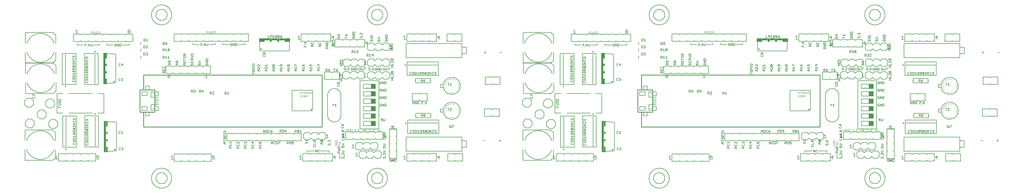
<source format=gto>
G75*
%MOIN*%
%OFA0B0*%
%FSLAX25Y25*%
%IPPOS*%
%LPD*%
%AMOC8*
5,1,8,0,0,1.08239X$1,22.5*
%
%ADD10C,0.00500*%
%ADD11C,0.00400*%
%ADD12C,0.00800*%
%ADD13C,0.02000*%
%ADD14C,0.00600*%
%ADD15R,0.03000X0.42000*%
%ADD16R,0.02000X0.07500*%
%ADD17R,0.02000X0.03000*%
%ADD18R,0.06000X0.06000*%
%ADD19C,0.00300*%
%ADD20C,0.01000*%
%ADD21C,0.00700*%
%ADD22R,0.07500X0.05000*%
%ADD23R,0.07000X0.03000*%
%ADD24R,0.03000X0.05000*%
%ADD25C,0.00200*%
D10*
X0163345Y0129583D02*
X0166347Y0129583D01*
X0164846Y0129583D02*
X0164846Y0134087D01*
X0163345Y0132586D01*
X0177675Y0146650D02*
X0177675Y0186650D01*
X0173557Y0191713D02*
X0165778Y0191713D01*
X0165778Y0218091D01*
X0173765Y0218091D01*
X0181389Y0218056D02*
X0213287Y0218092D01*
X0220217Y0218092D02*
X0228770Y0218091D01*
X0228770Y0191713D01*
X0220295Y0191713D01*
X0217085Y0187043D02*
X0217085Y0147043D01*
X0207435Y0148847D02*
X0207435Y0149881D01*
X0206918Y0150399D01*
X0206918Y0151645D02*
X0207435Y0152162D01*
X0207435Y0153196D01*
X0206918Y0153713D01*
X0206400Y0153713D01*
X0205883Y0153196D01*
X0205883Y0152162D01*
X0205366Y0151645D01*
X0204849Y0151645D01*
X0204332Y0152162D01*
X0204332Y0153196D01*
X0204849Y0153713D01*
X0204332Y0154960D02*
X0204332Y0156511D01*
X0204849Y0157028D01*
X0206918Y0157028D01*
X0207435Y0156511D01*
X0207435Y0154960D01*
X0204332Y0154960D01*
X0205366Y0158275D02*
X0204332Y0159309D01*
X0207435Y0159309D01*
X0207435Y0158275D02*
X0207435Y0160343D01*
X0206918Y0161589D02*
X0206400Y0161589D01*
X0205883Y0162107D01*
X0205883Y0163141D01*
X0206400Y0163658D01*
X0206918Y0163658D01*
X0207435Y0163141D01*
X0207435Y0162107D01*
X0206918Y0161589D01*
X0205883Y0162107D02*
X0205366Y0161589D01*
X0204849Y0161589D01*
X0204332Y0162107D01*
X0204332Y0163141D01*
X0204849Y0163658D01*
X0205366Y0163658D01*
X0205883Y0163141D01*
X0205883Y0164904D02*
X0205366Y0165938D01*
X0205366Y0166456D01*
X0205883Y0166973D01*
X0206918Y0166973D01*
X0207435Y0166456D01*
X0207435Y0165421D01*
X0206918Y0164904D01*
X0205883Y0164904D02*
X0204332Y0164904D01*
X0204332Y0166973D01*
X0204849Y0168219D02*
X0204332Y0168736D01*
X0204332Y0169770D01*
X0204849Y0170288D01*
X0206918Y0168219D01*
X0207435Y0168736D01*
X0207435Y0169770D01*
X0206918Y0170288D01*
X0204849Y0170288D01*
X0204849Y0171534D02*
X0204332Y0172051D01*
X0204332Y0173085D01*
X0204849Y0173602D01*
X0205366Y0173602D01*
X0207435Y0171534D01*
X0207435Y0173602D01*
X0207435Y0174849D02*
X0204332Y0174849D01*
X0205883Y0175366D02*
X0207435Y0176917D01*
X0206918Y0178164D02*
X0207435Y0178681D01*
X0207435Y0179715D01*
X0206918Y0180232D01*
X0206918Y0181478D02*
X0207435Y0181995D01*
X0207435Y0183030D01*
X0206918Y0183547D01*
X0206400Y0183547D01*
X0205883Y0183030D01*
X0205883Y0181995D01*
X0205366Y0181478D01*
X0204849Y0181478D01*
X0204332Y0181995D01*
X0204332Y0183030D01*
X0204849Y0183547D01*
X0204849Y0180232D02*
X0204332Y0179715D01*
X0204332Y0178681D01*
X0204849Y0178164D01*
X0206918Y0178164D01*
X0204332Y0176917D02*
X0206400Y0174849D01*
X0190425Y0174672D02*
X0190425Y0172603D01*
X0188357Y0174672D01*
X0187840Y0174672D01*
X0187323Y0174155D01*
X0187323Y0173120D01*
X0187840Y0172603D01*
X0187840Y0171357D02*
X0189908Y0169289D01*
X0190425Y0169806D01*
X0190425Y0170840D01*
X0189908Y0171357D01*
X0187840Y0171357D01*
X0187323Y0170840D01*
X0187323Y0169806D01*
X0187840Y0169289D01*
X0189908Y0169289D01*
X0189908Y0168042D02*
X0188874Y0168042D01*
X0188357Y0167525D01*
X0188357Y0167008D01*
X0188874Y0165974D01*
X0187323Y0165974D01*
X0187323Y0168042D01*
X0189908Y0168042D02*
X0190425Y0167525D01*
X0190425Y0166491D01*
X0189908Y0165974D01*
X0189908Y0164727D02*
X0190425Y0164210D01*
X0190425Y0163176D01*
X0189908Y0162659D01*
X0189391Y0162659D01*
X0188874Y0163176D01*
X0188874Y0164210D01*
X0189391Y0164727D01*
X0189908Y0164727D01*
X0188874Y0164210D02*
X0188357Y0164727D01*
X0187840Y0164727D01*
X0187323Y0164210D01*
X0187323Y0163176D01*
X0187840Y0162659D01*
X0188357Y0162659D01*
X0188874Y0163176D01*
X0190425Y0161413D02*
X0190425Y0159344D01*
X0190425Y0160378D02*
X0187323Y0160378D01*
X0188357Y0159344D01*
X0187840Y0158098D02*
X0187323Y0157581D01*
X0187323Y0156029D01*
X0190425Y0156029D01*
X0190425Y0157581D01*
X0189908Y0158098D01*
X0187840Y0158098D01*
X0187840Y0154783D02*
X0187323Y0154266D01*
X0187323Y0153232D01*
X0187840Y0152714D01*
X0188357Y0152714D01*
X0188874Y0153232D01*
X0188874Y0154266D01*
X0189391Y0154783D01*
X0189908Y0154783D01*
X0190425Y0154266D01*
X0190425Y0153232D01*
X0189908Y0152714D01*
X0189908Y0151468D02*
X0190425Y0150951D01*
X0190425Y0149917D01*
X0189908Y0149400D01*
X0187840Y0149400D01*
X0187323Y0149917D01*
X0187323Y0150951D01*
X0187840Y0151468D01*
X0204332Y0149881D02*
X0204332Y0148847D01*
X0204849Y0148330D01*
X0206918Y0148330D01*
X0207435Y0148847D01*
X0204849Y0150399D02*
X0204332Y0149881D01*
X0249245Y0144569D02*
X0249245Y0142500D01*
X0249762Y0141983D01*
X0250796Y0141983D01*
X0251313Y0142500D01*
X0252560Y0141983D02*
X0254628Y0144052D01*
X0254628Y0144569D01*
X0254111Y0145086D01*
X0253077Y0145086D01*
X0252560Y0144569D01*
X0251313Y0144569D02*
X0250796Y0145086D01*
X0249762Y0145086D01*
X0249245Y0144569D01*
X0252560Y0141983D02*
X0254628Y0141983D01*
X0221847Y0134087D02*
X0218845Y0134087D01*
X0218845Y0131835D01*
X0220346Y0132586D01*
X0221097Y0132586D01*
X0221847Y0131835D01*
X0221847Y0130334D01*
X0221097Y0129583D01*
X0219596Y0129583D01*
X0218845Y0130334D01*
X0318886Y0129443D02*
X0321888Y0129443D01*
X0320387Y0129443D02*
X0320387Y0133947D01*
X0318886Y0132445D01*
X0374386Y0131695D02*
X0375887Y0132445D01*
X0376638Y0132445D01*
X0377388Y0131695D01*
X0377388Y0130194D01*
X0376638Y0129443D01*
X0375136Y0129443D01*
X0374386Y0130194D01*
X0374386Y0131695D02*
X0374386Y0133947D01*
X0377388Y0133947D01*
X0397342Y0144183D02*
X0397342Y0145734D01*
X0397859Y0146252D01*
X0398894Y0146252D01*
X0399411Y0145734D01*
X0399411Y0144183D01*
X0400445Y0144183D02*
X0397342Y0144183D01*
X0397859Y0147498D02*
X0399928Y0147498D01*
X0400445Y0148015D01*
X0400445Y0149049D01*
X0399928Y0149566D01*
X0400445Y0150813D02*
X0400445Y0152881D01*
X0400445Y0151847D02*
X0397342Y0151847D01*
X0398376Y0150813D01*
X0397859Y0149566D02*
X0397342Y0149049D01*
X0397342Y0148015D01*
X0397859Y0147498D01*
X0392645Y0150083D02*
X0390576Y0150083D01*
X0389542Y0151117D01*
X0390576Y0152152D01*
X0392645Y0152152D01*
X0391094Y0152152D02*
X0391094Y0150083D01*
X0389542Y0153398D02*
X0389542Y0155466D01*
X0389542Y0154432D02*
X0392645Y0154432D01*
X0392128Y0156713D02*
X0392645Y0157230D01*
X0392645Y0158264D01*
X0392128Y0158781D01*
X0391094Y0158781D01*
X0391094Y0157747D01*
X0392128Y0156713D02*
X0390059Y0156713D01*
X0389542Y0157230D01*
X0389542Y0158264D01*
X0390059Y0158781D01*
X0389542Y0160028D02*
X0389542Y0161579D01*
X0390059Y0162096D01*
X0391094Y0162096D01*
X0391611Y0161579D01*
X0391611Y0160028D01*
X0392645Y0160028D02*
X0389542Y0160028D01*
X0389542Y0163342D02*
X0389542Y0164377D01*
X0389542Y0163859D02*
X0392645Y0163859D01*
X0392645Y0163342D02*
X0392645Y0164377D01*
X0392128Y0165552D02*
X0392645Y0166069D01*
X0392645Y0167104D01*
X0392128Y0167621D01*
X0390059Y0167621D01*
X0389542Y0167104D01*
X0389542Y0166069D01*
X0390059Y0165552D01*
X0392128Y0165552D01*
X0407442Y0152164D02*
X0407442Y0151130D01*
X0407959Y0150613D01*
X0407959Y0149366D02*
X0407442Y0148849D01*
X0407442Y0147815D01*
X0407959Y0147298D01*
X0410028Y0147298D01*
X0410545Y0147815D01*
X0410545Y0148849D01*
X0410028Y0149366D01*
X0410545Y0150613D02*
X0408476Y0152681D01*
X0407959Y0152681D01*
X0407442Y0152164D01*
X0410545Y0152681D02*
X0410545Y0150613D01*
X0408994Y0146052D02*
X0409511Y0145534D01*
X0409511Y0143983D01*
X0410545Y0143983D02*
X0407442Y0143983D01*
X0407442Y0145534D01*
X0407959Y0146052D01*
X0408994Y0146052D01*
X0417342Y0145534D02*
X0417859Y0146052D01*
X0418894Y0146052D01*
X0419411Y0145534D01*
X0419411Y0143983D01*
X0420445Y0143983D02*
X0417342Y0143983D01*
X0417342Y0145534D01*
X0417859Y0147298D02*
X0419928Y0147298D01*
X0420445Y0147815D01*
X0420445Y0148849D01*
X0419928Y0149366D01*
X0419928Y0150613D02*
X0420445Y0151130D01*
X0420445Y0152164D01*
X0419928Y0152681D01*
X0419411Y0152681D01*
X0418894Y0152164D01*
X0418894Y0151647D01*
X0418894Y0152164D02*
X0418376Y0152681D01*
X0417859Y0152681D01*
X0417342Y0152164D01*
X0417342Y0151130D01*
X0417859Y0150613D01*
X0417859Y0149366D02*
X0417342Y0148849D01*
X0417342Y0147815D01*
X0417859Y0147298D01*
X0427342Y0147815D02*
X0427859Y0147298D01*
X0429928Y0147298D01*
X0430445Y0147815D01*
X0430445Y0148849D01*
X0429928Y0149366D01*
X0428894Y0150613D02*
X0428894Y0152681D01*
X0430445Y0152164D02*
X0427342Y0152164D01*
X0428894Y0150613D01*
X0427859Y0149366D02*
X0427342Y0148849D01*
X0427342Y0147815D01*
X0427859Y0146052D02*
X0428894Y0146052D01*
X0429411Y0145534D01*
X0429411Y0143983D01*
X0430445Y0143983D02*
X0427342Y0143983D01*
X0427342Y0145534D01*
X0427859Y0146052D01*
X0437342Y0145534D02*
X0437342Y0143983D01*
X0440445Y0143983D01*
X0439411Y0143983D02*
X0439411Y0145534D01*
X0438894Y0146052D01*
X0437859Y0146052D01*
X0437342Y0145534D01*
X0437859Y0147298D02*
X0439928Y0147298D01*
X0440445Y0147815D01*
X0440445Y0148849D01*
X0439928Y0149366D01*
X0439928Y0150613D02*
X0440445Y0151130D01*
X0440445Y0152164D01*
X0439928Y0152681D01*
X0438894Y0152681D01*
X0438376Y0152164D01*
X0438376Y0151647D01*
X0438894Y0150613D01*
X0437342Y0150613D01*
X0437342Y0152681D01*
X0437859Y0149366D02*
X0437342Y0148849D01*
X0437342Y0147815D01*
X0437859Y0147298D01*
X0453545Y0149983D02*
X0453545Y0152052D01*
X0454579Y0153086D01*
X0455613Y0152052D01*
X0455613Y0149983D01*
X0456860Y0150500D02*
X0457377Y0149983D01*
X0458411Y0149983D01*
X0458928Y0150500D01*
X0460175Y0149983D02*
X0461726Y0149983D01*
X0462243Y0150500D01*
X0462243Y0152569D01*
X0461726Y0153086D01*
X0460175Y0153086D01*
X0460175Y0149983D01*
X0458928Y0152569D02*
X0458411Y0153086D01*
X0457377Y0153086D01*
X0456860Y0152569D01*
X0456860Y0150500D01*
X0455613Y0151534D02*
X0453545Y0151534D01*
X0463489Y0150500D02*
X0465558Y0152569D01*
X0465558Y0153086D01*
X0463489Y0153086D01*
X0463489Y0150500D02*
X0463489Y0149983D01*
X0474845Y0149883D02*
X0474845Y0152986D01*
X0476396Y0152986D01*
X0476913Y0152469D01*
X0476913Y0151434D01*
X0476396Y0150917D01*
X0474845Y0150917D01*
X0478160Y0149883D02*
X0479711Y0149883D01*
X0480228Y0150400D01*
X0480228Y0152469D01*
X0479711Y0152986D01*
X0478160Y0152986D01*
X0478160Y0149883D01*
X0481475Y0150400D02*
X0481992Y0149883D01*
X0483026Y0149883D01*
X0483543Y0150400D01*
X0483543Y0151434D01*
X0483026Y0151952D01*
X0482509Y0151952D01*
X0481475Y0151434D01*
X0481475Y0152986D01*
X0483543Y0152986D01*
X0499542Y0152234D02*
X0499542Y0151200D01*
X0500059Y0150683D01*
X0500576Y0150683D01*
X0501094Y0151200D01*
X0501094Y0152234D01*
X0501611Y0152752D01*
X0502128Y0152752D01*
X0502645Y0152234D01*
X0502645Y0151200D01*
X0502128Y0150683D01*
X0500059Y0152752D02*
X0499542Y0152234D01*
X0499542Y0153998D02*
X0499542Y0155032D01*
X0499542Y0154515D02*
X0502645Y0154515D01*
X0502645Y0153998D02*
X0502645Y0155032D01*
X0510342Y0154981D02*
X0512411Y0152913D01*
X0511894Y0153430D02*
X0513445Y0154981D01*
X0513445Y0152913D02*
X0510342Y0152913D01*
X0510342Y0149598D02*
X0513445Y0149598D01*
X0513445Y0151666D01*
X0512928Y0148352D02*
X0513445Y0147834D01*
X0513445Y0146800D01*
X0512928Y0146283D01*
X0510859Y0146283D01*
X0510342Y0146800D01*
X0510342Y0147834D01*
X0510859Y0148352D01*
X0520042Y0150717D02*
X0521076Y0151752D01*
X0523145Y0151752D01*
X0522628Y0152998D02*
X0520559Y0155066D01*
X0522628Y0155066D01*
X0523145Y0154549D01*
X0523145Y0153515D01*
X0522628Y0152998D01*
X0520559Y0152998D01*
X0520042Y0153515D01*
X0520042Y0154549D01*
X0520559Y0155066D01*
X0521594Y0151752D02*
X0521594Y0149683D01*
X0521076Y0149683D02*
X0520042Y0150717D01*
X0521076Y0149683D02*
X0523145Y0149683D01*
X0529942Y0149534D02*
X0530459Y0150052D01*
X0530976Y0150052D01*
X0531494Y0149534D01*
X0532011Y0150052D01*
X0532528Y0150052D01*
X0533045Y0149534D01*
X0533045Y0148500D01*
X0532528Y0147983D01*
X0531494Y0149017D02*
X0531494Y0149534D01*
X0529942Y0149534D02*
X0529942Y0148500D01*
X0530459Y0147983D01*
X0532528Y0151298D02*
X0532528Y0151815D01*
X0533045Y0151815D01*
X0533045Y0151298D01*
X0532528Y0151298D01*
X0532528Y0152955D02*
X0533045Y0153472D01*
X0533045Y0154507D01*
X0532528Y0155024D01*
X0532011Y0155024D01*
X0531494Y0154507D01*
X0531494Y0153990D01*
X0531494Y0154507D02*
X0530976Y0155024D01*
X0530459Y0155024D01*
X0529942Y0154507D01*
X0529942Y0153472D01*
X0530459Y0152955D01*
X0530721Y0158240D02*
X0527718Y0158240D01*
X0529219Y0158240D02*
X0529219Y0162744D01*
X0527718Y0161242D01*
X0548642Y0161513D02*
X0549676Y0162547D01*
X0548642Y0163581D01*
X0551745Y0163581D01*
X0550919Y0163392D02*
X0550919Y0158888D01*
X0550194Y0158198D02*
X0550194Y0160266D01*
X0549676Y0160266D02*
X0551745Y0160266D01*
X0551745Y0161513D02*
X0548642Y0161513D01*
X0549417Y0161890D02*
X0550919Y0163392D01*
X0551228Y0164828D02*
X0551228Y0165345D01*
X0551745Y0165345D01*
X0551745Y0164828D01*
X0551228Y0164828D01*
X0551745Y0166485D02*
X0551745Y0168036D01*
X0551228Y0168553D01*
X0550711Y0168553D01*
X0550194Y0168036D01*
X0550194Y0166485D01*
X0551745Y0166485D02*
X0548642Y0166485D01*
X0548642Y0168036D01*
X0549159Y0168553D01*
X0549676Y0168553D01*
X0550194Y0168036D01*
X0550328Y0171183D02*
X0550845Y0171700D01*
X0550845Y0172734D01*
X0550328Y0173252D01*
X0550328Y0174498D02*
X0550845Y0175015D01*
X0550845Y0176049D01*
X0550328Y0176566D01*
X0549811Y0176566D01*
X0549294Y0176049D01*
X0549294Y0174498D01*
X0550328Y0174498D01*
X0549294Y0174498D02*
X0548259Y0175532D01*
X0547742Y0176566D01*
X0548259Y0173252D02*
X0547742Y0172734D01*
X0547742Y0171700D01*
X0548259Y0171183D01*
X0550328Y0171183D01*
X0572989Y0170134D02*
X0598189Y0170134D01*
X0598189Y0235134D01*
X0572989Y0235134D01*
X0572989Y0170134D01*
X0604542Y0165381D02*
X0605576Y0164347D01*
X0604542Y0163313D01*
X0607645Y0163313D01*
X0607920Y0163392D02*
X0604917Y0163392D01*
X0604917Y0161140D01*
X0606419Y0161890D01*
X0607169Y0161890D01*
X0607920Y0161140D01*
X0607920Y0159638D01*
X0607169Y0158888D01*
X0605668Y0158888D01*
X0604917Y0159638D01*
X0605576Y0159998D02*
X0604542Y0161032D01*
X0605576Y0162066D01*
X0607645Y0162066D01*
X0606094Y0162066D02*
X0606094Y0159998D01*
X0605576Y0159998D02*
X0607645Y0159998D01*
X0607128Y0158752D02*
X0607645Y0158234D01*
X0607645Y0157200D01*
X0607128Y0156683D01*
X0605059Y0156683D01*
X0604542Y0157200D01*
X0604542Y0158234D01*
X0605059Y0158752D01*
X0604542Y0165381D02*
X0607645Y0165381D01*
X0612163Y0170429D02*
X0622163Y0170429D01*
X0619413Y0173931D02*
X0614910Y0173931D01*
X0617161Y0171679D01*
X0617161Y0174682D01*
X0637852Y0178146D02*
X0677852Y0178146D01*
X0693445Y0174786D02*
X0694996Y0174786D01*
X0695513Y0174269D01*
X0695513Y0173234D01*
X0694996Y0172717D01*
X0693445Y0172717D01*
X0693445Y0171683D02*
X0693445Y0174786D01*
X0694479Y0172717D02*
X0695513Y0171683D01*
X0696760Y0171683D02*
X0696760Y0172200D01*
X0698828Y0174269D01*
X0698828Y0174786D01*
X0696760Y0174786D01*
X0675819Y0167981D02*
X0675302Y0168498D01*
X0674268Y0168498D01*
X0673751Y0167981D01*
X0673751Y0167464D01*
X0674268Y0166947D01*
X0675302Y0166947D01*
X0675819Y0166430D01*
X0675819Y0165913D01*
X0675302Y0165396D01*
X0674268Y0165396D01*
X0673751Y0165913D01*
X0672504Y0165913D02*
X0671987Y0165396D01*
X0670953Y0165396D01*
X0670436Y0165913D01*
X0670436Y0167981D01*
X0670953Y0168498D01*
X0671987Y0168498D01*
X0672504Y0167981D01*
X0669189Y0168498D02*
X0667121Y0166430D01*
X0667638Y0166947D02*
X0669189Y0165396D01*
X0667121Y0165396D02*
X0667121Y0168498D01*
X0665875Y0167981D02*
X0665357Y0168498D01*
X0664323Y0168498D01*
X0663806Y0167981D01*
X0662560Y0167981D02*
X0660491Y0165913D01*
X0661008Y0165396D01*
X0662043Y0165396D01*
X0662560Y0165913D01*
X0662560Y0167981D01*
X0662043Y0168498D01*
X0661008Y0168498D01*
X0660491Y0167981D01*
X0660491Y0165913D01*
X0659245Y0165913D02*
X0658728Y0165396D01*
X0657694Y0165396D01*
X0657176Y0165913D01*
X0657176Y0166947D02*
X0658211Y0167464D01*
X0658728Y0167464D01*
X0659245Y0166947D01*
X0659245Y0165913D01*
X0657176Y0166947D02*
X0657176Y0168498D01*
X0659245Y0168498D01*
X0655930Y0167981D02*
X0655930Y0167464D01*
X0655413Y0166947D01*
X0654379Y0166947D01*
X0653862Y0167464D01*
X0653862Y0167981D01*
X0654379Y0168498D01*
X0655413Y0168498D01*
X0655930Y0167981D01*
X0655413Y0166947D02*
X0655930Y0166430D01*
X0655930Y0165913D01*
X0655413Y0165396D01*
X0654379Y0165396D01*
X0653862Y0165913D01*
X0653862Y0166430D01*
X0654379Y0166947D01*
X0652615Y0165396D02*
X0650547Y0165396D01*
X0651581Y0165396D02*
X0651581Y0168498D01*
X0650547Y0167464D01*
X0649300Y0167981D02*
X0648783Y0168498D01*
X0647232Y0168498D01*
X0647232Y0165396D01*
X0648783Y0165396D01*
X0649300Y0165913D01*
X0649300Y0167981D01*
X0645986Y0167981D02*
X0645469Y0168498D01*
X0644434Y0168498D01*
X0643917Y0167981D01*
X0643917Y0167464D01*
X0644434Y0166947D01*
X0645469Y0166947D01*
X0645986Y0166430D01*
X0645986Y0165913D01*
X0645469Y0165396D01*
X0644434Y0165396D01*
X0643917Y0165913D01*
X0642671Y0165913D02*
X0642154Y0165396D01*
X0641119Y0165396D01*
X0640602Y0165913D01*
X0640602Y0167981D01*
X0641119Y0168498D01*
X0642154Y0168498D01*
X0642671Y0167981D01*
X0663806Y0165396D02*
X0665875Y0167464D01*
X0665875Y0167981D01*
X0665875Y0165396D02*
X0663806Y0165396D01*
X0634880Y0159366D02*
X0709880Y0159366D01*
X0709880Y0140350D01*
X0634880Y0140350D01*
X0634880Y0159366D01*
X0607345Y0148832D02*
X0606311Y0149866D01*
X0604242Y0149866D01*
X0604242Y0147798D02*
X0606311Y0147798D01*
X0607345Y0148832D01*
X0606828Y0146552D02*
X0607345Y0146034D01*
X0607345Y0145000D01*
X0606828Y0144483D01*
X0605794Y0144483D02*
X0605276Y0145517D01*
X0605276Y0146034D01*
X0605794Y0146552D01*
X0606828Y0146552D01*
X0605794Y0144483D02*
X0604242Y0144483D01*
X0604242Y0146552D01*
X0604142Y0140539D02*
X0606211Y0140539D01*
X0607245Y0139504D01*
X0606211Y0138470D01*
X0604142Y0138470D01*
X0604659Y0137224D02*
X0605176Y0137224D01*
X0605694Y0136707D01*
X0606211Y0137224D01*
X0606728Y0137224D01*
X0607245Y0136707D01*
X0607245Y0135672D01*
X0606728Y0135155D01*
X0606728Y0134015D02*
X0607245Y0134015D01*
X0607245Y0133498D01*
X0606728Y0133498D01*
X0606728Y0134015D01*
X0606728Y0132252D02*
X0607245Y0131734D01*
X0607245Y0130700D01*
X0606728Y0130183D01*
X0605694Y0131217D02*
X0605694Y0131734D01*
X0606211Y0132252D01*
X0606728Y0132252D01*
X0605694Y0131734D02*
X0605176Y0132252D01*
X0604659Y0132252D01*
X0604142Y0131734D01*
X0604142Y0130700D01*
X0604659Y0130183D01*
X0604659Y0135155D02*
X0604142Y0135672D01*
X0604142Y0136707D01*
X0604659Y0137224D01*
X0605694Y0136707D02*
X0605694Y0136190D01*
X0612845Y0128969D02*
X0612845Y0126900D01*
X0613362Y0126383D01*
X0614396Y0126383D01*
X0614913Y0126900D01*
X0614913Y0127934D01*
X0613879Y0127934D01*
X0614910Y0127680D02*
X0619413Y0127680D01*
X0619475Y0126383D02*
X0619475Y0129486D01*
X0621026Y0129486D01*
X0621543Y0128969D01*
X0621543Y0126900D01*
X0621026Y0126383D01*
X0619475Y0126383D01*
X0619413Y0126179D02*
X0619413Y0129182D01*
X0618228Y0129486D02*
X0618228Y0126383D01*
X0616160Y0129486D01*
X0616160Y0126383D01*
X0616411Y0126179D02*
X0614910Y0127680D01*
X0614913Y0128969D02*
X0614396Y0129486D01*
X0613362Y0129486D01*
X0612845Y0128969D01*
X0631713Y0129557D02*
X0634715Y0129557D01*
X0633214Y0129557D02*
X0633214Y0134061D01*
X0631713Y0132560D01*
X0675963Y0136807D02*
X0675963Y0126807D01*
X0679465Y0129557D02*
X0679465Y0134061D01*
X0677213Y0131809D01*
X0680215Y0131809D01*
X0711081Y0136807D02*
X0711081Y0126807D01*
X0710077Y0145587D02*
X0715982Y0145587D01*
X0715982Y0154248D01*
X0710077Y0154248D01*
X0738830Y0154495D02*
X0741180Y0154495D01*
X0759780Y0154445D02*
X0762130Y0154445D01*
X0761030Y0153245D02*
X0761030Y0155845D01*
X0832636Y0132586D02*
X0834137Y0134087D01*
X0834137Y0129583D01*
X0832636Y0129583D02*
X0835639Y0129583D01*
X0888136Y0130334D02*
X0888887Y0129583D01*
X0890388Y0129583D01*
X0891139Y0130334D01*
X0891139Y0131835D01*
X0890388Y0132586D01*
X0889637Y0132586D01*
X0888136Y0131835D01*
X0888136Y0134087D01*
X0891139Y0134087D01*
X0918536Y0142500D02*
X0919053Y0141983D01*
X0920088Y0141983D01*
X0920605Y0142500D01*
X0921851Y0141983D02*
X0923919Y0144052D01*
X0923919Y0144569D01*
X0923402Y0145086D01*
X0922368Y0145086D01*
X0921851Y0144569D01*
X0920605Y0144569D02*
X0920088Y0145086D01*
X0919053Y0145086D01*
X0918536Y0144569D01*
X0918536Y0142500D01*
X0921851Y0141983D02*
X0923919Y0141983D01*
X0886376Y0147043D02*
X0886376Y0187043D01*
X0889586Y0191713D02*
X0898061Y0191713D01*
X0898061Y0218091D01*
X0889509Y0218092D01*
X0882579Y0218092D02*
X0850680Y0218056D01*
X0843056Y0218091D02*
X0835069Y0218091D01*
X0835069Y0191713D01*
X0842848Y0191713D01*
X0846967Y0186650D02*
X0846967Y0146650D01*
X0856614Y0149917D02*
X0857131Y0149400D01*
X0859199Y0149400D01*
X0859717Y0149917D01*
X0859717Y0150951D01*
X0859199Y0151468D01*
X0859199Y0152714D02*
X0859717Y0153232D01*
X0859717Y0154266D01*
X0859199Y0154783D01*
X0858682Y0154783D01*
X0858165Y0154266D01*
X0858165Y0153232D01*
X0857648Y0152714D01*
X0857131Y0152714D01*
X0856614Y0153232D01*
X0856614Y0154266D01*
X0857131Y0154783D01*
X0856614Y0156029D02*
X0856614Y0157581D01*
X0857131Y0158098D01*
X0859199Y0158098D01*
X0859717Y0157581D01*
X0859717Y0156029D01*
X0856614Y0156029D01*
X0857648Y0159344D02*
X0856614Y0160378D01*
X0859717Y0160378D01*
X0859717Y0159344D02*
X0859717Y0161413D01*
X0859199Y0162659D02*
X0858682Y0162659D01*
X0858165Y0163176D01*
X0858165Y0164210D01*
X0858682Y0164727D01*
X0859199Y0164727D01*
X0859717Y0164210D01*
X0859717Y0163176D01*
X0859199Y0162659D01*
X0858165Y0163176D02*
X0857648Y0162659D01*
X0857131Y0162659D01*
X0856614Y0163176D01*
X0856614Y0164210D01*
X0857131Y0164727D01*
X0857648Y0164727D01*
X0858165Y0164210D01*
X0858165Y0165974D02*
X0857648Y0167008D01*
X0857648Y0167525D01*
X0858165Y0168042D01*
X0859199Y0168042D01*
X0859717Y0167525D01*
X0859717Y0166491D01*
X0859199Y0165974D01*
X0858165Y0165974D02*
X0856614Y0165974D01*
X0856614Y0168042D01*
X0857131Y0169289D02*
X0856614Y0169806D01*
X0856614Y0170840D01*
X0857131Y0171357D01*
X0859199Y0169289D01*
X0859717Y0169806D01*
X0859717Y0170840D01*
X0859199Y0171357D01*
X0857131Y0171357D01*
X0857131Y0172603D02*
X0856614Y0173120D01*
X0856614Y0174155D01*
X0857131Y0174672D01*
X0857648Y0174672D01*
X0859717Y0172603D01*
X0859717Y0174672D01*
X0859717Y0175918D02*
X0856614Y0175918D01*
X0858165Y0176435D02*
X0859717Y0177987D01*
X0859199Y0179233D02*
X0859717Y0179750D01*
X0859717Y0180784D01*
X0859199Y0181301D01*
X0859199Y0182548D02*
X0859717Y0183065D01*
X0859717Y0184099D01*
X0859199Y0184616D01*
X0858682Y0184616D01*
X0858165Y0184099D01*
X0858165Y0183065D01*
X0857648Y0182548D01*
X0857131Y0182548D01*
X0856614Y0183065D01*
X0856614Y0184099D01*
X0857131Y0184616D01*
X0857131Y0181301D02*
X0856614Y0180784D01*
X0856614Y0179750D01*
X0857131Y0179233D01*
X0859199Y0179233D01*
X0856614Y0177987D02*
X0858682Y0175918D01*
X0873623Y0176917D02*
X0875692Y0174849D01*
X0875175Y0175366D02*
X0876726Y0176917D01*
X0876209Y0178164D02*
X0876726Y0178681D01*
X0876726Y0179715D01*
X0876209Y0180232D01*
X0876209Y0181478D02*
X0876726Y0181995D01*
X0876726Y0183030D01*
X0876209Y0183547D01*
X0875692Y0183547D01*
X0875175Y0183030D01*
X0875175Y0181995D01*
X0874658Y0181478D01*
X0874140Y0181478D01*
X0873623Y0181995D01*
X0873623Y0183030D01*
X0874140Y0183547D01*
X0874140Y0180232D02*
X0873623Y0179715D01*
X0873623Y0178681D01*
X0874140Y0178164D01*
X0876209Y0178164D01*
X0876726Y0174849D02*
X0873623Y0174849D01*
X0874140Y0173602D02*
X0873623Y0173085D01*
X0873623Y0172051D01*
X0874140Y0171534D01*
X0874140Y0170288D02*
X0876209Y0168219D01*
X0876726Y0168736D01*
X0876726Y0169770D01*
X0876209Y0170288D01*
X0874140Y0170288D01*
X0873623Y0169770D01*
X0873623Y0168736D01*
X0874140Y0168219D01*
X0876209Y0168219D01*
X0876209Y0166973D02*
X0876726Y0166456D01*
X0876726Y0165421D01*
X0876209Y0164904D01*
X0875175Y0164904D02*
X0874658Y0165938D01*
X0874658Y0166456D01*
X0875175Y0166973D01*
X0876209Y0166973D01*
X0875175Y0164904D02*
X0873623Y0164904D01*
X0873623Y0166973D01*
X0874140Y0163658D02*
X0873623Y0163141D01*
X0873623Y0162107D01*
X0874140Y0161589D01*
X0874658Y0161589D01*
X0875175Y0162107D01*
X0875175Y0163141D01*
X0875692Y0163658D01*
X0876209Y0163658D01*
X0876726Y0163141D01*
X0876726Y0162107D01*
X0876209Y0161589D01*
X0875692Y0161589D01*
X0875175Y0162107D01*
X0875175Y0163141D02*
X0874658Y0163658D01*
X0874140Y0163658D01*
X0876726Y0160343D02*
X0876726Y0158275D01*
X0876726Y0159309D02*
X0873623Y0159309D01*
X0874658Y0158275D01*
X0874140Y0157028D02*
X0873623Y0156511D01*
X0873623Y0154960D01*
X0876726Y0154960D01*
X0876726Y0156511D01*
X0876209Y0157028D01*
X0874140Y0157028D01*
X0874140Y0153713D02*
X0873623Y0153196D01*
X0873623Y0152162D01*
X0874140Y0151645D01*
X0874658Y0151645D01*
X0875175Y0152162D01*
X0875175Y0153196D01*
X0875692Y0153713D01*
X0876209Y0153713D01*
X0876726Y0153196D01*
X0876726Y0152162D01*
X0876209Y0151645D01*
X0876209Y0150399D02*
X0876726Y0149881D01*
X0876726Y0148847D01*
X0876209Y0148330D01*
X0874140Y0148330D01*
X0873623Y0148847D01*
X0873623Y0149881D01*
X0874140Y0150399D01*
X0857131Y0151468D02*
X0856614Y0150951D01*
X0856614Y0149917D01*
X0918236Y0164300D02*
X0918236Y0166369D01*
X0918753Y0166886D01*
X0919788Y0166886D01*
X0920305Y0166369D01*
X0921551Y0165852D02*
X0922585Y0166886D01*
X0922585Y0163783D01*
X0921551Y0163783D02*
X0923619Y0163783D01*
X0920305Y0164300D02*
X0919788Y0163783D01*
X0918753Y0163783D01*
X0918236Y0164300D01*
X0876726Y0171534D02*
X0874658Y0173602D01*
X0874140Y0173602D01*
X0876726Y0173602D02*
X0876726Y0171534D01*
X0859199Y0169289D02*
X0857131Y0169289D01*
X0851373Y0191765D02*
X0882501Y0191695D01*
X0839836Y0198883D02*
X0836734Y0198883D01*
X0836734Y0200952D01*
X0836734Y0202198D02*
X0839319Y0202198D01*
X0839836Y0202715D01*
X0839836Y0203749D01*
X0839319Y0204266D01*
X0836734Y0204266D01*
X0837251Y0205513D02*
X0837768Y0205513D01*
X0838285Y0206030D01*
X0838285Y0207064D01*
X0838802Y0207581D01*
X0839319Y0207581D01*
X0839836Y0207064D01*
X0839836Y0206030D01*
X0839319Y0205513D01*
X0837251Y0205513D02*
X0836734Y0206030D01*
X0836734Y0207064D01*
X0837251Y0207581D01*
X0836734Y0208828D02*
X0839836Y0208828D01*
X0839836Y0210896D01*
X0838285Y0209862D02*
X0838285Y0208828D01*
X0836734Y0208828D02*
X0836734Y0210896D01*
X0805436Y0212000D02*
X0805436Y0213034D01*
X0804919Y0213552D01*
X0804919Y0214798D02*
X0805436Y0214798D01*
X0804919Y0214798D02*
X0802851Y0216866D01*
X0802334Y0216866D01*
X0802334Y0214798D01*
X0802851Y0213552D02*
X0802334Y0213034D01*
X0802334Y0212000D01*
X0802851Y0211483D01*
X0804919Y0211483D01*
X0805436Y0212000D01*
X0838285Y0199917D02*
X0838285Y0198883D01*
X0760293Y0197339D02*
X0760293Y0187339D01*
X0684896Y0194799D02*
X0684899Y0195081D01*
X0684910Y0195363D01*
X0684927Y0195645D01*
X0684951Y0195926D01*
X0684982Y0196207D01*
X0685020Y0196486D01*
X0685065Y0196765D01*
X0685117Y0197043D01*
X0685175Y0197319D01*
X0685241Y0197593D01*
X0685313Y0197866D01*
X0685391Y0198137D01*
X0685476Y0198406D01*
X0685568Y0198673D01*
X0685667Y0198938D01*
X0685771Y0199200D01*
X0685883Y0199459D01*
X0686000Y0199716D01*
X0686124Y0199970D01*
X0686254Y0200220D01*
X0686390Y0200467D01*
X0686532Y0200711D01*
X0686680Y0200951D01*
X0686834Y0201188D01*
X0686994Y0201421D01*
X0687159Y0201650D01*
X0687330Y0201874D01*
X0687506Y0202095D01*
X0687688Y0202310D01*
X0687875Y0202522D01*
X0688067Y0202729D01*
X0688264Y0202931D01*
X0688466Y0203128D01*
X0688673Y0203320D01*
X0688885Y0203507D01*
X0689100Y0203689D01*
X0689321Y0203865D01*
X0689545Y0204036D01*
X0689774Y0204201D01*
X0690007Y0204361D01*
X0690244Y0204515D01*
X0690484Y0204663D01*
X0690728Y0204805D01*
X0690975Y0204941D01*
X0691225Y0205071D01*
X0691479Y0205195D01*
X0691736Y0205312D01*
X0691995Y0205424D01*
X0692257Y0205528D01*
X0692522Y0205627D01*
X0692789Y0205719D01*
X0693058Y0205804D01*
X0693329Y0205882D01*
X0693602Y0205954D01*
X0693876Y0206020D01*
X0694152Y0206078D01*
X0694430Y0206130D01*
X0694709Y0206175D01*
X0694988Y0206213D01*
X0695269Y0206244D01*
X0695550Y0206268D01*
X0695832Y0206285D01*
X0696114Y0206296D01*
X0696396Y0206299D01*
X0696678Y0206296D01*
X0696960Y0206285D01*
X0697242Y0206268D01*
X0697523Y0206244D01*
X0697804Y0206213D01*
X0698083Y0206175D01*
X0698362Y0206130D01*
X0698640Y0206078D01*
X0698916Y0206020D01*
X0699190Y0205954D01*
X0699463Y0205882D01*
X0699734Y0205804D01*
X0700003Y0205719D01*
X0700270Y0205627D01*
X0700535Y0205528D01*
X0700797Y0205424D01*
X0701056Y0205312D01*
X0701313Y0205195D01*
X0701567Y0205071D01*
X0701817Y0204941D01*
X0702064Y0204805D01*
X0702308Y0204663D01*
X0702548Y0204515D01*
X0702785Y0204361D01*
X0703018Y0204201D01*
X0703247Y0204036D01*
X0703471Y0203865D01*
X0703692Y0203689D01*
X0703907Y0203507D01*
X0704119Y0203320D01*
X0704326Y0203128D01*
X0704528Y0202931D01*
X0704725Y0202729D01*
X0704917Y0202522D01*
X0705104Y0202310D01*
X0705286Y0202095D01*
X0705462Y0201874D01*
X0705633Y0201650D01*
X0705798Y0201421D01*
X0705958Y0201188D01*
X0706112Y0200951D01*
X0706260Y0200711D01*
X0706402Y0200467D01*
X0706538Y0200220D01*
X0706668Y0199970D01*
X0706792Y0199716D01*
X0706909Y0199459D01*
X0707021Y0199200D01*
X0707125Y0198938D01*
X0707224Y0198673D01*
X0707316Y0198406D01*
X0707401Y0198137D01*
X0707479Y0197866D01*
X0707551Y0197593D01*
X0707617Y0197319D01*
X0707675Y0197043D01*
X0707727Y0196765D01*
X0707772Y0196486D01*
X0707810Y0196207D01*
X0707841Y0195926D01*
X0707865Y0195645D01*
X0707882Y0195363D01*
X0707893Y0195081D01*
X0707896Y0194799D01*
X0707893Y0194517D01*
X0707882Y0194235D01*
X0707865Y0193953D01*
X0707841Y0193672D01*
X0707810Y0193391D01*
X0707772Y0193112D01*
X0707727Y0192833D01*
X0707675Y0192555D01*
X0707617Y0192279D01*
X0707551Y0192005D01*
X0707479Y0191732D01*
X0707401Y0191461D01*
X0707316Y0191192D01*
X0707224Y0190925D01*
X0707125Y0190660D01*
X0707021Y0190398D01*
X0706909Y0190139D01*
X0706792Y0189882D01*
X0706668Y0189628D01*
X0706538Y0189378D01*
X0706402Y0189131D01*
X0706260Y0188887D01*
X0706112Y0188647D01*
X0705958Y0188410D01*
X0705798Y0188177D01*
X0705633Y0187948D01*
X0705462Y0187724D01*
X0705286Y0187503D01*
X0705104Y0187288D01*
X0704917Y0187076D01*
X0704725Y0186869D01*
X0704528Y0186667D01*
X0704326Y0186470D01*
X0704119Y0186278D01*
X0703907Y0186091D01*
X0703692Y0185909D01*
X0703471Y0185733D01*
X0703247Y0185562D01*
X0703018Y0185397D01*
X0702785Y0185237D01*
X0702548Y0185083D01*
X0702308Y0184935D01*
X0702064Y0184793D01*
X0701817Y0184657D01*
X0701567Y0184527D01*
X0701313Y0184403D01*
X0701056Y0184286D01*
X0700797Y0184174D01*
X0700535Y0184070D01*
X0700270Y0183971D01*
X0700003Y0183879D01*
X0699734Y0183794D01*
X0699463Y0183716D01*
X0699190Y0183644D01*
X0698916Y0183578D01*
X0698640Y0183520D01*
X0698362Y0183468D01*
X0698083Y0183423D01*
X0697804Y0183385D01*
X0697523Y0183354D01*
X0697242Y0183330D01*
X0696960Y0183313D01*
X0696678Y0183302D01*
X0696396Y0183299D01*
X0696114Y0183302D01*
X0695832Y0183313D01*
X0695550Y0183330D01*
X0695269Y0183354D01*
X0694988Y0183385D01*
X0694709Y0183423D01*
X0694430Y0183468D01*
X0694152Y0183520D01*
X0693876Y0183578D01*
X0693602Y0183644D01*
X0693329Y0183716D01*
X0693058Y0183794D01*
X0692789Y0183879D01*
X0692522Y0183971D01*
X0692257Y0184070D01*
X0691995Y0184174D01*
X0691736Y0184286D01*
X0691479Y0184403D01*
X0691225Y0184527D01*
X0690975Y0184657D01*
X0690728Y0184793D01*
X0690484Y0184935D01*
X0690244Y0185083D01*
X0690007Y0185237D01*
X0689774Y0185397D01*
X0689545Y0185562D01*
X0689321Y0185733D01*
X0689100Y0185909D01*
X0688885Y0186091D01*
X0688673Y0186278D01*
X0688466Y0186470D01*
X0688264Y0186667D01*
X0688067Y0186869D01*
X0687875Y0187076D01*
X0687688Y0187288D01*
X0687506Y0187503D01*
X0687330Y0187724D01*
X0687159Y0187948D01*
X0686994Y0188177D01*
X0686834Y0188410D01*
X0686680Y0188647D01*
X0686532Y0188887D01*
X0686390Y0189131D01*
X0686254Y0189378D01*
X0686124Y0189628D01*
X0686000Y0189882D01*
X0685883Y0190139D01*
X0685771Y0190398D01*
X0685667Y0190660D01*
X0685568Y0190925D01*
X0685476Y0191192D01*
X0685391Y0191461D01*
X0685313Y0191732D01*
X0685241Y0192005D01*
X0685175Y0192279D01*
X0685117Y0192555D01*
X0685065Y0192833D01*
X0685020Y0193112D01*
X0684982Y0193391D01*
X0684951Y0193672D01*
X0684927Y0193953D01*
X0684910Y0194235D01*
X0684899Y0194517D01*
X0684896Y0194799D01*
X0685071Y0192799D02*
X0680896Y0192799D01*
X0680896Y0196799D01*
X0685071Y0196799D01*
X0690745Y0198186D02*
X0692813Y0198186D01*
X0691779Y0198186D02*
X0691779Y0195083D01*
X0694060Y0195083D02*
X0696128Y0197152D01*
X0696128Y0197669D01*
X0695611Y0198186D01*
X0694577Y0198186D01*
X0694060Y0197669D01*
X0694060Y0195083D02*
X0696128Y0195083D01*
X0662068Y0203683D02*
X0662068Y0206786D01*
X0660517Y0205234D01*
X0662586Y0205234D01*
X0663344Y0208008D02*
X0663344Y0218008D01*
X0657613Y0206786D02*
X0657613Y0206269D01*
X0655545Y0204200D01*
X0655545Y0203683D01*
X0655545Y0206786D02*
X0657613Y0206786D01*
X0658860Y0204200D02*
X0659377Y0204200D01*
X0659377Y0203683D01*
X0658860Y0203683D01*
X0658860Y0204200D01*
X0652443Y0204300D02*
X0651926Y0203783D01*
X0650375Y0203783D01*
X0650375Y0206886D01*
X0651926Y0206886D01*
X0652443Y0206369D01*
X0652443Y0204300D01*
X0649128Y0203783D02*
X0649128Y0206886D01*
X0647060Y0206886D02*
X0649128Y0203783D01*
X0647060Y0203783D02*
X0647060Y0206886D01*
X0645813Y0206369D02*
X0645296Y0206886D01*
X0644262Y0206886D01*
X0643745Y0206369D01*
X0643745Y0204300D01*
X0644262Y0203783D01*
X0645296Y0203783D01*
X0645813Y0204300D01*
X0645813Y0205334D01*
X0644779Y0205334D01*
X0608343Y0203469D02*
X0607826Y0203986D01*
X0606275Y0203986D01*
X0606275Y0200883D01*
X0607826Y0200883D01*
X0608343Y0201400D01*
X0608343Y0203469D01*
X0605028Y0203986D02*
X0605028Y0200883D01*
X0602960Y0203986D01*
X0602960Y0200883D01*
X0601713Y0201400D02*
X0601713Y0202434D01*
X0600679Y0202434D01*
X0599645Y0201400D02*
X0600162Y0200883D01*
X0601196Y0200883D01*
X0601713Y0201400D01*
X0599645Y0201400D02*
X0599645Y0203469D01*
X0600162Y0203986D01*
X0601196Y0203986D01*
X0601713Y0203469D01*
X0601196Y0210883D02*
X0601713Y0211400D01*
X0601713Y0212434D01*
X0600679Y0212434D01*
X0599645Y0211400D02*
X0600162Y0210883D01*
X0601196Y0210883D01*
X0599645Y0211400D02*
X0599645Y0213469D01*
X0600162Y0213986D01*
X0601196Y0213986D01*
X0601713Y0213469D01*
X0602960Y0213986D02*
X0605028Y0210883D01*
X0605028Y0213986D01*
X0606275Y0213986D02*
X0607826Y0213986D01*
X0608343Y0213469D01*
X0608343Y0211400D01*
X0607826Y0210883D01*
X0606275Y0210883D01*
X0606275Y0213986D01*
X0602960Y0213986D02*
X0602960Y0210883D01*
X0602860Y0220983D02*
X0602860Y0224086D01*
X0604928Y0220983D01*
X0604928Y0224086D01*
X0606175Y0224086D02*
X0607726Y0224086D01*
X0608243Y0223569D01*
X0608243Y0221500D01*
X0607726Y0220983D01*
X0606175Y0220983D01*
X0606175Y0224086D01*
X0601613Y0223569D02*
X0601096Y0224086D01*
X0600062Y0224086D01*
X0599545Y0223569D01*
X0599545Y0221500D01*
X0600062Y0220983D01*
X0601096Y0220983D01*
X0601613Y0221500D01*
X0601613Y0222534D01*
X0600579Y0222534D01*
X0600062Y0230883D02*
X0601096Y0230883D01*
X0601613Y0231400D01*
X0601613Y0232434D01*
X0600579Y0232434D01*
X0599545Y0231400D02*
X0599545Y0233469D01*
X0600062Y0233986D01*
X0601096Y0233986D01*
X0601613Y0233469D01*
X0602860Y0233986D02*
X0604928Y0230883D01*
X0604928Y0233986D01*
X0606175Y0233986D02*
X0607726Y0233986D01*
X0608243Y0233469D01*
X0608243Y0231400D01*
X0607726Y0230883D01*
X0606175Y0230883D01*
X0606175Y0233986D01*
X0602860Y0233986D02*
X0602860Y0230883D01*
X0600062Y0230883D02*
X0599545Y0231400D01*
X0614642Y0236083D02*
X0617745Y0236083D01*
X0616194Y0236083D02*
X0616194Y0238152D01*
X0617745Y0238152D02*
X0614642Y0238152D01*
X0614642Y0239398D02*
X0617745Y0239398D01*
X0617745Y0241466D01*
X0617745Y0242713D02*
X0615676Y0244781D01*
X0615159Y0244781D01*
X0614642Y0244264D01*
X0614642Y0243230D01*
X0615159Y0242713D01*
X0617745Y0242713D02*
X0617745Y0244781D01*
X0617745Y0246028D02*
X0617745Y0247579D01*
X0617228Y0248096D01*
X0616711Y0248096D01*
X0616194Y0247579D01*
X0616194Y0246028D01*
X0616194Y0247579D02*
X0615676Y0248096D01*
X0615159Y0248096D01*
X0614642Y0247579D01*
X0614642Y0246028D01*
X0617745Y0246028D01*
X0611909Y0249183D02*
X0611909Y0252286D01*
X0610875Y0252286D02*
X0612943Y0252286D01*
X0614442Y0253083D02*
X0617545Y0253083D01*
X0615994Y0253083D02*
X0615994Y0255152D01*
X0617545Y0255152D02*
X0614442Y0255152D01*
X0614442Y0256398D02*
X0617545Y0256398D01*
X0617545Y0258466D01*
X0617545Y0259713D02*
X0617545Y0261781D01*
X0617545Y0260747D02*
X0614442Y0260747D01*
X0615476Y0259713D01*
X0615994Y0263028D02*
X0615994Y0264579D01*
X0616511Y0265096D01*
X0617028Y0265096D01*
X0617545Y0264579D01*
X0617545Y0263028D01*
X0614442Y0263028D01*
X0614442Y0264579D01*
X0614959Y0265096D01*
X0615476Y0265096D01*
X0615994Y0264579D01*
X0634880Y0266335D02*
X0709880Y0266335D01*
X0709880Y0285350D01*
X0634880Y0285350D01*
X0634880Y0266335D01*
X0637360Y0256394D02*
X0677360Y0256394D01*
X0674810Y0246746D02*
X0673776Y0246746D01*
X0673258Y0246229D01*
X0673258Y0245712D01*
X0673776Y0245195D01*
X0674810Y0245195D01*
X0675327Y0244678D01*
X0675327Y0244161D01*
X0674810Y0243644D01*
X0673776Y0243644D01*
X0673258Y0244161D01*
X0672012Y0244161D02*
X0671495Y0243644D01*
X0670461Y0243644D01*
X0669944Y0244161D01*
X0669944Y0246229D01*
X0670461Y0246746D01*
X0671495Y0246746D01*
X0672012Y0246229D01*
X0674810Y0246746D02*
X0675327Y0246229D01*
X0668697Y0246746D02*
X0666629Y0244678D01*
X0667146Y0245195D02*
X0668697Y0243644D01*
X0666629Y0243644D02*
X0666629Y0246746D01*
X0665382Y0246229D02*
X0664865Y0246746D01*
X0663831Y0246746D01*
X0663314Y0246229D01*
X0662068Y0246229D02*
X0659999Y0244161D01*
X0660516Y0243644D01*
X0661551Y0243644D01*
X0662068Y0244161D01*
X0662068Y0246229D01*
X0661551Y0246746D01*
X0660516Y0246746D01*
X0659999Y0246229D01*
X0659999Y0244161D01*
X0658753Y0244161D02*
X0658236Y0243644D01*
X0657201Y0243644D01*
X0656684Y0244161D01*
X0656684Y0245195D02*
X0657719Y0245712D01*
X0658236Y0245712D01*
X0658753Y0245195D01*
X0658753Y0244161D01*
X0656684Y0245195D02*
X0656684Y0246746D01*
X0658753Y0246746D01*
X0655438Y0246229D02*
X0655438Y0245712D01*
X0654921Y0245195D01*
X0653887Y0245195D01*
X0653370Y0245712D01*
X0653370Y0246229D01*
X0653887Y0246746D01*
X0654921Y0246746D01*
X0655438Y0246229D01*
X0654921Y0245195D02*
X0655438Y0244678D01*
X0655438Y0244161D01*
X0654921Y0243644D01*
X0653887Y0243644D01*
X0653370Y0244161D01*
X0653370Y0244678D01*
X0653887Y0245195D01*
X0652123Y0243644D02*
X0650055Y0243644D01*
X0651089Y0243644D02*
X0651089Y0246746D01*
X0650055Y0245712D01*
X0648808Y0246229D02*
X0648291Y0246746D01*
X0646740Y0246746D01*
X0646740Y0243644D01*
X0648291Y0243644D01*
X0648808Y0244161D01*
X0648808Y0246229D01*
X0645493Y0246229D02*
X0644976Y0246746D01*
X0643942Y0246746D01*
X0643425Y0246229D01*
X0643425Y0245712D01*
X0643942Y0245195D01*
X0644976Y0245195D01*
X0645493Y0244678D01*
X0645493Y0244161D01*
X0644976Y0243644D01*
X0643942Y0243644D01*
X0643425Y0244161D01*
X0642179Y0244161D02*
X0641662Y0243644D01*
X0640627Y0243644D01*
X0640110Y0244161D01*
X0640110Y0246229D01*
X0640627Y0246746D01*
X0641662Y0246746D01*
X0642179Y0246229D01*
X0663314Y0243644D02*
X0665382Y0245712D01*
X0665382Y0246229D01*
X0665382Y0243644D02*
X0663314Y0243644D01*
X0660428Y0236686D02*
X0659394Y0236169D01*
X0658360Y0235134D01*
X0659911Y0235134D01*
X0660428Y0234617D01*
X0660428Y0234100D01*
X0659911Y0233583D01*
X0658877Y0233583D01*
X0658360Y0234100D01*
X0658360Y0235134D01*
X0657113Y0235134D02*
X0656596Y0234617D01*
X0655045Y0234617D01*
X0655045Y0233583D02*
X0655045Y0236686D01*
X0656596Y0236686D01*
X0657113Y0236169D01*
X0657113Y0235134D01*
X0656079Y0234617D02*
X0657113Y0233583D01*
X0680896Y0230264D02*
X0685071Y0230264D01*
X0685071Y0226264D02*
X0680896Y0226264D01*
X0680896Y0230264D01*
X0691045Y0231686D02*
X0693113Y0231686D01*
X0692079Y0231686D02*
X0692079Y0228583D01*
X0694360Y0228583D02*
X0696428Y0228583D01*
X0684896Y0228264D02*
X0684899Y0228546D01*
X0684910Y0228828D01*
X0684927Y0229110D01*
X0684951Y0229391D01*
X0684982Y0229672D01*
X0685020Y0229951D01*
X0685065Y0230230D01*
X0685117Y0230508D01*
X0685175Y0230784D01*
X0685241Y0231058D01*
X0685313Y0231331D01*
X0685391Y0231602D01*
X0685476Y0231871D01*
X0685568Y0232138D01*
X0685667Y0232403D01*
X0685771Y0232665D01*
X0685883Y0232924D01*
X0686000Y0233181D01*
X0686124Y0233435D01*
X0686254Y0233685D01*
X0686390Y0233932D01*
X0686532Y0234176D01*
X0686680Y0234416D01*
X0686834Y0234653D01*
X0686994Y0234886D01*
X0687159Y0235115D01*
X0687330Y0235339D01*
X0687506Y0235560D01*
X0687688Y0235775D01*
X0687875Y0235987D01*
X0688067Y0236194D01*
X0688264Y0236396D01*
X0688466Y0236593D01*
X0688673Y0236785D01*
X0688885Y0236972D01*
X0689100Y0237154D01*
X0689321Y0237330D01*
X0689545Y0237501D01*
X0689774Y0237666D01*
X0690007Y0237826D01*
X0690244Y0237980D01*
X0690484Y0238128D01*
X0690728Y0238270D01*
X0690975Y0238406D01*
X0691225Y0238536D01*
X0691479Y0238660D01*
X0691736Y0238777D01*
X0691995Y0238889D01*
X0692257Y0238993D01*
X0692522Y0239092D01*
X0692789Y0239184D01*
X0693058Y0239269D01*
X0693329Y0239347D01*
X0693602Y0239419D01*
X0693876Y0239485D01*
X0694152Y0239543D01*
X0694430Y0239595D01*
X0694709Y0239640D01*
X0694988Y0239678D01*
X0695269Y0239709D01*
X0695550Y0239733D01*
X0695832Y0239750D01*
X0696114Y0239761D01*
X0696396Y0239764D01*
X0696678Y0239761D01*
X0696960Y0239750D01*
X0697242Y0239733D01*
X0697523Y0239709D01*
X0697804Y0239678D01*
X0698083Y0239640D01*
X0698362Y0239595D01*
X0698640Y0239543D01*
X0698916Y0239485D01*
X0699190Y0239419D01*
X0699463Y0239347D01*
X0699734Y0239269D01*
X0700003Y0239184D01*
X0700270Y0239092D01*
X0700535Y0238993D01*
X0700797Y0238889D01*
X0701056Y0238777D01*
X0701313Y0238660D01*
X0701567Y0238536D01*
X0701817Y0238406D01*
X0702064Y0238270D01*
X0702308Y0238128D01*
X0702548Y0237980D01*
X0702785Y0237826D01*
X0703018Y0237666D01*
X0703247Y0237501D01*
X0703471Y0237330D01*
X0703692Y0237154D01*
X0703907Y0236972D01*
X0704119Y0236785D01*
X0704326Y0236593D01*
X0704528Y0236396D01*
X0704725Y0236194D01*
X0704917Y0235987D01*
X0705104Y0235775D01*
X0705286Y0235560D01*
X0705462Y0235339D01*
X0705633Y0235115D01*
X0705798Y0234886D01*
X0705958Y0234653D01*
X0706112Y0234416D01*
X0706260Y0234176D01*
X0706402Y0233932D01*
X0706538Y0233685D01*
X0706668Y0233435D01*
X0706792Y0233181D01*
X0706909Y0232924D01*
X0707021Y0232665D01*
X0707125Y0232403D01*
X0707224Y0232138D01*
X0707316Y0231871D01*
X0707401Y0231602D01*
X0707479Y0231331D01*
X0707551Y0231058D01*
X0707617Y0230784D01*
X0707675Y0230508D01*
X0707727Y0230230D01*
X0707772Y0229951D01*
X0707810Y0229672D01*
X0707841Y0229391D01*
X0707865Y0229110D01*
X0707882Y0228828D01*
X0707893Y0228546D01*
X0707896Y0228264D01*
X0707893Y0227982D01*
X0707882Y0227700D01*
X0707865Y0227418D01*
X0707841Y0227137D01*
X0707810Y0226856D01*
X0707772Y0226577D01*
X0707727Y0226298D01*
X0707675Y0226020D01*
X0707617Y0225744D01*
X0707551Y0225470D01*
X0707479Y0225197D01*
X0707401Y0224926D01*
X0707316Y0224657D01*
X0707224Y0224390D01*
X0707125Y0224125D01*
X0707021Y0223863D01*
X0706909Y0223604D01*
X0706792Y0223347D01*
X0706668Y0223093D01*
X0706538Y0222843D01*
X0706402Y0222596D01*
X0706260Y0222352D01*
X0706112Y0222112D01*
X0705958Y0221875D01*
X0705798Y0221642D01*
X0705633Y0221413D01*
X0705462Y0221189D01*
X0705286Y0220968D01*
X0705104Y0220753D01*
X0704917Y0220541D01*
X0704725Y0220334D01*
X0704528Y0220132D01*
X0704326Y0219935D01*
X0704119Y0219743D01*
X0703907Y0219556D01*
X0703692Y0219374D01*
X0703471Y0219198D01*
X0703247Y0219027D01*
X0703018Y0218862D01*
X0702785Y0218702D01*
X0702548Y0218548D01*
X0702308Y0218400D01*
X0702064Y0218258D01*
X0701817Y0218122D01*
X0701567Y0217992D01*
X0701313Y0217868D01*
X0701056Y0217751D01*
X0700797Y0217639D01*
X0700535Y0217535D01*
X0700270Y0217436D01*
X0700003Y0217344D01*
X0699734Y0217259D01*
X0699463Y0217181D01*
X0699190Y0217109D01*
X0698916Y0217043D01*
X0698640Y0216985D01*
X0698362Y0216933D01*
X0698083Y0216888D01*
X0697804Y0216850D01*
X0697523Y0216819D01*
X0697242Y0216795D01*
X0696960Y0216778D01*
X0696678Y0216767D01*
X0696396Y0216764D01*
X0696114Y0216767D01*
X0695832Y0216778D01*
X0695550Y0216795D01*
X0695269Y0216819D01*
X0694988Y0216850D01*
X0694709Y0216888D01*
X0694430Y0216933D01*
X0694152Y0216985D01*
X0693876Y0217043D01*
X0693602Y0217109D01*
X0693329Y0217181D01*
X0693058Y0217259D01*
X0692789Y0217344D01*
X0692522Y0217436D01*
X0692257Y0217535D01*
X0691995Y0217639D01*
X0691736Y0217751D01*
X0691479Y0217868D01*
X0691225Y0217992D01*
X0690975Y0218122D01*
X0690728Y0218258D01*
X0690484Y0218400D01*
X0690244Y0218548D01*
X0690007Y0218702D01*
X0689774Y0218862D01*
X0689545Y0219027D01*
X0689321Y0219198D01*
X0689100Y0219374D01*
X0688885Y0219556D01*
X0688673Y0219743D01*
X0688466Y0219935D01*
X0688264Y0220132D01*
X0688067Y0220334D01*
X0687875Y0220541D01*
X0687688Y0220753D01*
X0687506Y0220968D01*
X0687330Y0221189D01*
X0687159Y0221413D01*
X0686994Y0221642D01*
X0686834Y0221875D01*
X0686680Y0222112D01*
X0686532Y0222352D01*
X0686390Y0222596D01*
X0686254Y0222843D01*
X0686124Y0223093D01*
X0686000Y0223347D01*
X0685883Y0223604D01*
X0685771Y0223863D01*
X0685667Y0224125D01*
X0685568Y0224390D01*
X0685476Y0224657D01*
X0685391Y0224926D01*
X0685313Y0225197D01*
X0685241Y0225470D01*
X0685175Y0225744D01*
X0685117Y0226020D01*
X0685065Y0226298D01*
X0685020Y0226577D01*
X0684982Y0226856D01*
X0684951Y0227137D01*
X0684927Y0227418D01*
X0684910Y0227700D01*
X0684899Y0227982D01*
X0684896Y0228264D01*
X0694360Y0230652D02*
X0695394Y0231686D01*
X0695394Y0228583D01*
X0741437Y0230283D02*
X0741437Y0240283D01*
X0846289Y0230862D02*
X0846289Y0270862D01*
X0855937Y0268312D02*
X0855937Y0267278D01*
X0856454Y0266760D01*
X0856971Y0266760D01*
X0857488Y0267278D01*
X0857488Y0268312D01*
X0858005Y0268829D01*
X0858522Y0268829D01*
X0859039Y0268312D01*
X0859039Y0267278D01*
X0858522Y0266760D01*
X0858522Y0265514D02*
X0859039Y0264997D01*
X0859039Y0263963D01*
X0858522Y0263446D01*
X0856454Y0263446D01*
X0855937Y0263963D01*
X0855937Y0264997D01*
X0856454Y0265514D01*
X0855937Y0268312D02*
X0856454Y0268829D01*
X0873332Y0266927D02*
X0873332Y0265893D01*
X0873849Y0265376D01*
X0874366Y0265376D01*
X0874883Y0265893D01*
X0874883Y0266927D01*
X0875400Y0267444D01*
X0875918Y0267444D01*
X0876435Y0266927D01*
X0876435Y0265893D01*
X0875918Y0265376D01*
X0875918Y0264130D02*
X0876435Y0263613D01*
X0876435Y0262578D01*
X0875918Y0262061D01*
X0873849Y0262061D01*
X0873332Y0262578D01*
X0873332Y0263613D01*
X0873849Y0264130D01*
X0873332Y0266927D02*
X0873849Y0267444D01*
X0886085Y0270941D02*
X0886085Y0230941D01*
X0876435Y0232745D02*
X0876435Y0233779D01*
X0875918Y0234296D01*
X0875918Y0235543D02*
X0876435Y0236060D01*
X0876435Y0237094D01*
X0875918Y0237611D01*
X0875400Y0237611D01*
X0874883Y0237094D01*
X0874883Y0236060D01*
X0874366Y0235543D01*
X0873849Y0235543D01*
X0873332Y0236060D01*
X0873332Y0237094D01*
X0873849Y0237611D01*
X0873332Y0238857D02*
X0876435Y0238857D01*
X0876435Y0240409D01*
X0875918Y0240926D01*
X0873849Y0240926D01*
X0873332Y0240409D01*
X0873332Y0238857D01*
X0874366Y0242172D02*
X0873332Y0243206D01*
X0876435Y0243206D01*
X0876435Y0242172D02*
X0876435Y0244241D01*
X0875918Y0245487D02*
X0875400Y0245487D01*
X0874883Y0246004D01*
X0874883Y0247038D01*
X0875400Y0247556D01*
X0875918Y0247556D01*
X0876435Y0247038D01*
X0876435Y0246004D01*
X0875918Y0245487D01*
X0874883Y0246004D02*
X0874366Y0245487D01*
X0873849Y0245487D01*
X0873332Y0246004D01*
X0873332Y0247038D01*
X0873849Y0247556D01*
X0874366Y0247556D01*
X0874883Y0247038D01*
X0874883Y0248802D02*
X0874366Y0249836D01*
X0874366Y0250353D01*
X0874883Y0250870D01*
X0875918Y0250870D01*
X0876435Y0250353D01*
X0876435Y0249319D01*
X0875918Y0248802D01*
X0874883Y0248802D02*
X0873332Y0248802D01*
X0873332Y0250870D01*
X0873849Y0252117D02*
X0873332Y0252634D01*
X0873332Y0253668D01*
X0873849Y0254185D01*
X0875918Y0252117D01*
X0876435Y0252634D01*
X0876435Y0253668D01*
X0875918Y0254185D01*
X0873849Y0254185D01*
X0873849Y0255432D02*
X0873332Y0255949D01*
X0873332Y0256983D01*
X0873849Y0257500D01*
X0874366Y0257500D01*
X0876435Y0255432D01*
X0876435Y0257500D01*
X0876435Y0258746D02*
X0873332Y0258746D01*
X0874883Y0259263D02*
X0876435Y0260815D01*
X0875400Y0258746D02*
X0873332Y0260815D01*
X0859039Y0260131D02*
X0855937Y0260131D01*
X0856454Y0258884D02*
X0855937Y0258367D01*
X0855937Y0257333D01*
X0856454Y0256816D01*
X0856454Y0255570D02*
X0858522Y0253501D01*
X0859039Y0254018D01*
X0859039Y0255052D01*
X0858522Y0255570D01*
X0856454Y0255570D01*
X0855937Y0255052D01*
X0855937Y0254018D01*
X0856454Y0253501D01*
X0858522Y0253501D01*
X0858522Y0252255D02*
X0859039Y0251738D01*
X0859039Y0250703D01*
X0858522Y0250186D01*
X0857488Y0250186D02*
X0856971Y0251221D01*
X0856971Y0251738D01*
X0857488Y0252255D01*
X0858522Y0252255D01*
X0857488Y0250186D02*
X0855937Y0250186D01*
X0855937Y0252255D01*
X0856454Y0248940D02*
X0856971Y0248940D01*
X0857488Y0248423D01*
X0857488Y0247389D01*
X0856971Y0246872D01*
X0856454Y0246872D01*
X0855937Y0247389D01*
X0855937Y0248423D01*
X0856454Y0248940D01*
X0857488Y0248423D02*
X0858005Y0248940D01*
X0858522Y0248940D01*
X0859039Y0248423D01*
X0859039Y0247389D01*
X0858522Y0246872D01*
X0858005Y0246872D01*
X0857488Y0247389D01*
X0859039Y0245625D02*
X0859039Y0243557D01*
X0859039Y0244591D02*
X0855937Y0244591D01*
X0856971Y0243557D01*
X0856454Y0242310D02*
X0855937Y0241793D01*
X0855937Y0240242D01*
X0859039Y0240242D01*
X0859039Y0241793D01*
X0858522Y0242310D01*
X0856454Y0242310D01*
X0856454Y0238995D02*
X0855937Y0238478D01*
X0855937Y0237444D01*
X0856454Y0236927D01*
X0856971Y0236927D01*
X0857488Y0237444D01*
X0857488Y0238478D01*
X0858005Y0238995D01*
X0858522Y0238995D01*
X0859039Y0238478D01*
X0859039Y0237444D01*
X0858522Y0236927D01*
X0858522Y0235681D02*
X0859039Y0235164D01*
X0859039Y0234129D01*
X0858522Y0233612D01*
X0856454Y0233612D01*
X0855937Y0234129D01*
X0855937Y0235164D01*
X0856454Y0235681D01*
X0873332Y0233779D02*
X0873332Y0232745D01*
X0873849Y0232228D01*
X0875918Y0232228D01*
X0876435Y0232745D01*
X0873849Y0234296D02*
X0873332Y0233779D01*
X0917936Y0235700D02*
X0918453Y0235183D01*
X0919488Y0235183D01*
X0920005Y0235700D01*
X0921251Y0235700D02*
X0921768Y0235183D01*
X0922802Y0235183D01*
X0923319Y0235700D01*
X0923319Y0236217D01*
X0922802Y0236734D01*
X0922285Y0236734D01*
X0922802Y0236734D02*
X0923319Y0237252D01*
X0923319Y0237769D01*
X0922802Y0238286D01*
X0921768Y0238286D01*
X0921251Y0237769D01*
X0920005Y0237769D02*
X0919488Y0238286D01*
X0918453Y0238286D01*
X0917936Y0237769D01*
X0917936Y0235700D01*
X0953892Y0227862D02*
X0958892Y0227862D01*
X0958892Y0222862D01*
X0961392Y0220362D02*
X0963223Y0220362D01*
X0964263Y0219806D02*
X0966392Y0216612D01*
X0966392Y0215362D02*
X0971392Y0215362D01*
X0971392Y0220362D01*
X0966392Y0220362D01*
X0964263Y0219805D02*
X0964224Y0219861D01*
X0964181Y0219915D01*
X0964136Y0219966D01*
X0964088Y0220014D01*
X0964038Y0220060D01*
X0963985Y0220103D01*
X0963929Y0220143D01*
X0963872Y0220180D01*
X0963813Y0220214D01*
X0963752Y0220245D01*
X0963689Y0220272D01*
X0963625Y0220296D01*
X0963560Y0220316D01*
X0963494Y0220332D01*
X0963427Y0220345D01*
X0963359Y0220355D01*
X0963291Y0220360D01*
X0963223Y0220362D01*
X0961392Y0220362D02*
X0961392Y0212862D01*
X0966392Y0212862D01*
X0971392Y0212862D01*
X0971392Y0210362D02*
X0966392Y0210362D01*
X0966392Y0207862D02*
X0971392Y0207862D01*
X0971392Y0205362D02*
X0966392Y0205362D01*
X0966392Y0202862D02*
X0961392Y0202862D01*
X0961392Y0195362D01*
X0963223Y0195362D01*
X0964263Y0195919D02*
X0966392Y0199112D01*
X0966392Y0200362D02*
X0971392Y0200362D01*
X0971392Y0195362D01*
X0966392Y0195362D01*
X0964263Y0195919D02*
X0964224Y0195863D01*
X0964181Y0195809D01*
X0964136Y0195758D01*
X0964088Y0195710D01*
X0964038Y0195664D01*
X0963985Y0195621D01*
X0963929Y0195581D01*
X0963872Y0195544D01*
X0963813Y0195510D01*
X0963752Y0195479D01*
X0963689Y0195452D01*
X0963625Y0195428D01*
X0963560Y0195408D01*
X0963494Y0195392D01*
X0963427Y0195379D01*
X0963359Y0195369D01*
X0963291Y0195364D01*
X0963223Y0195362D01*
X0958892Y0192862D02*
X0958892Y0187862D01*
X0953892Y0187862D01*
X0953892Y0192862D01*
X0955142Y0195362D02*
X0948892Y0195362D01*
X0948892Y0200362D01*
X0955142Y0200362D01*
X0955210Y0200360D01*
X0955277Y0200355D01*
X0955344Y0200346D01*
X0955411Y0200333D01*
X0955476Y0200316D01*
X0955541Y0200297D01*
X0955605Y0200273D01*
X0955667Y0200246D01*
X0955728Y0200216D01*
X0955786Y0200183D01*
X0955843Y0200147D01*
X0955898Y0200107D01*
X0955951Y0200065D01*
X0956002Y0200019D01*
X0956049Y0199972D01*
X0956095Y0199921D01*
X0956137Y0199868D01*
X0956177Y0199813D01*
X0956213Y0199756D01*
X0956246Y0199698D01*
X0956276Y0199637D01*
X0956303Y0199575D01*
X0956327Y0199511D01*
X0956346Y0199446D01*
X0956363Y0199381D01*
X0956376Y0199314D01*
X0956385Y0199247D01*
X0956390Y0199180D01*
X0956392Y0199112D01*
X0956392Y0196612D01*
X0956390Y0196544D01*
X0956385Y0196477D01*
X0956376Y0196410D01*
X0956363Y0196343D01*
X0956346Y0196278D01*
X0956327Y0196213D01*
X0956303Y0196149D01*
X0956276Y0196087D01*
X0956246Y0196026D01*
X0956213Y0195968D01*
X0956177Y0195911D01*
X0956137Y0195856D01*
X0956095Y0195803D01*
X0956049Y0195752D01*
X0956002Y0195705D01*
X0955951Y0195659D01*
X0955898Y0195617D01*
X0955843Y0195577D01*
X0955786Y0195541D01*
X0955728Y0195508D01*
X0955667Y0195478D01*
X0955605Y0195451D01*
X0955541Y0195427D01*
X0955476Y0195408D01*
X0955411Y0195391D01*
X0955344Y0195378D01*
X0955277Y0195369D01*
X0955210Y0195364D01*
X0955142Y0195362D01*
X0966392Y0202862D02*
X0971392Y0202862D01*
X0956392Y0216612D02*
X0956392Y0219112D01*
X0956390Y0219180D01*
X0956385Y0219247D01*
X0956376Y0219314D01*
X0956363Y0219381D01*
X0956346Y0219446D01*
X0956327Y0219511D01*
X0956303Y0219575D01*
X0956276Y0219637D01*
X0956246Y0219698D01*
X0956213Y0219756D01*
X0956177Y0219813D01*
X0956137Y0219868D01*
X0956095Y0219921D01*
X0956049Y0219972D01*
X0956002Y0220019D01*
X0955951Y0220065D01*
X0955898Y0220107D01*
X0955843Y0220147D01*
X0955786Y0220183D01*
X0955728Y0220216D01*
X0955667Y0220246D01*
X0955605Y0220273D01*
X0955541Y0220297D01*
X0955476Y0220316D01*
X0955411Y0220333D01*
X0955344Y0220346D01*
X0955277Y0220355D01*
X0955210Y0220360D01*
X0955142Y0220362D01*
X0948892Y0220362D01*
X0948892Y0215362D01*
X0955142Y0215362D01*
X0955210Y0215364D01*
X0955277Y0215369D01*
X0955344Y0215378D01*
X0955411Y0215391D01*
X0955476Y0215408D01*
X0955541Y0215427D01*
X0955605Y0215451D01*
X0955667Y0215478D01*
X0955728Y0215508D01*
X0955786Y0215541D01*
X0955843Y0215577D01*
X0955898Y0215617D01*
X0955951Y0215659D01*
X0956002Y0215705D01*
X0956049Y0215752D01*
X0956095Y0215803D01*
X0956137Y0215856D01*
X0956177Y0215911D01*
X0956213Y0215968D01*
X0956246Y0216026D01*
X0956276Y0216087D01*
X0956303Y0216149D01*
X0956327Y0216213D01*
X0956346Y0216278D01*
X0956363Y0216343D01*
X0956376Y0216410D01*
X0956385Y0216477D01*
X0956390Y0216544D01*
X0956392Y0216612D01*
X0953892Y0222862D02*
X0953892Y0227862D01*
X0984002Y0239918D02*
X0984753Y0239167D01*
X0986254Y0239167D01*
X0987005Y0239918D01*
X0987005Y0240669D01*
X0986254Y0241419D01*
X0984002Y0241419D01*
X0984002Y0239918D01*
X0984002Y0241419D02*
X0985504Y0242921D01*
X0987005Y0243671D01*
X0980136Y0245583D02*
X0977034Y0245583D01*
X0977034Y0247134D01*
X0977551Y0247652D01*
X0978585Y0247652D01*
X0979102Y0247134D01*
X0979102Y0245583D01*
X0979102Y0246617D02*
X0980136Y0247652D01*
X0980136Y0248898D02*
X0980136Y0250966D01*
X0979619Y0252213D02*
X0980136Y0252730D01*
X0980136Y0253764D01*
X0979619Y0254281D01*
X0979619Y0252213D02*
X0977551Y0252213D01*
X0977034Y0252730D01*
X0977034Y0253764D01*
X0977551Y0254281D01*
X0977034Y0250966D02*
X0977034Y0248898D01*
X0980136Y0248898D01*
X0978585Y0248898D02*
X0978585Y0249932D01*
X0985468Y0256483D02*
X0984434Y0257517D01*
X0985468Y0258552D01*
X0987536Y0258552D01*
X0987019Y0259798D02*
X0987536Y0260315D01*
X0987536Y0261349D01*
X0987019Y0261866D01*
X0984951Y0261866D01*
X0984434Y0261349D01*
X0984434Y0260315D01*
X0984951Y0259798D01*
X0985468Y0259798D01*
X0985985Y0260315D01*
X0985985Y0261866D01*
X0985985Y0258552D02*
X0985985Y0256483D01*
X0985468Y0256483D02*
X0987536Y0256483D01*
X0994634Y0257617D02*
X0995668Y0258652D01*
X0997736Y0258652D01*
X0997219Y0259898D02*
X0996702Y0259898D01*
X0996185Y0260415D01*
X0996185Y0261449D01*
X0996702Y0261966D01*
X0997219Y0261966D01*
X0997736Y0261449D01*
X0997736Y0260415D01*
X0997219Y0259898D01*
X0996185Y0260415D02*
X0995668Y0259898D01*
X0995151Y0259898D01*
X0994634Y0260415D01*
X0994634Y0261449D01*
X0995151Y0261966D01*
X0995668Y0261966D01*
X0996185Y0261449D01*
X0996185Y0258652D02*
X0996185Y0256583D01*
X0995668Y0256583D02*
X0994634Y0257617D01*
X0995668Y0256583D02*
X0997736Y0256583D01*
X1004834Y0256283D02*
X1005868Y0257317D01*
X1004834Y0258352D01*
X1007936Y0258352D01*
X1007419Y0259598D02*
X1007936Y0260115D01*
X1007936Y0261149D01*
X1007419Y0261666D01*
X1005351Y0261666D01*
X1004834Y0261149D01*
X1004834Y0260115D01*
X1005351Y0259598D01*
X1007419Y0259598D01*
X1007936Y0256283D02*
X1004834Y0256283D01*
X1014834Y0256700D02*
X1015351Y0256183D01*
X1015868Y0256183D01*
X1016385Y0256700D01*
X1016385Y0257734D01*
X1016902Y0258252D01*
X1017419Y0258252D01*
X1017936Y0257734D01*
X1017936Y0256700D01*
X1017419Y0256183D01*
X1014834Y0256700D02*
X1014834Y0257734D01*
X1015351Y0258252D01*
X1014834Y0259498D02*
X1017936Y0259498D01*
X1017936Y0261566D01*
X1017936Y0262813D02*
X1014834Y0262813D01*
X1014834Y0264364D01*
X1015351Y0264881D01*
X1016385Y0264881D01*
X1016902Y0264364D01*
X1016902Y0262813D01*
X1016902Y0263847D02*
X1017936Y0264881D01*
X1016902Y0266128D02*
X1017936Y0267162D01*
X1016902Y0268196D01*
X1014834Y0268196D01*
X1015351Y0269442D02*
X1017419Y0269442D01*
X1017936Y0269959D01*
X1017936Y0270994D01*
X1017419Y0271511D01*
X1015351Y0271511D01*
X1014834Y0270994D01*
X1014834Y0269959D01*
X1015351Y0269442D01*
X1014834Y0266128D02*
X1016902Y0266128D01*
X1014834Y0261566D02*
X1014834Y0259498D01*
X1016385Y0259498D02*
X1016385Y0260532D01*
X1024934Y0259598D02*
X1027002Y0259598D01*
X1028036Y0260632D01*
X1027002Y0261666D01*
X1024934Y0261666D01*
X1024934Y0258352D02*
X1024934Y0256283D01*
X1026485Y0256283D01*
X1025968Y0257317D01*
X1025968Y0257834D01*
X1026485Y0258352D01*
X1027519Y0258352D01*
X1028036Y0257834D01*
X1028036Y0256800D01*
X1027519Y0256283D01*
X1034934Y0256700D02*
X1034934Y0257734D01*
X1035451Y0258252D01*
X1036485Y0258252D02*
X1036485Y0257217D01*
X1036485Y0258252D02*
X1037519Y0258252D01*
X1038036Y0257734D01*
X1038036Y0256700D01*
X1037519Y0256183D01*
X1035451Y0256183D01*
X1034934Y0256700D01*
X1034934Y0259498D02*
X1038036Y0261566D01*
X1034934Y0261566D01*
X1034934Y0262813D02*
X1034934Y0264364D01*
X1035451Y0264881D01*
X1037519Y0264881D01*
X1038036Y0264364D01*
X1038036Y0262813D01*
X1034934Y0262813D01*
X1034934Y0259498D02*
X1038036Y0259498D01*
X1007936Y0263947D02*
X1004834Y0263947D01*
X1004834Y0262913D02*
X1004834Y0264981D01*
X1005351Y0266228D02*
X1007419Y0266228D01*
X1007936Y0266745D01*
X1007936Y0267779D01*
X1007419Y0268296D01*
X1005351Y0268296D01*
X1004834Y0267779D01*
X1004834Y0266745D01*
X1005351Y0266228D01*
X1004834Y0269542D02*
X1004834Y0271094D01*
X1005351Y0271611D01*
X1006385Y0271611D01*
X1006902Y0271094D01*
X1006902Y0269542D01*
X1007936Y0269542D02*
X1004834Y0269542D01*
X1006902Y0270577D02*
X1007936Y0271611D01*
X0986034Y0275800D02*
X0985517Y0275283D01*
X0984483Y0275283D01*
X0983966Y0275800D01*
X0986034Y0277869D01*
X0986034Y0275800D01*
X0983966Y0275800D02*
X0983966Y0277869D01*
X0984483Y0278386D01*
X0985517Y0278386D01*
X0986034Y0277869D01*
X0982719Y0275283D02*
X0980651Y0275283D01*
X0981685Y0275283D02*
X0981685Y0278386D01*
X0980651Y0277352D01*
X0979405Y0277869D02*
X0979405Y0276834D01*
X0978888Y0276317D01*
X0977336Y0276317D01*
X0977336Y0275283D02*
X0977336Y0278386D01*
X0978888Y0278386D01*
X0979405Y0277869D01*
X0978370Y0276317D02*
X0979405Y0275283D01*
X0978788Y0268386D02*
X0979305Y0267869D01*
X0979305Y0266834D01*
X0978788Y0266317D01*
X0977236Y0266317D01*
X0977236Y0265283D02*
X0977236Y0268386D01*
X0978788Y0268386D01*
X0980551Y0267352D02*
X0981585Y0268386D01*
X0981585Y0265283D01*
X0980551Y0265283D02*
X0982619Y0265283D01*
X0983866Y0265283D02*
X0985934Y0265283D01*
X0984900Y0265283D02*
X0984900Y0268386D01*
X0983866Y0267352D01*
X0979305Y0265283D02*
X0978270Y0266317D01*
X0956819Y0270100D02*
X0956302Y0269583D01*
X0955268Y0269583D01*
X0954751Y0270100D01*
X0953505Y0270100D02*
X0953505Y0272169D01*
X0952988Y0272686D01*
X0951436Y0272686D01*
X0951436Y0269583D01*
X0952988Y0269583D01*
X0953505Y0270100D01*
X0954751Y0272169D02*
X0955268Y0272686D01*
X0956302Y0272686D01*
X0956819Y0272169D01*
X0956819Y0271652D01*
X0956302Y0271134D01*
X0956819Y0270617D01*
X0956819Y0270100D01*
X0956302Y0271134D02*
X0955785Y0271134D01*
X0947528Y0268525D02*
X0947528Y0264775D01*
X0923202Y0258286D02*
X0921651Y0256734D01*
X0923719Y0256734D01*
X0923202Y0255183D02*
X0923202Y0258286D01*
X0920405Y0257769D02*
X0919888Y0258286D01*
X0918853Y0258286D01*
X0918336Y0257769D01*
X0918336Y0255700D01*
X0918853Y0255183D01*
X0919888Y0255183D01*
X0920405Y0255700D01*
X0875918Y0252117D02*
X0873849Y0252117D01*
X0859039Y0256816D02*
X0856971Y0258884D01*
X0856454Y0258884D01*
X0858005Y0260131D02*
X0855937Y0262199D01*
X0857488Y0260648D02*
X0859039Y0262199D01*
X0859039Y0258884D02*
X0859039Y0256816D01*
X0763393Y0273422D02*
X0761043Y0273422D01*
X0742443Y0273472D02*
X0740093Y0273472D01*
X0741193Y0274672D02*
X0741193Y0272072D01*
X0715982Y0271571D02*
X0710077Y0271571D01*
X0715982Y0271571D02*
X0715982Y0280232D01*
X0710077Y0280232D01*
X0690077Y0288224D02*
X0690077Y0298224D01*
X0679465Y0295478D02*
X0677213Y0293226D01*
X0680215Y0293226D01*
X0679465Y0290974D02*
X0679465Y0295478D01*
X0675963Y0298224D02*
X0675963Y0288224D01*
X0634715Y0290974D02*
X0631713Y0290974D01*
X0633214Y0290974D02*
X0633214Y0295478D01*
X0631713Y0293977D01*
X0609945Y0293566D02*
X0606842Y0291498D01*
X0609945Y0291498D01*
X0609428Y0290252D02*
X0608394Y0290252D01*
X0608394Y0289217D01*
X0609428Y0288183D02*
X0609945Y0288700D01*
X0609945Y0289734D01*
X0609428Y0290252D01*
X0607359Y0290252D02*
X0606842Y0289734D01*
X0606842Y0288700D01*
X0607359Y0288183D01*
X0609428Y0288183D01*
X0613842Y0284264D02*
X0614359Y0284781D01*
X0616428Y0284781D01*
X0616945Y0284264D01*
X0616945Y0283230D01*
X0616428Y0282713D01*
X0614359Y0282713D01*
X0613842Y0283230D01*
X0613842Y0284264D01*
X0615248Y0283088D02*
X0615248Y0278585D01*
X0615911Y0278152D02*
X0616428Y0278152D01*
X0616945Y0277634D01*
X0616945Y0276600D01*
X0616428Y0276083D01*
X0615394Y0276600D02*
X0615394Y0277634D01*
X0615911Y0278152D01*
X0616749Y0278585D02*
X0613746Y0278585D01*
X0614359Y0278152D02*
X0613842Y0277634D01*
X0613842Y0276600D01*
X0614359Y0276083D01*
X0614876Y0276083D01*
X0615394Y0276600D01*
X0615911Y0279398D02*
X0616945Y0280432D01*
X0615911Y0281466D01*
X0613842Y0281466D01*
X0613746Y0281587D02*
X0615248Y0283088D01*
X0615911Y0279398D02*
X0613842Y0279398D01*
X0599945Y0288700D02*
X0599428Y0288183D01*
X0599945Y0288700D02*
X0599945Y0289734D01*
X0599428Y0290252D01*
X0598394Y0290252D01*
X0597876Y0289734D01*
X0597876Y0289217D01*
X0598394Y0288183D01*
X0596842Y0288183D01*
X0596842Y0290252D01*
X0596842Y0291498D02*
X0598911Y0291498D01*
X0599945Y0292532D01*
X0598911Y0293566D01*
X0596842Y0293566D01*
X0589945Y0294225D02*
X0589945Y0295259D01*
X0589428Y0295776D01*
X0588394Y0295776D01*
X0588394Y0294742D01*
X0589428Y0293708D02*
X0589945Y0294225D01*
X0589428Y0293708D02*
X0587359Y0293708D01*
X0586842Y0294225D01*
X0586842Y0295259D01*
X0587359Y0295776D01*
X0586842Y0292532D02*
X0586842Y0291498D01*
X0586842Y0292015D02*
X0589945Y0292015D01*
X0589945Y0291498D02*
X0589945Y0292532D01*
X0589428Y0290252D02*
X0589945Y0289734D01*
X0589945Y0288700D01*
X0589428Y0288183D01*
X0588394Y0288700D02*
X0587876Y0288183D01*
X0587359Y0288183D01*
X0586842Y0288700D01*
X0586842Y0289734D01*
X0587359Y0290252D01*
X0588394Y0289734D02*
X0588911Y0290252D01*
X0589428Y0290252D01*
X0588394Y0289734D02*
X0588394Y0288700D01*
X0582713Y0287864D02*
X0580461Y0285612D01*
X0583463Y0285612D01*
X0582713Y0283360D02*
X0582713Y0287864D01*
X0579211Y0290610D02*
X0579211Y0280610D01*
X0570630Y0275438D02*
X0570113Y0275955D01*
X0569079Y0275955D01*
X0568562Y0275438D01*
X0570630Y0275438D02*
X0570630Y0274921D01*
X0568562Y0272852D01*
X0570630Y0272852D01*
X0567316Y0272852D02*
X0565247Y0272852D01*
X0566281Y0272852D02*
X0566281Y0275955D01*
X0565247Y0274921D01*
X0564001Y0275438D02*
X0564001Y0274404D01*
X0563484Y0273887D01*
X0561932Y0273887D01*
X0562966Y0273887D02*
X0564001Y0272852D01*
X0561932Y0272852D02*
X0561932Y0275955D01*
X0563484Y0275955D01*
X0564001Y0275438D01*
X0582328Y0271155D02*
X0583880Y0271155D01*
X0584397Y0270638D01*
X0584397Y0269604D01*
X0583880Y0269087D01*
X0582328Y0269087D01*
X0583363Y0269087D02*
X0584397Y0268052D01*
X0585643Y0268052D02*
X0587712Y0268052D01*
X0586677Y0268052D02*
X0586677Y0271155D01*
X0585643Y0270121D01*
X0588958Y0269604D02*
X0591026Y0269604D01*
X0590509Y0271155D02*
X0588958Y0269604D01*
X0590509Y0271155D02*
X0590509Y0268052D01*
X0582328Y0268052D02*
X0582328Y0271155D01*
X0549173Y0264013D02*
X0549173Y0261945D01*
X0549173Y0262979D02*
X0546071Y0262979D01*
X0547105Y0261945D01*
X0547049Y0261628D02*
X0547049Y0257124D01*
X0547622Y0257384D02*
X0547622Y0255315D01*
X0549173Y0255315D02*
X0546071Y0255315D01*
X0545547Y0257124D02*
X0548550Y0257124D01*
X0549173Y0257384D02*
X0546071Y0257384D01*
X0546071Y0258630D02*
X0549173Y0258630D01*
X0549173Y0260699D01*
X0547049Y0261628D02*
X0545547Y0260127D01*
X0542828Y0251086D02*
X0540760Y0247983D01*
X0542828Y0247983D02*
X0540760Y0251086D01*
X0539513Y0251086D02*
X0537445Y0251086D01*
X0538479Y0251086D02*
X0538479Y0247983D01*
X0532428Y0247983D02*
X0530360Y0251086D01*
X0529113Y0250569D02*
X0529113Y0249534D01*
X0528596Y0249017D01*
X0527045Y0249017D01*
X0527045Y0247983D02*
X0527045Y0251086D01*
X0528596Y0251086D01*
X0529113Y0250569D01*
X0528079Y0249017D02*
X0529113Y0247983D01*
X0530360Y0247983D02*
X0532428Y0251086D01*
X0545234Y0247043D02*
X0545234Y0237043D01*
X0546142Y0236952D02*
X0549245Y0236952D01*
X0549245Y0238198D02*
X0549245Y0240266D01*
X0549245Y0241513D02*
X0547176Y0243581D01*
X0546659Y0243581D01*
X0546142Y0243064D01*
X0546142Y0242030D01*
X0546659Y0241513D01*
X0546261Y0240431D02*
X0546261Y0244935D01*
X0544760Y0243434D01*
X0544760Y0240431D02*
X0547762Y0240431D01*
X0549245Y0241513D02*
X0549245Y0243581D01*
X0551962Y0249483D02*
X0551445Y0250000D01*
X0551962Y0249483D02*
X0552996Y0249483D01*
X0553513Y0250000D01*
X0553513Y0250517D01*
X0552996Y0251034D01*
X0552479Y0251034D01*
X0552996Y0251034D02*
X0553513Y0251552D01*
X0553513Y0252069D01*
X0552996Y0252586D01*
X0551962Y0252586D01*
X0551445Y0252069D01*
X0554760Y0250000D02*
X0554760Y0249483D01*
X0555277Y0249483D01*
X0555277Y0250000D01*
X0554760Y0250000D01*
X0556417Y0250000D02*
X0556934Y0249483D01*
X0557968Y0249483D01*
X0558486Y0250000D01*
X0558486Y0250517D01*
X0557968Y0251034D01*
X0557451Y0251034D01*
X0557968Y0251034D02*
X0558486Y0251552D01*
X0558486Y0252069D01*
X0557968Y0252586D01*
X0556934Y0252586D01*
X0556417Y0252069D01*
X0561045Y0251969D02*
X0561045Y0249900D01*
X0561562Y0249383D01*
X0562596Y0249383D01*
X0563113Y0249900D01*
X0563113Y0250934D01*
X0562079Y0250934D01*
X0561045Y0251969D02*
X0561562Y0252486D01*
X0562596Y0252486D01*
X0563113Y0251969D01*
X0564360Y0252486D02*
X0566428Y0249383D01*
X0566428Y0252486D01*
X0567675Y0252486D02*
X0569226Y0252486D01*
X0569743Y0251969D01*
X0569743Y0249900D01*
X0569226Y0249383D01*
X0567675Y0249383D01*
X0567675Y0252486D01*
X0564360Y0252486D02*
X0564360Y0249383D01*
X0571845Y0249900D02*
X0572362Y0249383D01*
X0573396Y0249383D01*
X0573913Y0249900D01*
X0573913Y0251969D01*
X0573396Y0252486D01*
X0572362Y0252486D01*
X0571845Y0251969D01*
X0571845Y0249900D01*
X0575160Y0249900D02*
X0575677Y0249383D01*
X0576711Y0249383D01*
X0577228Y0249900D01*
X0577228Y0252486D01*
X0578475Y0252486D02*
X0580543Y0252486D01*
X0579509Y0252486D02*
X0579509Y0249383D01*
X0575160Y0249900D02*
X0575160Y0252486D01*
X0584145Y0252069D02*
X0584662Y0252586D01*
X0585696Y0252586D01*
X0586213Y0252069D01*
X0586213Y0251552D01*
X0585696Y0251034D01*
X0586213Y0250517D01*
X0586213Y0250000D01*
X0585696Y0249483D01*
X0584662Y0249483D01*
X0584145Y0250000D01*
X0585179Y0251034D02*
X0585696Y0251034D01*
X0587460Y0250000D02*
X0587977Y0250000D01*
X0587977Y0249483D01*
X0587460Y0249483D01*
X0587460Y0250000D01*
X0589117Y0250000D02*
X0589634Y0249483D01*
X0590668Y0249483D01*
X0591186Y0250000D01*
X0591186Y0250517D01*
X0590668Y0251034D01*
X0590151Y0251034D01*
X0590668Y0251034D02*
X0591186Y0251552D01*
X0591186Y0252069D01*
X0590668Y0252586D01*
X0589634Y0252586D01*
X0589117Y0252069D01*
X0593445Y0251769D02*
X0593445Y0249700D01*
X0593962Y0249183D01*
X0594996Y0249183D01*
X0595513Y0249700D01*
X0595513Y0250734D01*
X0594479Y0250734D01*
X0593445Y0251769D02*
X0593962Y0252286D01*
X0594996Y0252286D01*
X0595513Y0251769D01*
X0596760Y0252286D02*
X0598828Y0249183D01*
X0598828Y0252286D01*
X0600075Y0252286D02*
X0601626Y0252286D01*
X0602143Y0251769D01*
X0602143Y0249700D01*
X0601626Y0249183D01*
X0600075Y0249183D01*
X0600075Y0252286D01*
X0596760Y0252286D02*
X0596760Y0249183D01*
X0604245Y0249700D02*
X0604245Y0251769D01*
X0604762Y0252286D01*
X0605796Y0252286D01*
X0606313Y0251769D01*
X0606313Y0249700D01*
X0605796Y0249183D01*
X0604762Y0249183D01*
X0604245Y0249700D01*
X0607560Y0249700D02*
X0608077Y0249183D01*
X0609111Y0249183D01*
X0609628Y0249700D01*
X0609628Y0252286D01*
X0607560Y0252286D02*
X0607560Y0249700D01*
X0581227Y0240116D02*
X0578224Y0240116D01*
X0579726Y0240116D02*
X0579726Y0244620D01*
X0578224Y0243119D01*
X0549245Y0238198D02*
X0546142Y0238198D01*
X0547694Y0236952D02*
X0547694Y0234883D01*
X0549245Y0234883D02*
X0546142Y0234883D01*
X0545128Y0233166D02*
X0545645Y0232649D01*
X0545645Y0231615D01*
X0545128Y0231098D01*
X0544094Y0231098D02*
X0543576Y0232132D01*
X0543576Y0232649D01*
X0544094Y0233166D01*
X0545128Y0233166D01*
X0544094Y0231098D02*
X0542542Y0231098D01*
X0542542Y0233166D01*
X0543059Y0229852D02*
X0542542Y0229334D01*
X0542542Y0228300D01*
X0543059Y0227783D01*
X0545128Y0227783D01*
X0545645Y0228300D01*
X0545645Y0229334D01*
X0545128Y0229852D01*
X0518645Y0248483D02*
X0516576Y0248483D01*
X0515542Y0249517D01*
X0516576Y0250552D01*
X0518645Y0250552D01*
X0518645Y0251798D02*
X0518645Y0253866D01*
X0518645Y0252832D02*
X0515542Y0252832D01*
X0516576Y0251798D01*
X0517094Y0250552D02*
X0517094Y0248483D01*
X0508345Y0248183D02*
X0506276Y0248183D01*
X0505242Y0249217D01*
X0506276Y0250252D01*
X0508345Y0250252D01*
X0508345Y0251498D02*
X0508345Y0253566D01*
X0508345Y0252532D02*
X0505242Y0252532D01*
X0506276Y0251498D01*
X0506794Y0250252D02*
X0506794Y0248183D01*
X0498445Y0248183D02*
X0496376Y0248183D01*
X0495342Y0249217D01*
X0496376Y0250252D01*
X0498445Y0250252D01*
X0498445Y0251498D02*
X0498445Y0253566D01*
X0498445Y0252532D02*
X0495342Y0252532D01*
X0496376Y0251498D01*
X0496894Y0250252D02*
X0496894Y0248183D01*
X0488145Y0248183D02*
X0486076Y0248183D01*
X0485042Y0249217D01*
X0486076Y0250252D01*
X0488145Y0250252D01*
X0488145Y0251498D02*
X0488145Y0253566D01*
X0488145Y0252532D02*
X0485042Y0252532D01*
X0486076Y0251498D01*
X0486594Y0250252D02*
X0486594Y0248183D01*
X0478445Y0248083D02*
X0476376Y0248083D01*
X0475342Y0249117D01*
X0476376Y0250152D01*
X0478445Y0250152D01*
X0478445Y0251398D02*
X0478445Y0253466D01*
X0478445Y0252432D02*
X0475342Y0252432D01*
X0476376Y0251398D01*
X0476894Y0250152D02*
X0476894Y0248083D01*
X0468445Y0248083D02*
X0466376Y0248083D01*
X0465342Y0249117D01*
X0466376Y0250152D01*
X0468445Y0250152D01*
X0468445Y0251398D02*
X0468445Y0253466D01*
X0468445Y0252432D02*
X0465342Y0252432D01*
X0466376Y0251398D01*
X0466894Y0250152D02*
X0466894Y0248083D01*
X0458445Y0248083D02*
X0456376Y0248083D01*
X0455342Y0249117D01*
X0456376Y0250152D01*
X0458445Y0250152D01*
X0458445Y0251398D02*
X0456376Y0253466D01*
X0455859Y0253466D01*
X0455342Y0252949D01*
X0455342Y0251915D01*
X0455859Y0251398D01*
X0456894Y0250152D02*
X0456894Y0248083D01*
X0458445Y0251398D02*
X0458445Y0253466D01*
X0457928Y0254713D02*
X0455859Y0256781D01*
X0457928Y0256781D01*
X0458445Y0256264D01*
X0458445Y0255230D01*
X0457928Y0254713D01*
X0455859Y0254713D01*
X0455342Y0255230D01*
X0455342Y0256264D01*
X0455859Y0256781D01*
X0448245Y0256981D02*
X0448245Y0254913D01*
X0448245Y0255947D02*
X0445142Y0255947D01*
X0446176Y0254913D01*
X0446176Y0253666D02*
X0445659Y0253666D01*
X0445142Y0253149D01*
X0445142Y0252115D01*
X0445659Y0251598D01*
X0446176Y0250352D02*
X0448245Y0250352D01*
X0448245Y0251598D02*
X0446176Y0253666D01*
X0448245Y0253666D02*
X0448245Y0251598D01*
X0446694Y0250352D02*
X0446694Y0248283D01*
X0446176Y0248283D02*
X0445142Y0249317D01*
X0446176Y0250352D01*
X0446176Y0248283D02*
X0448245Y0248283D01*
X0438445Y0248383D02*
X0436376Y0248383D01*
X0435342Y0249417D01*
X0436376Y0250452D01*
X0438445Y0250452D01*
X0438445Y0251698D02*
X0436376Y0253766D01*
X0435859Y0253766D01*
X0435342Y0253249D01*
X0435342Y0252215D01*
X0435859Y0251698D01*
X0436894Y0250452D02*
X0436894Y0248383D01*
X0438445Y0251698D02*
X0438445Y0253766D01*
X0438445Y0255013D02*
X0436376Y0257081D01*
X0435859Y0257081D01*
X0435342Y0256564D01*
X0435342Y0255530D01*
X0435859Y0255013D01*
X0438445Y0255013D02*
X0438445Y0257081D01*
X0431445Y0257489D02*
X0431445Y0256455D01*
X0430928Y0255937D01*
X0428859Y0255937D01*
X0428342Y0256455D01*
X0428342Y0257489D01*
X0428859Y0258006D01*
X0430928Y0258006D01*
X0431445Y0257489D01*
X0431445Y0254762D02*
X0431445Y0253728D01*
X0431445Y0254245D02*
X0428342Y0254245D01*
X0428342Y0253728D02*
X0428342Y0254762D01*
X0428859Y0252481D02*
X0429894Y0252481D01*
X0430411Y0251964D01*
X0430411Y0250413D01*
X0431445Y0250413D02*
X0428342Y0250413D01*
X0428342Y0251964D01*
X0428859Y0252481D01*
X0428859Y0249166D02*
X0428342Y0248649D01*
X0428342Y0247615D01*
X0428859Y0247098D01*
X0430928Y0247098D01*
X0431445Y0247615D01*
X0431445Y0248649D01*
X0430928Y0249166D01*
X0429894Y0249166D01*
X0429894Y0248132D01*
X0428342Y0245852D02*
X0428342Y0243783D01*
X0428342Y0244817D02*
X0431445Y0244817D01*
X0465342Y0255230D02*
X0465859Y0254713D01*
X0466376Y0254713D01*
X0466894Y0255230D01*
X0466894Y0256781D01*
X0467928Y0256781D02*
X0465859Y0256781D01*
X0465342Y0256264D01*
X0465342Y0255230D01*
X0467928Y0254713D02*
X0468445Y0255230D01*
X0468445Y0256264D01*
X0467928Y0256781D01*
X0475342Y0256264D02*
X0475859Y0256781D01*
X0476376Y0256781D01*
X0476894Y0256264D01*
X0476894Y0255230D01*
X0476376Y0254713D01*
X0475859Y0254713D01*
X0475342Y0255230D01*
X0475342Y0256264D01*
X0476894Y0256264D02*
X0477411Y0256781D01*
X0477928Y0256781D01*
X0478445Y0256264D01*
X0478445Y0255230D01*
X0477928Y0254713D01*
X0477411Y0254713D01*
X0476894Y0255230D01*
X0485042Y0254813D02*
X0485042Y0256881D01*
X0485559Y0256881D01*
X0487628Y0254813D01*
X0488145Y0254813D01*
X0495342Y0256881D02*
X0495859Y0255847D01*
X0496894Y0254813D01*
X0496894Y0256364D01*
X0497411Y0256881D01*
X0497928Y0256881D01*
X0498445Y0256364D01*
X0498445Y0255330D01*
X0497928Y0254813D01*
X0496894Y0254813D01*
X0505242Y0254813D02*
X0506794Y0254813D01*
X0506276Y0255847D01*
X0506276Y0256364D01*
X0506794Y0256881D01*
X0507828Y0256881D01*
X0508345Y0256364D01*
X0508345Y0255330D01*
X0507828Y0254813D01*
X0505242Y0254813D02*
X0505242Y0256881D01*
X0515542Y0256664D02*
X0517094Y0255113D01*
X0517094Y0257181D01*
X0518645Y0256664D02*
X0515542Y0256664D01*
X0578224Y0257203D02*
X0581227Y0257203D01*
X0579726Y0257203D02*
X0579726Y0261707D01*
X0578224Y0260205D01*
X0529945Y0278700D02*
X0529945Y0279734D01*
X0529428Y0280252D01*
X0528394Y0280252D01*
X0528394Y0279217D01*
X0529428Y0278183D02*
X0529945Y0278700D01*
X0529428Y0278183D02*
X0527359Y0278183D01*
X0526842Y0278700D01*
X0526842Y0279734D01*
X0527359Y0280252D01*
X0526842Y0281498D02*
X0529945Y0283566D01*
X0526842Y0283566D01*
X0526842Y0284813D02*
X0526842Y0286364D01*
X0527359Y0286881D01*
X0529428Y0286881D01*
X0529945Y0286364D01*
X0529945Y0284813D01*
X0526842Y0284813D01*
X0526842Y0281498D02*
X0529945Y0281498D01*
X0535242Y0281783D02*
X0535242Y0283334D01*
X0535759Y0283852D01*
X0536276Y0283852D01*
X0536794Y0283334D01*
X0536794Y0281783D01*
X0538345Y0281783D02*
X0538345Y0283334D01*
X0537828Y0283852D01*
X0537311Y0283852D01*
X0536794Y0283334D01*
X0536462Y0283360D02*
X0536462Y0287864D01*
X0534961Y0286363D01*
X0535242Y0285098D02*
X0538345Y0285098D01*
X0538345Y0287166D01*
X0538345Y0289447D02*
X0535242Y0289447D01*
X0535242Y0288413D02*
X0535242Y0290481D01*
X0537240Y0290974D02*
X0537240Y0295478D01*
X0534988Y0293226D01*
X0537991Y0293226D01*
X0542842Y0293734D02*
X0543359Y0294252D01*
X0544394Y0294252D01*
X0544911Y0293734D01*
X0544911Y0292183D01*
X0545945Y0292183D02*
X0542842Y0292183D01*
X0542842Y0293734D01*
X0542842Y0295498D02*
X0545945Y0297566D01*
X0545945Y0295498D02*
X0542842Y0297566D01*
X0545945Y0294252D02*
X0544911Y0293217D01*
X0552842Y0293217D02*
X0555945Y0293217D01*
X0555945Y0295498D02*
X0552842Y0297566D01*
X0552842Y0295498D02*
X0555945Y0297566D01*
X0552842Y0294252D02*
X0552842Y0292183D01*
X0562842Y0292700D02*
X0563359Y0292183D01*
X0565428Y0292183D01*
X0565945Y0292700D01*
X0565945Y0293734D01*
X0565428Y0294252D01*
X0564394Y0294252D01*
X0564394Y0293217D01*
X0563359Y0294252D02*
X0562842Y0293734D01*
X0562842Y0292700D01*
X0562842Y0295498D02*
X0565945Y0297566D01*
X0562842Y0297566D01*
X0562842Y0298813D02*
X0562842Y0300364D01*
X0563359Y0300881D01*
X0565428Y0300881D01*
X0565945Y0300364D01*
X0565945Y0298813D01*
X0562842Y0298813D01*
X0562842Y0295498D02*
X0565945Y0295498D01*
X0572842Y0293734D02*
X0573359Y0294252D01*
X0573876Y0294252D01*
X0574394Y0293734D01*
X0574911Y0294252D01*
X0575428Y0294252D01*
X0575945Y0293734D01*
X0575945Y0292700D01*
X0575428Y0292183D01*
X0574394Y0293217D02*
X0574394Y0293734D01*
X0572842Y0293734D02*
X0572842Y0292700D01*
X0573359Y0292183D01*
X0575428Y0295498D02*
X0575428Y0296015D01*
X0575945Y0296015D01*
X0575945Y0295498D01*
X0575428Y0295498D01*
X0575428Y0297155D02*
X0575945Y0297672D01*
X0575945Y0298707D01*
X0575428Y0299224D01*
X0574911Y0299224D01*
X0574394Y0298707D01*
X0574394Y0298190D01*
X0574394Y0298707D02*
X0573876Y0299224D01*
X0573359Y0299224D01*
X0572842Y0298707D01*
X0572842Y0297672D01*
X0573359Y0297155D01*
X0606842Y0296364D02*
X0606842Y0294813D01*
X0609945Y0294813D01*
X0609945Y0296364D01*
X0609428Y0296881D01*
X0607359Y0296881D01*
X0606842Y0296364D01*
X0606842Y0293566D02*
X0609945Y0293566D01*
X0538345Y0281783D02*
X0535242Y0281783D01*
X0534961Y0283360D02*
X0537963Y0283360D01*
X0533738Y0288224D02*
X0533738Y0298224D01*
X0520545Y0286149D02*
X0520028Y0286666D01*
X0520545Y0286149D02*
X0520545Y0285115D01*
X0520028Y0284598D01*
X0517959Y0284598D01*
X0517442Y0285115D01*
X0517442Y0286149D01*
X0517959Y0286666D01*
X0517442Y0283352D02*
X0520545Y0283352D01*
X0517442Y0281283D01*
X0520545Y0281283D01*
X0510245Y0281283D02*
X0507142Y0281283D01*
X0510245Y0283352D01*
X0507142Y0283352D01*
X0507659Y0284598D02*
X0509728Y0284598D01*
X0510245Y0285115D01*
X0510245Y0286149D01*
X0509728Y0286666D01*
X0507659Y0286666D02*
X0507142Y0286149D01*
X0507142Y0285115D01*
X0507659Y0284598D01*
X0500945Y0284015D02*
X0500945Y0283498D01*
X0500428Y0283498D01*
X0500428Y0284015D01*
X0500945Y0284015D01*
X0499394Y0285155D02*
X0499394Y0287224D01*
X0500945Y0286707D02*
X0497842Y0286707D01*
X0499394Y0285155D01*
X0498359Y0282252D02*
X0500428Y0280183D01*
X0500945Y0280183D01*
X0497842Y0280183D02*
X0497842Y0282252D01*
X0498359Y0282252D01*
X0492491Y0290974D02*
X0489488Y0290974D01*
X0490989Y0290974D02*
X0490989Y0295478D01*
X0489488Y0293977D01*
X0468087Y0294217D02*
X0467570Y0294734D01*
X0466019Y0294734D01*
X0466019Y0293700D01*
X0466536Y0293183D01*
X0467570Y0293183D01*
X0468087Y0293700D01*
X0468087Y0294217D01*
X0467053Y0295769D02*
X0466019Y0294734D01*
X0464773Y0294217D02*
X0464773Y0293700D01*
X0464255Y0293183D01*
X0463221Y0293183D01*
X0462704Y0293700D01*
X0462704Y0294217D01*
X0463221Y0294734D01*
X0464255Y0294734D01*
X0464773Y0294217D01*
X0464255Y0294734D02*
X0464773Y0295252D01*
X0464773Y0295769D01*
X0464255Y0296286D01*
X0463221Y0296286D01*
X0462704Y0295769D01*
X0462704Y0295252D01*
X0463221Y0294734D01*
X0461458Y0293700D02*
X0460941Y0293183D01*
X0459906Y0293183D01*
X0459389Y0293700D01*
X0461458Y0295769D01*
X0461458Y0293700D01*
X0461458Y0295769D02*
X0460941Y0296286D01*
X0459906Y0296286D01*
X0459389Y0295769D01*
X0459389Y0293700D01*
X0458143Y0293183D02*
X0456075Y0293183D01*
X0457109Y0293183D02*
X0457109Y0296286D01*
X0456075Y0295252D01*
X0454828Y0296286D02*
X0454828Y0293183D01*
X0452760Y0293183D02*
X0452760Y0296286D01*
X0453794Y0295252D01*
X0454828Y0296286D01*
X0451513Y0293183D02*
X0449445Y0293183D01*
X0449445Y0296286D01*
X0467053Y0295769D02*
X0468087Y0296286D01*
X0407643Y0284969D02*
X0407643Y0282900D01*
X0407126Y0282383D01*
X0405575Y0282383D01*
X0405575Y0285486D01*
X0407126Y0285486D01*
X0407643Y0284969D01*
X0404328Y0285486D02*
X0404328Y0282383D01*
X0402260Y0285486D01*
X0402260Y0282383D01*
X0401013Y0282900D02*
X0401013Y0283934D01*
X0399979Y0283934D01*
X0398945Y0282900D02*
X0399462Y0282383D01*
X0400496Y0282383D01*
X0401013Y0282900D01*
X0398945Y0282900D02*
X0398945Y0284969D01*
X0399462Y0285486D01*
X0400496Y0285486D01*
X0401013Y0284969D01*
X0368500Y0285286D02*
X0368500Y0283217D01*
X0367466Y0282183D01*
X0366432Y0283217D01*
X0366432Y0285286D01*
X0364668Y0285286D02*
X0363117Y0283734D01*
X0365186Y0283734D01*
X0364668Y0282183D02*
X0364668Y0285286D01*
X0361977Y0282700D02*
X0361977Y0282183D01*
X0361460Y0282183D01*
X0361460Y0282700D01*
X0361977Y0282700D01*
X0360213Y0284769D02*
X0358145Y0282700D01*
X0358145Y0282183D01*
X0358145Y0285286D02*
X0360213Y0285286D01*
X0360213Y0284769D01*
X0348128Y0271511D02*
X0346059Y0271511D01*
X0345542Y0270994D01*
X0345542Y0269959D01*
X0346059Y0269442D01*
X0348128Y0269442D01*
X0348645Y0269959D01*
X0348645Y0270994D01*
X0348128Y0271511D01*
X0347611Y0268196D02*
X0345542Y0268196D01*
X0345542Y0266128D02*
X0347611Y0266128D01*
X0348645Y0267162D01*
X0347611Y0268196D01*
X0347094Y0264881D02*
X0347611Y0264364D01*
X0347611Y0262813D01*
X0348645Y0262813D02*
X0345542Y0262813D01*
X0345542Y0264364D01*
X0346059Y0264881D01*
X0347094Y0264881D01*
X0347611Y0263847D02*
X0348645Y0264881D01*
X0348645Y0261566D02*
X0348645Y0259498D01*
X0345542Y0259498D01*
X0345542Y0261566D01*
X0347094Y0260532D02*
X0347094Y0259498D01*
X0347611Y0258252D02*
X0348128Y0258252D01*
X0348645Y0257734D01*
X0348645Y0256700D01*
X0348128Y0256183D01*
X0347094Y0256700D02*
X0347094Y0257734D01*
X0347611Y0258252D01*
X0346059Y0258252D02*
X0345542Y0257734D01*
X0345542Y0256700D01*
X0346059Y0256183D01*
X0346576Y0256183D01*
X0347094Y0256700D01*
X0338645Y0256283D02*
X0335542Y0256283D01*
X0336576Y0257317D01*
X0335542Y0258352D01*
X0338645Y0258352D01*
X0338128Y0259598D02*
X0338645Y0260115D01*
X0338645Y0261149D01*
X0338128Y0261666D01*
X0336059Y0261666D01*
X0335542Y0261149D01*
X0335542Y0260115D01*
X0336059Y0259598D01*
X0338128Y0259598D01*
X0335542Y0262913D02*
X0335542Y0264981D01*
X0335542Y0263947D02*
X0338645Y0263947D01*
X0338128Y0266228D02*
X0338645Y0266745D01*
X0338645Y0267779D01*
X0338128Y0268296D01*
X0336059Y0268296D01*
X0335542Y0267779D01*
X0335542Y0266745D01*
X0336059Y0266228D01*
X0338128Y0266228D01*
X0338645Y0269542D02*
X0335542Y0269542D01*
X0335542Y0271094D01*
X0336059Y0271611D01*
X0337094Y0271611D01*
X0337611Y0271094D01*
X0337611Y0269542D01*
X0337611Y0270577D02*
X0338645Y0271611D01*
X0316743Y0275800D02*
X0316226Y0275283D01*
X0315192Y0275283D01*
X0314675Y0275800D01*
X0316743Y0277869D01*
X0316743Y0275800D01*
X0314675Y0275800D02*
X0314675Y0277869D01*
X0315192Y0278386D01*
X0316226Y0278386D01*
X0316743Y0277869D01*
X0313428Y0275283D02*
X0311360Y0275283D01*
X0312394Y0275283D02*
X0312394Y0278386D01*
X0311360Y0277352D01*
X0310113Y0277869D02*
X0310113Y0276834D01*
X0309596Y0276317D01*
X0308045Y0276317D01*
X0308045Y0275283D02*
X0308045Y0278386D01*
X0309596Y0278386D01*
X0310113Y0277869D01*
X0309079Y0276317D02*
X0310113Y0275283D01*
X0309496Y0268386D02*
X0310013Y0267869D01*
X0310013Y0266834D01*
X0309496Y0266317D01*
X0307945Y0266317D01*
X0307945Y0265283D02*
X0307945Y0268386D01*
X0309496Y0268386D01*
X0311260Y0267352D02*
X0312294Y0268386D01*
X0312294Y0265283D01*
X0311260Y0265283D02*
X0313328Y0265283D01*
X0314575Y0265283D02*
X0316643Y0265283D01*
X0315609Y0265283D02*
X0315609Y0268386D01*
X0314575Y0267352D01*
X0310013Y0265283D02*
X0308979Y0266317D01*
X0315142Y0261349D02*
X0315142Y0260315D01*
X0315659Y0259798D01*
X0316176Y0259798D01*
X0316694Y0260315D01*
X0316694Y0261866D01*
X0317728Y0261866D02*
X0315659Y0261866D01*
X0315142Y0261349D01*
X0317728Y0261866D02*
X0318245Y0261349D01*
X0318245Y0260315D01*
X0317728Y0259798D01*
X0318245Y0258552D02*
X0316176Y0258552D01*
X0315142Y0257517D01*
X0316176Y0256483D01*
X0318245Y0256483D01*
X0316694Y0256483D02*
X0316694Y0258552D01*
X0310845Y0253764D02*
X0310328Y0254281D01*
X0310845Y0253764D02*
X0310845Y0252730D01*
X0310328Y0252213D01*
X0308259Y0252213D01*
X0307742Y0252730D01*
X0307742Y0253764D01*
X0308259Y0254281D01*
X0307742Y0250966D02*
X0307742Y0248898D01*
X0310845Y0248898D01*
X0310845Y0250966D01*
X0309294Y0249932D02*
X0309294Y0248898D01*
X0309294Y0247652D02*
X0309811Y0247134D01*
X0309811Y0245583D01*
X0310845Y0245583D02*
X0307742Y0245583D01*
X0307742Y0247134D01*
X0308259Y0247652D01*
X0309294Y0247652D01*
X0309811Y0246617D02*
X0310845Y0247652D01*
X0316212Y0242921D02*
X0314711Y0241419D01*
X0316963Y0241419D01*
X0317714Y0240669D01*
X0317714Y0239918D01*
X0316963Y0239167D01*
X0315462Y0239167D01*
X0314711Y0239918D01*
X0314711Y0241419D01*
X0316212Y0242921D02*
X0317714Y0243671D01*
X0326376Y0256583D02*
X0325342Y0257617D01*
X0326376Y0258652D01*
X0328445Y0258652D01*
X0327928Y0259898D02*
X0327411Y0259898D01*
X0326894Y0260415D01*
X0326894Y0261449D01*
X0327411Y0261966D01*
X0327928Y0261966D01*
X0328445Y0261449D01*
X0328445Y0260415D01*
X0327928Y0259898D01*
X0326894Y0260415D02*
X0326376Y0259898D01*
X0325859Y0259898D01*
X0325342Y0260415D01*
X0325342Y0261449D01*
X0325859Y0261966D01*
X0326376Y0261966D01*
X0326894Y0261449D01*
X0326894Y0258652D02*
X0326894Y0256583D01*
X0326376Y0256583D02*
X0328445Y0256583D01*
X0355642Y0256283D02*
X0357194Y0256283D01*
X0356676Y0257317D01*
X0356676Y0257834D01*
X0357194Y0258352D01*
X0358228Y0258352D01*
X0358745Y0257834D01*
X0358745Y0256800D01*
X0358228Y0256283D01*
X0355642Y0256283D02*
X0355642Y0258352D01*
X0355642Y0259598D02*
X0357711Y0259598D01*
X0358745Y0260632D01*
X0357711Y0261666D01*
X0355642Y0261666D01*
X0365642Y0261566D02*
X0368745Y0261566D01*
X0365642Y0259498D01*
X0368745Y0259498D01*
X0368228Y0258252D02*
X0367194Y0258252D01*
X0367194Y0257217D01*
X0368228Y0256183D02*
X0368745Y0256700D01*
X0368745Y0257734D01*
X0368228Y0258252D01*
X0366159Y0258252D02*
X0365642Y0257734D01*
X0365642Y0256700D01*
X0366159Y0256183D01*
X0368228Y0256183D01*
X0368745Y0262813D02*
X0368745Y0264364D01*
X0368228Y0264881D01*
X0366159Y0264881D01*
X0365642Y0264364D01*
X0365642Y0262813D01*
X0368745Y0262813D01*
X0366212Y0243671D02*
X0366212Y0239167D01*
X0364711Y0239167D02*
X0367714Y0239167D01*
X0364711Y0242170D02*
X0366212Y0243671D01*
X0362011Y0222486D02*
X0360460Y0220934D01*
X0362528Y0220934D01*
X0362011Y0219383D02*
X0362011Y0222486D01*
X0359213Y0221969D02*
X0359213Y0220934D01*
X0358696Y0220417D01*
X0357145Y0220417D01*
X0357145Y0219383D02*
X0357145Y0222486D01*
X0358696Y0222486D01*
X0359213Y0221969D01*
X0358179Y0220417D02*
X0359213Y0219383D01*
X0351528Y0220000D02*
X0351011Y0219483D01*
X0349977Y0219483D01*
X0349460Y0220000D01*
X0348213Y0219483D02*
X0347179Y0220517D01*
X0347696Y0220517D02*
X0346145Y0220517D01*
X0346145Y0219483D02*
X0346145Y0222586D01*
X0347696Y0222586D01*
X0348213Y0222069D01*
X0348213Y0221034D01*
X0347696Y0220517D01*
X0349460Y0222069D02*
X0349977Y0222586D01*
X0351011Y0222586D01*
X0351528Y0222069D01*
X0351528Y0221552D01*
X0351011Y0221034D01*
X0351528Y0220517D01*
X0351528Y0220000D01*
X0351011Y0221034D02*
X0350494Y0221034D01*
X0371245Y0220186D02*
X0371245Y0217083D01*
X0371245Y0218117D02*
X0372796Y0218117D01*
X0373313Y0218634D01*
X0373313Y0219669D01*
X0372796Y0220186D01*
X0371245Y0220186D01*
X0372279Y0218117D02*
X0373313Y0217083D01*
X0374560Y0217083D02*
X0376628Y0219152D01*
X0376628Y0219669D01*
X0376111Y0220186D01*
X0375077Y0220186D01*
X0374560Y0219669D01*
X0374560Y0217083D02*
X0376628Y0217083D01*
X0391245Y0216883D02*
X0391245Y0219986D01*
X0392796Y0219986D01*
X0393313Y0219469D01*
X0393313Y0218434D01*
X0392796Y0217917D01*
X0391245Y0217917D01*
X0392279Y0217917D02*
X0393313Y0216883D01*
X0394560Y0216883D02*
X0396628Y0216883D01*
X0395594Y0216883D02*
X0395594Y0219986D01*
X0394560Y0218952D01*
X0302100Y0220362D02*
X0302100Y0215362D01*
X0297100Y0215362D01*
X0297100Y0216612D02*
X0294971Y0219806D01*
X0293931Y0220362D02*
X0292100Y0220362D01*
X0292100Y0212862D01*
X0297100Y0212862D01*
X0302100Y0212862D01*
X0302100Y0210362D02*
X0297100Y0210362D01*
X0297100Y0207862D02*
X0302100Y0207862D01*
X0302100Y0205362D02*
X0297100Y0205362D01*
X0297100Y0202862D02*
X0292100Y0202862D01*
X0292100Y0195362D01*
X0293931Y0195362D01*
X0294971Y0195919D02*
X0297100Y0199112D01*
X0297100Y0200362D02*
X0302100Y0200362D01*
X0302100Y0195362D01*
X0297100Y0195362D01*
X0294971Y0195919D02*
X0294932Y0195863D01*
X0294889Y0195809D01*
X0294844Y0195758D01*
X0294796Y0195710D01*
X0294746Y0195664D01*
X0294693Y0195621D01*
X0294637Y0195581D01*
X0294580Y0195544D01*
X0294521Y0195510D01*
X0294460Y0195479D01*
X0294397Y0195452D01*
X0294333Y0195428D01*
X0294268Y0195408D01*
X0294202Y0195392D01*
X0294135Y0195379D01*
X0294067Y0195369D01*
X0293999Y0195364D01*
X0293931Y0195362D01*
X0289600Y0192862D02*
X0289600Y0187862D01*
X0284600Y0187862D01*
X0284600Y0192862D01*
X0285850Y0195362D02*
X0279600Y0195362D01*
X0279600Y0200362D01*
X0285850Y0200362D01*
X0285918Y0200360D01*
X0285985Y0200355D01*
X0286052Y0200346D01*
X0286119Y0200333D01*
X0286184Y0200316D01*
X0286249Y0200297D01*
X0286313Y0200273D01*
X0286375Y0200246D01*
X0286436Y0200216D01*
X0286494Y0200183D01*
X0286551Y0200147D01*
X0286606Y0200107D01*
X0286659Y0200065D01*
X0286710Y0200019D01*
X0286757Y0199972D01*
X0286803Y0199921D01*
X0286845Y0199868D01*
X0286885Y0199813D01*
X0286921Y0199756D01*
X0286954Y0199698D01*
X0286984Y0199637D01*
X0287011Y0199575D01*
X0287035Y0199511D01*
X0287054Y0199446D01*
X0287071Y0199381D01*
X0287084Y0199314D01*
X0287093Y0199247D01*
X0287098Y0199180D01*
X0287100Y0199112D01*
X0287100Y0196612D01*
X0287098Y0196544D01*
X0287093Y0196477D01*
X0287084Y0196410D01*
X0287071Y0196343D01*
X0287054Y0196278D01*
X0287035Y0196213D01*
X0287011Y0196149D01*
X0286984Y0196087D01*
X0286954Y0196026D01*
X0286921Y0195968D01*
X0286885Y0195911D01*
X0286845Y0195856D01*
X0286803Y0195803D01*
X0286757Y0195752D01*
X0286710Y0195705D01*
X0286659Y0195659D01*
X0286606Y0195617D01*
X0286551Y0195577D01*
X0286494Y0195541D01*
X0286436Y0195508D01*
X0286375Y0195478D01*
X0286313Y0195451D01*
X0286249Y0195427D01*
X0286184Y0195408D01*
X0286119Y0195391D01*
X0286052Y0195378D01*
X0285985Y0195369D01*
X0285918Y0195364D01*
X0285850Y0195362D01*
X0297100Y0202862D02*
X0302100Y0202862D01*
X0287100Y0216612D02*
X0287100Y0219112D01*
X0287098Y0219180D01*
X0287093Y0219247D01*
X0287084Y0219314D01*
X0287071Y0219381D01*
X0287054Y0219446D01*
X0287035Y0219511D01*
X0287011Y0219575D01*
X0286984Y0219637D01*
X0286954Y0219698D01*
X0286921Y0219756D01*
X0286885Y0219813D01*
X0286845Y0219868D01*
X0286803Y0219921D01*
X0286757Y0219972D01*
X0286710Y0220019D01*
X0286659Y0220065D01*
X0286606Y0220107D01*
X0286551Y0220147D01*
X0286494Y0220183D01*
X0286436Y0220216D01*
X0286375Y0220246D01*
X0286313Y0220273D01*
X0286249Y0220297D01*
X0286184Y0220316D01*
X0286119Y0220333D01*
X0286052Y0220346D01*
X0285985Y0220355D01*
X0285918Y0220360D01*
X0285850Y0220362D01*
X0279600Y0220362D01*
X0279600Y0215362D01*
X0285850Y0215362D01*
X0285918Y0215364D01*
X0285985Y0215369D01*
X0286052Y0215378D01*
X0286119Y0215391D01*
X0286184Y0215408D01*
X0286249Y0215427D01*
X0286313Y0215451D01*
X0286375Y0215478D01*
X0286436Y0215508D01*
X0286494Y0215541D01*
X0286551Y0215577D01*
X0286606Y0215617D01*
X0286659Y0215659D01*
X0286710Y0215705D01*
X0286757Y0215752D01*
X0286803Y0215803D01*
X0286845Y0215856D01*
X0286885Y0215911D01*
X0286921Y0215968D01*
X0286954Y0216026D01*
X0286984Y0216087D01*
X0287011Y0216149D01*
X0287035Y0216213D01*
X0287054Y0216278D01*
X0287071Y0216343D01*
X0287084Y0216410D01*
X0287093Y0216477D01*
X0287098Y0216544D01*
X0287100Y0216612D01*
X0293931Y0220362D02*
X0293999Y0220360D01*
X0294067Y0220355D01*
X0294135Y0220345D01*
X0294202Y0220332D01*
X0294268Y0220316D01*
X0294333Y0220296D01*
X0294397Y0220272D01*
X0294460Y0220245D01*
X0294521Y0220214D01*
X0294580Y0220180D01*
X0294637Y0220143D01*
X0294693Y0220103D01*
X0294746Y0220060D01*
X0294796Y0220014D01*
X0294844Y0219966D01*
X0294889Y0219915D01*
X0294932Y0219861D01*
X0294971Y0219805D01*
X0297100Y0220362D02*
X0302100Y0220362D01*
X0289600Y0222862D02*
X0289600Y0227862D01*
X0284600Y0227862D01*
X0284600Y0222862D01*
X0254028Y0235700D02*
X0253511Y0235183D01*
X0252477Y0235183D01*
X0251960Y0235700D01*
X0250713Y0235700D02*
X0250196Y0235183D01*
X0249162Y0235183D01*
X0248645Y0235700D01*
X0248645Y0237769D01*
X0249162Y0238286D01*
X0250196Y0238286D01*
X0250713Y0237769D01*
X0251960Y0237769D02*
X0252477Y0238286D01*
X0253511Y0238286D01*
X0254028Y0237769D01*
X0254028Y0237252D01*
X0253511Y0236734D01*
X0254028Y0236217D01*
X0254028Y0235700D01*
X0253511Y0236734D02*
X0252994Y0236734D01*
X0216793Y0230941D02*
X0216793Y0270941D01*
X0207143Y0266927D02*
X0206626Y0267444D01*
X0206109Y0267444D01*
X0205592Y0266927D01*
X0205592Y0265893D01*
X0205075Y0265376D01*
X0204558Y0265376D01*
X0204041Y0265893D01*
X0204041Y0266927D01*
X0204558Y0267444D01*
X0207143Y0266927D02*
X0207143Y0265893D01*
X0206626Y0265376D01*
X0206626Y0264130D02*
X0207143Y0263613D01*
X0207143Y0262578D01*
X0206626Y0262061D01*
X0204558Y0262061D01*
X0204041Y0262578D01*
X0204041Y0263613D01*
X0204558Y0264130D01*
X0204041Y0260815D02*
X0206109Y0258746D01*
X0205592Y0259263D02*
X0207143Y0260815D01*
X0207143Y0258746D02*
X0204041Y0258746D01*
X0204558Y0257500D02*
X0204041Y0256983D01*
X0204041Y0255949D01*
X0204558Y0255432D01*
X0204558Y0254185D02*
X0206626Y0252117D01*
X0207143Y0252634D01*
X0207143Y0253668D01*
X0206626Y0254185D01*
X0204558Y0254185D01*
X0204041Y0253668D01*
X0204041Y0252634D01*
X0204558Y0252117D01*
X0206626Y0252117D01*
X0206626Y0250870D02*
X0207143Y0250353D01*
X0207143Y0249319D01*
X0206626Y0248802D01*
X0205592Y0248802D02*
X0205075Y0249836D01*
X0205075Y0250353D01*
X0205592Y0250870D01*
X0206626Y0250870D01*
X0205592Y0248802D02*
X0204041Y0248802D01*
X0204041Y0250870D01*
X0204558Y0247556D02*
X0205075Y0247556D01*
X0205592Y0247038D01*
X0205592Y0246004D01*
X0205075Y0245487D01*
X0204558Y0245487D01*
X0204041Y0246004D01*
X0204041Y0247038D01*
X0204558Y0247556D01*
X0205592Y0247038D02*
X0206109Y0247556D01*
X0206626Y0247556D01*
X0207143Y0247038D01*
X0207143Y0246004D01*
X0206626Y0245487D01*
X0206109Y0245487D01*
X0205592Y0246004D01*
X0207143Y0244241D02*
X0207143Y0242172D01*
X0207143Y0243206D02*
X0204041Y0243206D01*
X0205075Y0242172D01*
X0204558Y0240926D02*
X0204041Y0240409D01*
X0204041Y0238857D01*
X0207143Y0238857D01*
X0207143Y0240409D01*
X0206626Y0240926D01*
X0204558Y0240926D01*
X0204558Y0237611D02*
X0204041Y0237094D01*
X0204041Y0236060D01*
X0204558Y0235543D01*
X0205075Y0235543D01*
X0205592Y0236060D01*
X0205592Y0237094D01*
X0206109Y0237611D01*
X0206626Y0237611D01*
X0207143Y0237094D01*
X0207143Y0236060D01*
X0206626Y0235543D01*
X0206626Y0234296D02*
X0207143Y0233779D01*
X0207143Y0232745D01*
X0206626Y0232228D01*
X0204558Y0232228D01*
X0204041Y0232745D01*
X0204041Y0233779D01*
X0204558Y0234296D01*
X0189748Y0234129D02*
X0189748Y0235164D01*
X0189231Y0235681D01*
X0189231Y0236927D02*
X0189748Y0237444D01*
X0189748Y0238478D01*
X0189231Y0238995D01*
X0188714Y0238995D01*
X0188197Y0238478D01*
X0188197Y0237444D01*
X0187680Y0236927D01*
X0187162Y0236927D01*
X0186645Y0237444D01*
X0186645Y0238478D01*
X0187162Y0238995D01*
X0186645Y0240242D02*
X0186645Y0241793D01*
X0187162Y0242310D01*
X0189231Y0242310D01*
X0189748Y0241793D01*
X0189748Y0240242D01*
X0186645Y0240242D01*
X0187680Y0243557D02*
X0186645Y0244591D01*
X0189748Y0244591D01*
X0189748Y0243557D02*
X0189748Y0245625D01*
X0189231Y0246872D02*
X0188714Y0246872D01*
X0188197Y0247389D01*
X0188197Y0248423D01*
X0188714Y0248940D01*
X0189231Y0248940D01*
X0189748Y0248423D01*
X0189748Y0247389D01*
X0189231Y0246872D01*
X0188197Y0247389D02*
X0187680Y0246872D01*
X0187162Y0246872D01*
X0186645Y0247389D01*
X0186645Y0248423D01*
X0187162Y0248940D01*
X0187680Y0248940D01*
X0188197Y0248423D01*
X0188197Y0250186D02*
X0187680Y0251221D01*
X0187680Y0251738D01*
X0188197Y0252255D01*
X0189231Y0252255D01*
X0189748Y0251738D01*
X0189748Y0250703D01*
X0189231Y0250186D01*
X0188197Y0250186D02*
X0186645Y0250186D01*
X0186645Y0252255D01*
X0187162Y0253501D02*
X0186645Y0254018D01*
X0186645Y0255052D01*
X0187162Y0255570D01*
X0189231Y0253501D01*
X0189748Y0254018D01*
X0189748Y0255052D01*
X0189231Y0255570D01*
X0187162Y0255570D01*
X0187162Y0256816D02*
X0186645Y0257333D01*
X0186645Y0258367D01*
X0187162Y0258884D01*
X0187680Y0258884D01*
X0189748Y0256816D01*
X0189748Y0258884D01*
X0189748Y0260131D02*
X0186645Y0260131D01*
X0188197Y0260648D02*
X0189748Y0262199D01*
X0189231Y0263446D02*
X0189748Y0263963D01*
X0189748Y0264997D01*
X0189231Y0265514D01*
X0189231Y0266760D02*
X0189748Y0267278D01*
X0189748Y0268312D01*
X0189231Y0268829D01*
X0188714Y0268829D01*
X0188197Y0268312D01*
X0188197Y0267278D01*
X0187680Y0266760D01*
X0187162Y0266760D01*
X0186645Y0267278D01*
X0186645Y0268312D01*
X0187162Y0268829D01*
X0187162Y0265514D02*
X0186645Y0264997D01*
X0186645Y0263963D01*
X0187162Y0263446D01*
X0189231Y0263446D01*
X0186645Y0262199D02*
X0188714Y0260131D01*
X0189231Y0253501D02*
X0187162Y0253501D01*
X0204558Y0257500D02*
X0205075Y0257500D01*
X0207143Y0255432D01*
X0207143Y0257500D01*
X0176998Y0270862D02*
X0176998Y0230862D01*
X0186645Y0234129D02*
X0187162Y0233612D01*
X0189231Y0233612D01*
X0189748Y0234129D01*
X0187162Y0235681D02*
X0186645Y0235164D01*
X0186645Y0234129D01*
X0136145Y0214798D02*
X0135628Y0214798D01*
X0133559Y0216866D01*
X0133042Y0216866D01*
X0133042Y0214798D01*
X0133559Y0213552D02*
X0133042Y0213034D01*
X0133042Y0212000D01*
X0133559Y0211483D01*
X0135628Y0211483D01*
X0136145Y0212000D01*
X0136145Y0213034D01*
X0135628Y0213552D01*
X0167442Y0210896D02*
X0167442Y0208828D01*
X0170545Y0208828D01*
X0170545Y0210896D01*
X0168994Y0209862D02*
X0168994Y0208828D01*
X0169511Y0207581D02*
X0170028Y0207581D01*
X0170545Y0207064D01*
X0170545Y0206030D01*
X0170028Y0205513D01*
X0168994Y0206030D02*
X0168994Y0207064D01*
X0169511Y0207581D01*
X0167959Y0207581D02*
X0167442Y0207064D01*
X0167442Y0206030D01*
X0167959Y0205513D01*
X0168476Y0205513D01*
X0168994Y0206030D01*
X0170028Y0204266D02*
X0167442Y0204266D01*
X0167442Y0202198D02*
X0170028Y0202198D01*
X0170545Y0202715D01*
X0170545Y0203749D01*
X0170028Y0204266D01*
X0167442Y0200952D02*
X0167442Y0198883D01*
X0170545Y0198883D01*
X0168994Y0198883D02*
X0168994Y0199917D01*
X0182082Y0191765D02*
X0213209Y0191695D01*
X0190425Y0184099D02*
X0190425Y0183065D01*
X0189908Y0182548D01*
X0188874Y0183065D02*
X0188874Y0184099D01*
X0189391Y0184616D01*
X0189908Y0184616D01*
X0190425Y0184099D01*
X0188874Y0183065D02*
X0188357Y0182548D01*
X0187840Y0182548D01*
X0187323Y0183065D01*
X0187323Y0184099D01*
X0187840Y0184616D01*
X0187840Y0181301D02*
X0187323Y0180784D01*
X0187323Y0179750D01*
X0187840Y0179233D01*
X0189908Y0179233D01*
X0190425Y0179750D01*
X0190425Y0180784D01*
X0189908Y0181301D01*
X0190425Y0177987D02*
X0188874Y0176435D01*
X0189391Y0175918D02*
X0187323Y0177987D01*
X0187323Y0175918D02*
X0190425Y0175918D01*
X0204849Y0168219D02*
X0206918Y0168219D01*
X0248945Y0166369D02*
X0248945Y0164300D01*
X0249462Y0163783D01*
X0250496Y0163783D01*
X0251013Y0164300D01*
X0252260Y0163783D02*
X0254328Y0163783D01*
X0253294Y0163783D02*
X0253294Y0166886D01*
X0252260Y0165852D01*
X0251013Y0166369D02*
X0250496Y0166886D01*
X0249462Y0166886D01*
X0248945Y0166369D01*
X0443045Y0167034D02*
X0445113Y0167034D01*
X0445113Y0167552D02*
X0445113Y0165483D01*
X0446360Y0165483D02*
X0447911Y0165483D01*
X0448428Y0166000D01*
X0448428Y0168069D01*
X0447911Y0168586D01*
X0446360Y0168586D01*
X0446360Y0165483D01*
X0445113Y0167552D02*
X0444079Y0168586D01*
X0443045Y0167552D01*
X0443045Y0165483D01*
X0449675Y0166000D02*
X0450192Y0165483D01*
X0451226Y0165483D01*
X0451743Y0166000D01*
X0452989Y0166000D02*
X0453506Y0165483D01*
X0454541Y0165483D01*
X0455058Y0166000D01*
X0455058Y0166517D01*
X0454541Y0167034D01*
X0452989Y0167034D01*
X0452989Y0166000D01*
X0452989Y0167034D02*
X0454024Y0168069D01*
X0455058Y0168586D01*
X0451743Y0168069D02*
X0451226Y0168586D01*
X0450192Y0168586D01*
X0449675Y0168069D01*
X0449675Y0166000D01*
X0465245Y0165683D02*
X0465245Y0168786D01*
X0466796Y0168786D01*
X0467313Y0168269D01*
X0467313Y0167234D01*
X0466796Y0166717D01*
X0465245Y0166717D01*
X0468560Y0165683D02*
X0470111Y0165683D01*
X0470628Y0166200D01*
X0470628Y0168269D01*
X0470111Y0168786D01*
X0468560Y0168786D01*
X0468560Y0165683D01*
X0471875Y0167234D02*
X0473943Y0167234D01*
X0473426Y0165683D02*
X0473426Y0168786D01*
X0471875Y0167234D01*
X0485545Y0166617D02*
X0487096Y0166617D01*
X0487613Y0167134D01*
X0487613Y0168169D01*
X0487096Y0168686D01*
X0485545Y0168686D01*
X0485545Y0165583D01*
X0488860Y0165583D02*
X0490411Y0165583D01*
X0490928Y0166100D01*
X0490928Y0166617D01*
X0490411Y0167134D01*
X0488860Y0167134D01*
X0488860Y0165583D02*
X0488860Y0168686D01*
X0490411Y0168686D01*
X0490928Y0168169D01*
X0490928Y0167652D01*
X0490411Y0167134D01*
X0492175Y0167652D02*
X0493209Y0168686D01*
X0493209Y0165583D01*
X0492175Y0165583D02*
X0494243Y0165583D01*
X0548642Y0159232D02*
X0549676Y0158198D01*
X0551745Y0158198D01*
X0552420Y0158888D02*
X0549417Y0158888D01*
X0548642Y0159232D02*
X0549676Y0160266D01*
X0549159Y0156952D02*
X0548642Y0156434D01*
X0548642Y0155400D01*
X0549159Y0154883D01*
X0551228Y0154883D01*
X0551745Y0155400D01*
X0551745Y0156434D01*
X0551228Y0156952D01*
X0550711Y0150366D02*
X0548642Y0150366D01*
X0548642Y0148298D02*
X0550711Y0148298D01*
X0551745Y0149332D01*
X0550711Y0150366D01*
X0551228Y0147052D02*
X0551745Y0146534D01*
X0551745Y0145500D01*
X0551228Y0144983D01*
X0550194Y0144983D02*
X0549676Y0146017D01*
X0549676Y0146534D01*
X0550194Y0147052D01*
X0551228Y0147052D01*
X0550194Y0144983D02*
X0548642Y0144983D01*
X0548642Y0147052D01*
X0546345Y0146381D02*
X0545311Y0145347D01*
X0545311Y0145864D02*
X0545311Y0144313D01*
X0546345Y0144313D02*
X0543242Y0144313D01*
X0543242Y0145864D01*
X0543759Y0146381D01*
X0544794Y0146381D01*
X0545311Y0145864D01*
X0546345Y0143066D02*
X0543242Y0143066D01*
X0543242Y0140998D02*
X0546345Y0140998D01*
X0545311Y0142032D01*
X0546345Y0143066D01*
X0548742Y0140639D02*
X0550811Y0140639D01*
X0551845Y0139604D01*
X0550811Y0138570D01*
X0548742Y0138570D01*
X0549259Y0137324D02*
X0549776Y0137324D01*
X0550294Y0136807D01*
X0550811Y0137324D01*
X0551328Y0137324D01*
X0551845Y0136807D01*
X0551845Y0135772D01*
X0551328Y0135255D01*
X0551328Y0134115D02*
X0551845Y0134115D01*
X0551845Y0133598D01*
X0551328Y0133598D01*
X0551328Y0134115D01*
X0551328Y0132352D02*
X0551845Y0131834D01*
X0551845Y0130800D01*
X0551328Y0130283D01*
X0550294Y0131317D02*
X0550294Y0131834D01*
X0550811Y0132352D01*
X0551328Y0132352D01*
X0550294Y0131834D02*
X0549776Y0132352D01*
X0549259Y0132352D01*
X0548742Y0131834D01*
X0548742Y0130800D01*
X0549259Y0130283D01*
X0549259Y0135255D02*
X0548742Y0135772D01*
X0548742Y0136807D01*
X0549259Y0137324D01*
X0550294Y0136807D02*
X0550294Y0136290D01*
X0546345Y0137683D02*
X0543242Y0137683D01*
X0543242Y0139234D01*
X0543759Y0139752D01*
X0544794Y0139752D01*
X0545311Y0139234D01*
X0545311Y0137683D01*
X0539440Y0134261D02*
X0537188Y0132009D01*
X0540191Y0132009D01*
X0539440Y0129757D02*
X0539440Y0134261D01*
X0535938Y0137007D02*
X0535938Y0127007D01*
X0567043Y0133494D02*
X0570046Y0133494D01*
X0568545Y0133494D02*
X0568545Y0137998D01*
X0567043Y0136497D01*
X0565246Y0144705D02*
X0562243Y0144705D01*
X0563745Y0144705D02*
X0563745Y0149209D01*
X0562243Y0147708D01*
X0518511Y0141402D02*
X0518027Y0141886D01*
X0517059Y0141886D01*
X0516576Y0141402D01*
X0516576Y0139467D01*
X0517059Y0138983D01*
X0518027Y0138983D01*
X0518511Y0139467D01*
X0515380Y0138983D02*
X0515380Y0141886D01*
X0513445Y0141886D02*
X0515380Y0138983D01*
X0513445Y0138983D02*
X0513445Y0141886D01*
X0493189Y0134261D02*
X0493189Y0129757D01*
X0491688Y0129757D02*
X0494691Y0129757D01*
X0491688Y0132760D02*
X0493189Y0134261D01*
X0601445Y0181400D02*
X0601962Y0180883D01*
X0602996Y0180883D01*
X0603513Y0181400D01*
X0603513Y0182434D01*
X0602996Y0182952D01*
X0602479Y0182952D01*
X0601445Y0182434D01*
X0601445Y0183986D01*
X0603513Y0183986D01*
X0604760Y0183986D02*
X0604760Y0181917D01*
X0605794Y0180883D01*
X0606828Y0181917D01*
X0606828Y0183986D01*
X0655245Y0186883D02*
X0655245Y0189986D01*
X0656796Y0189986D01*
X0657313Y0189469D01*
X0657313Y0188434D01*
X0656796Y0187917D01*
X0655245Y0187917D01*
X0656279Y0187917D02*
X0657313Y0186883D01*
X0658560Y0187400D02*
X0658560Y0187917D01*
X0659077Y0188434D01*
X0660111Y0188434D01*
X0660628Y0187917D01*
X0660628Y0187400D01*
X0660111Y0186883D01*
X0659077Y0186883D01*
X0658560Y0187400D01*
X0659077Y0188434D02*
X0658560Y0188952D01*
X0658560Y0189469D01*
X0659077Y0189986D01*
X0660111Y0189986D01*
X0660628Y0189469D01*
X0660628Y0188952D01*
X0660111Y0188434D01*
X0541428Y0200883D02*
X0539360Y0200883D01*
X0540394Y0200883D02*
X0540394Y0203986D01*
X0539360Y0202952D01*
X0538113Y0203469D02*
X0538113Y0203986D01*
X0538113Y0203469D02*
X0537079Y0202434D01*
X0537079Y0200883D01*
X0537079Y0202434D02*
X0536045Y0203469D01*
X0536045Y0203986D01*
X0278236Y0264775D02*
X0278236Y0268525D01*
X0282145Y0269583D02*
X0283696Y0269583D01*
X0284213Y0270100D01*
X0284213Y0272169D01*
X0283696Y0272686D01*
X0282145Y0272686D01*
X0282145Y0269583D01*
X0285460Y0270100D02*
X0285977Y0269583D01*
X0287011Y0269583D01*
X0287528Y0270100D01*
X0287528Y0270617D01*
X0287011Y0271134D01*
X0286494Y0271134D01*
X0287011Y0271134D02*
X0287528Y0271652D01*
X0287528Y0272169D01*
X0287011Y0272686D01*
X0285977Y0272686D01*
X0285460Y0272169D01*
X0278236Y0274617D02*
X0278236Y0278367D01*
X0282045Y0279283D02*
X0283596Y0279283D01*
X0284113Y0279800D01*
X0284113Y0281869D01*
X0283596Y0282386D01*
X0282045Y0282386D01*
X0282045Y0279283D01*
X0285360Y0279283D02*
X0287428Y0281352D01*
X0287428Y0281869D01*
X0286911Y0282386D01*
X0285877Y0282386D01*
X0285360Y0281869D01*
X0285360Y0279283D02*
X0287428Y0279283D01*
X0278236Y0283475D02*
X0278236Y0287225D01*
X0282345Y0288483D02*
X0283896Y0288483D01*
X0284413Y0289000D01*
X0284413Y0291069D01*
X0283896Y0291586D01*
X0282345Y0291586D01*
X0282345Y0288483D01*
X0285660Y0288483D02*
X0287728Y0288483D01*
X0286694Y0288483D02*
X0286694Y0291586D01*
X0285660Y0290552D01*
X0307945Y0286786D02*
X0307945Y0283683D01*
X0307945Y0284717D02*
X0309496Y0284717D01*
X0310013Y0285234D01*
X0310013Y0286269D01*
X0309496Y0286786D01*
X0307945Y0286786D01*
X0308979Y0284717D02*
X0310013Y0283683D01*
X0311260Y0284200D02*
X0311777Y0283683D01*
X0312811Y0283683D01*
X0313328Y0284200D01*
X0313328Y0286269D01*
X0312811Y0286786D01*
X0311777Y0286786D01*
X0311260Y0286269D01*
X0311260Y0285752D01*
X0311777Y0285234D01*
X0313328Y0285234D01*
X0263847Y0299934D02*
X0263097Y0299183D01*
X0261596Y0299183D01*
X0260845Y0299934D01*
X0260845Y0300684D01*
X0261596Y0301435D01*
X0263097Y0301435D01*
X0263847Y0300684D01*
X0263847Y0299934D01*
X0263097Y0301435D02*
X0263847Y0302186D01*
X0263847Y0302936D01*
X0263097Y0303687D01*
X0261596Y0303687D01*
X0260845Y0302936D01*
X0260845Y0302186D01*
X0261596Y0301435D01*
X0193847Y0299183D02*
X0190845Y0299183D01*
X0192346Y0299183D02*
X0192346Y0303687D01*
X0190845Y0302186D01*
X0202545Y0284586D02*
X0204613Y0284586D01*
X0204613Y0284069D01*
X0202545Y0282000D01*
X0202545Y0281483D01*
X0205860Y0281483D02*
X0206377Y0281483D01*
X0206377Y0282000D01*
X0205860Y0282000D01*
X0205860Y0281483D01*
X0207517Y0283034D02*
X0209586Y0283034D01*
X0210832Y0282517D02*
X0211866Y0281483D01*
X0212900Y0282517D01*
X0212900Y0284586D01*
X0210832Y0284586D02*
X0210832Y0282517D01*
X0209068Y0281483D02*
X0209068Y0284586D01*
X0207517Y0283034D01*
X0243345Y0282200D02*
X0243862Y0281683D01*
X0244896Y0281683D01*
X0245413Y0282200D01*
X0245413Y0283234D01*
X0244379Y0283234D01*
X0243345Y0282200D02*
X0243345Y0284269D01*
X0243862Y0284786D01*
X0244896Y0284786D01*
X0245413Y0284269D01*
X0246660Y0284786D02*
X0248728Y0281683D01*
X0248728Y0284786D01*
X0249975Y0284786D02*
X0251526Y0284786D01*
X0252043Y0284269D01*
X0252043Y0282200D01*
X0251526Y0281683D01*
X0249975Y0281683D01*
X0249975Y0284786D01*
X0246660Y0284786D02*
X0246660Y0281683D01*
X0249562Y0258286D02*
X0249045Y0257769D01*
X0249045Y0255700D01*
X0249562Y0255183D01*
X0250596Y0255183D01*
X0251113Y0255700D01*
X0252360Y0256734D02*
X0254428Y0256734D01*
X0253911Y0255183D02*
X0253911Y0258286D01*
X0252360Y0256734D01*
X0251113Y0257769D02*
X0250596Y0258286D01*
X0249562Y0258286D01*
X0442642Y0268300D02*
X0443159Y0267783D01*
X0445228Y0267783D01*
X0445745Y0268300D01*
X0445745Y0269334D01*
X0445228Y0269852D01*
X0445228Y0271098D02*
X0444711Y0271098D01*
X0444194Y0271615D01*
X0444194Y0272649D01*
X0444711Y0273166D01*
X0445228Y0273166D01*
X0445745Y0272649D01*
X0445745Y0271615D01*
X0445228Y0271098D01*
X0444194Y0271615D02*
X0443676Y0271098D01*
X0443159Y0271098D01*
X0442642Y0271615D01*
X0442642Y0272649D01*
X0443159Y0273166D01*
X0443676Y0273166D01*
X0444194Y0272649D01*
X0443159Y0269852D02*
X0442642Y0269334D01*
X0442642Y0268300D01*
X0860136Y0299183D02*
X0863139Y0299183D01*
X0861637Y0299183D02*
X0861637Y0303687D01*
X0860136Y0302186D01*
X0930136Y0302186D02*
X0930136Y0302936D01*
X0930887Y0303687D01*
X0932388Y0303687D01*
X0933139Y0302936D01*
X0933139Y0302186D01*
X0932388Y0301435D01*
X0930887Y0301435D01*
X0930136Y0302186D01*
X0930887Y0301435D02*
X0930136Y0300684D01*
X0930136Y0299934D01*
X0930887Y0299183D01*
X0932388Y0299183D01*
X0933139Y0299934D01*
X0933139Y0300684D01*
X0932388Y0301435D01*
X0951636Y0291586D02*
X0953188Y0291586D01*
X0953705Y0291069D01*
X0953705Y0289000D01*
X0953188Y0288483D01*
X0951636Y0288483D01*
X0951636Y0291586D01*
X0954951Y0290552D02*
X0955985Y0291586D01*
X0955985Y0288483D01*
X0954951Y0288483D02*
X0957019Y0288483D01*
X0947528Y0287225D02*
X0947528Y0283475D01*
X0951336Y0282386D02*
X0952888Y0282386D01*
X0953405Y0281869D01*
X0953405Y0279800D01*
X0952888Y0279283D01*
X0951336Y0279283D01*
X0951336Y0282386D01*
X0954651Y0281869D02*
X0955168Y0282386D01*
X0956202Y0282386D01*
X0956719Y0281869D01*
X0956719Y0281352D01*
X0954651Y0279283D01*
X0956719Y0279283D01*
X0947528Y0278367D02*
X0947528Y0274617D01*
X0921334Y0282200D02*
X0921334Y0284269D01*
X0920817Y0284786D01*
X0919266Y0284786D01*
X0919266Y0281683D01*
X0920817Y0281683D01*
X0921334Y0282200D01*
X0918019Y0281683D02*
X0918019Y0284786D01*
X0915951Y0284786D02*
X0918019Y0281683D01*
X0915951Y0281683D02*
X0915951Y0284786D01*
X0914705Y0284269D02*
X0914188Y0284786D01*
X0913153Y0284786D01*
X0912636Y0284269D01*
X0912636Y0282200D01*
X0913153Y0281683D01*
X0914188Y0281683D01*
X0914705Y0282200D01*
X0914705Y0283234D01*
X0913670Y0283234D01*
X0882192Y0282517D02*
X0882192Y0284586D01*
X0882192Y0282517D02*
X0881157Y0281483D01*
X0880123Y0282517D01*
X0880123Y0284586D01*
X0878360Y0284586D02*
X0876808Y0283034D01*
X0878877Y0283034D01*
X0878360Y0281483D02*
X0878360Y0284586D01*
X0875668Y0282000D02*
X0875668Y0281483D01*
X0875151Y0281483D01*
X0875151Y0282000D01*
X0875668Y0282000D01*
X0873905Y0284069D02*
X0871836Y0282000D01*
X0871836Y0281483D01*
X0871836Y0284586D02*
X0873905Y0284586D01*
X0873905Y0284069D01*
X0977236Y0283683D02*
X0977236Y0286786D01*
X0978788Y0286786D01*
X0979305Y0286269D01*
X0979305Y0285234D01*
X0978788Y0284717D01*
X0977236Y0284717D01*
X0978270Y0284717D02*
X0979305Y0283683D01*
X0980551Y0284200D02*
X0981068Y0283683D01*
X0982102Y0283683D01*
X0982619Y0284200D01*
X0982619Y0286269D01*
X0982102Y0286786D01*
X0981068Y0286786D01*
X0980551Y0286269D01*
X0980551Y0285752D01*
X0981068Y0285234D01*
X0982619Y0285234D01*
X1027436Y0285286D02*
X1029505Y0285286D01*
X1029505Y0284769D01*
X1027436Y0282700D01*
X1027436Y0282183D01*
X1030751Y0282183D02*
X1031268Y0282183D01*
X1031268Y0282700D01*
X1030751Y0282700D01*
X1030751Y0282183D01*
X1032408Y0283734D02*
X1034477Y0283734D01*
X1035723Y0283217D02*
X1036757Y0282183D01*
X1037792Y0283217D01*
X1037792Y0285286D01*
X1035723Y0285286D02*
X1035723Y0283217D01*
X1033960Y0282183D02*
X1033960Y0285286D01*
X1032408Y0283734D01*
X1068236Y0282900D02*
X1068753Y0282383D01*
X1069788Y0282383D01*
X1070305Y0282900D01*
X1070305Y0283934D01*
X1069270Y0283934D01*
X1068236Y0282900D02*
X1068236Y0284969D01*
X1068753Y0285486D01*
X1069788Y0285486D01*
X1070305Y0284969D01*
X1071551Y0285486D02*
X1073619Y0282383D01*
X1073619Y0285486D01*
X1074866Y0285486D02*
X1076417Y0285486D01*
X1076934Y0284969D01*
X1076934Y0282900D01*
X1076417Y0282383D01*
X1074866Y0282383D01*
X1074866Y0285486D01*
X1071551Y0285486D02*
X1071551Y0282383D01*
X1111934Y0272649D02*
X1112451Y0273166D01*
X1112968Y0273166D01*
X1113485Y0272649D01*
X1113485Y0271615D01*
X1112968Y0271098D01*
X1112451Y0271098D01*
X1111934Y0271615D01*
X1111934Y0272649D01*
X1113485Y0272649D02*
X1114002Y0273166D01*
X1114519Y0273166D01*
X1115036Y0272649D01*
X1115036Y0271615D01*
X1114519Y0271098D01*
X1114002Y0271098D01*
X1113485Y0271615D01*
X1114519Y0269852D02*
X1115036Y0269334D01*
X1115036Y0268300D01*
X1114519Y0267783D01*
X1112451Y0267783D01*
X1111934Y0268300D01*
X1111934Y0269334D01*
X1112451Y0269852D01*
X1107736Y0257081D02*
X1107736Y0255013D01*
X1105668Y0257081D01*
X1105151Y0257081D01*
X1104634Y0256564D01*
X1104634Y0255530D01*
X1105151Y0255013D01*
X1105151Y0253766D02*
X1104634Y0253249D01*
X1104634Y0252215D01*
X1105151Y0251698D01*
X1105668Y0250452D02*
X1107736Y0250452D01*
X1107736Y0251698D02*
X1105668Y0253766D01*
X1105151Y0253766D01*
X1107736Y0253766D02*
X1107736Y0251698D01*
X1106185Y0250452D02*
X1106185Y0248383D01*
X1105668Y0248383D02*
X1104634Y0249417D01*
X1105668Y0250452D01*
X1105668Y0248383D02*
X1107736Y0248383D01*
X1114434Y0249317D02*
X1115468Y0250352D01*
X1117536Y0250352D01*
X1117536Y0251598D02*
X1115468Y0253666D01*
X1114951Y0253666D01*
X1114434Y0253149D01*
X1114434Y0252115D01*
X1114951Y0251598D01*
X1115985Y0250352D02*
X1115985Y0248283D01*
X1115468Y0248283D02*
X1114434Y0249317D01*
X1115468Y0248283D02*
X1117536Y0248283D01*
X1117536Y0251598D02*
X1117536Y0253666D01*
X1117536Y0254913D02*
X1117536Y0256981D01*
X1117536Y0255947D02*
X1114434Y0255947D01*
X1115468Y0254913D01*
X1124634Y0255230D02*
X1124634Y0256264D01*
X1125151Y0256781D01*
X1127219Y0254713D01*
X1127736Y0255230D01*
X1127736Y0256264D01*
X1127219Y0256781D01*
X1125151Y0256781D01*
X1124634Y0255230D02*
X1125151Y0254713D01*
X1127219Y0254713D01*
X1127736Y0253466D02*
X1127736Y0251398D01*
X1125668Y0253466D01*
X1125151Y0253466D01*
X1124634Y0252949D01*
X1124634Y0251915D01*
X1125151Y0251398D01*
X1125668Y0250152D02*
X1127736Y0250152D01*
X1126185Y0250152D02*
X1126185Y0248083D01*
X1125668Y0248083D02*
X1124634Y0249117D01*
X1125668Y0250152D01*
X1125668Y0248083D02*
X1127736Y0248083D01*
X1134634Y0249117D02*
X1135668Y0250152D01*
X1137736Y0250152D01*
X1137736Y0251398D02*
X1137736Y0253466D01*
X1137736Y0252432D02*
X1134634Y0252432D01*
X1135668Y0251398D01*
X1136185Y0250152D02*
X1136185Y0248083D01*
X1135668Y0248083D02*
X1137736Y0248083D01*
X1135668Y0248083D02*
X1134634Y0249117D01*
X1144634Y0249117D02*
X1145668Y0250152D01*
X1147736Y0250152D01*
X1147736Y0251398D02*
X1147736Y0253466D01*
X1147736Y0252432D02*
X1144634Y0252432D01*
X1145668Y0251398D01*
X1146185Y0250152D02*
X1146185Y0248083D01*
X1145668Y0248083D02*
X1144634Y0249117D01*
X1145668Y0248083D02*
X1147736Y0248083D01*
X1154334Y0249217D02*
X1155368Y0250252D01*
X1157436Y0250252D01*
X1157436Y0251498D02*
X1157436Y0253566D01*
X1157436Y0252532D02*
X1154334Y0252532D01*
X1155368Y0251498D01*
X1155885Y0250252D02*
X1155885Y0248183D01*
X1155368Y0248183D02*
X1154334Y0249217D01*
X1155368Y0248183D02*
X1157436Y0248183D01*
X1164634Y0249217D02*
X1165668Y0250252D01*
X1167736Y0250252D01*
X1167736Y0251498D02*
X1167736Y0253566D01*
X1167736Y0252532D02*
X1164634Y0252532D01*
X1165668Y0251498D01*
X1166185Y0250252D02*
X1166185Y0248183D01*
X1165668Y0248183D02*
X1164634Y0249217D01*
X1165668Y0248183D02*
X1167736Y0248183D01*
X1174534Y0249217D02*
X1175568Y0250252D01*
X1177636Y0250252D01*
X1177636Y0251498D02*
X1177636Y0253566D01*
X1177636Y0252532D02*
X1174534Y0252532D01*
X1175568Y0251498D01*
X1176085Y0250252D02*
X1176085Y0248183D01*
X1175568Y0248183D02*
X1174534Y0249217D01*
X1175568Y0248183D02*
X1177636Y0248183D01*
X1184834Y0249517D02*
X1185868Y0250552D01*
X1187936Y0250552D01*
X1187936Y0251798D02*
X1187936Y0253866D01*
X1187936Y0252832D02*
X1184834Y0252832D01*
X1185868Y0251798D01*
X1186385Y0250552D02*
X1186385Y0248483D01*
X1185868Y0248483D02*
X1184834Y0249517D01*
X1185868Y0248483D02*
X1187936Y0248483D01*
X1196336Y0247983D02*
X1196336Y0251086D01*
X1197888Y0251086D01*
X1198405Y0250569D01*
X1198405Y0249534D01*
X1197888Y0249017D01*
X1196336Y0249017D01*
X1197370Y0249017D02*
X1198405Y0247983D01*
X1199651Y0247983D02*
X1201719Y0251086D01*
X1199651Y0251086D02*
X1201719Y0247983D01*
X1206736Y0251086D02*
X1208805Y0251086D01*
X1207770Y0251086D02*
X1207770Y0247983D01*
X1210051Y0247983D02*
X1212119Y0251086D01*
X1210051Y0251086D02*
X1212119Y0247983D01*
X1214526Y0247043D02*
X1214526Y0237043D01*
X1215434Y0236952D02*
X1218536Y0236952D01*
X1218536Y0238198D02*
X1218536Y0240266D01*
X1218536Y0241513D02*
X1216468Y0243581D01*
X1215951Y0243581D01*
X1215434Y0243064D01*
X1215434Y0242030D01*
X1215951Y0241513D01*
X1215552Y0240431D02*
X1215552Y0244935D01*
X1214051Y0243434D01*
X1214051Y0240431D02*
X1217054Y0240431D01*
X1218536Y0241513D02*
X1218536Y0243581D01*
X1221253Y0249483D02*
X1220736Y0250000D01*
X1221253Y0249483D02*
X1222288Y0249483D01*
X1222805Y0250000D01*
X1222805Y0250517D01*
X1222288Y0251034D01*
X1221770Y0251034D01*
X1222288Y0251034D02*
X1222805Y0251552D01*
X1222805Y0252069D01*
X1222288Y0252586D01*
X1221253Y0252586D01*
X1220736Y0252069D01*
X1224051Y0250000D02*
X1224051Y0249483D01*
X1224568Y0249483D01*
X1224568Y0250000D01*
X1224051Y0250000D01*
X1225708Y0250000D02*
X1226226Y0249483D01*
X1227260Y0249483D01*
X1227777Y0250000D01*
X1227777Y0250517D01*
X1227260Y0251034D01*
X1226743Y0251034D01*
X1227260Y0251034D02*
X1227777Y0251552D01*
X1227777Y0252069D01*
X1227260Y0252586D01*
X1226226Y0252586D01*
X1225708Y0252069D01*
X1230336Y0251969D02*
X1230336Y0249900D01*
X1230853Y0249383D01*
X1231888Y0249383D01*
X1232405Y0249900D01*
X1232405Y0250934D01*
X1231370Y0250934D01*
X1230336Y0251969D02*
X1230853Y0252486D01*
X1231888Y0252486D01*
X1232405Y0251969D01*
X1233651Y0252486D02*
X1235719Y0249383D01*
X1235719Y0252486D01*
X1236966Y0252486D02*
X1238517Y0252486D01*
X1239034Y0251969D01*
X1239034Y0249900D01*
X1238517Y0249383D01*
X1236966Y0249383D01*
X1236966Y0252486D01*
X1233651Y0252486D02*
X1233651Y0249383D01*
X1241136Y0249900D02*
X1241653Y0249383D01*
X1242688Y0249383D01*
X1243205Y0249900D01*
X1243205Y0251969D01*
X1242688Y0252486D01*
X1241653Y0252486D01*
X1241136Y0251969D01*
X1241136Y0249900D01*
X1244451Y0249900D02*
X1244968Y0249383D01*
X1246002Y0249383D01*
X1246519Y0249900D01*
X1246519Y0252486D01*
X1247766Y0252486D02*
X1249834Y0252486D01*
X1248800Y0252486D02*
X1248800Y0249383D01*
X1244451Y0249900D02*
X1244451Y0252486D01*
X1253436Y0252069D02*
X1253953Y0252586D01*
X1254988Y0252586D01*
X1255505Y0252069D01*
X1255505Y0251552D01*
X1254988Y0251034D01*
X1255505Y0250517D01*
X1255505Y0250000D01*
X1254988Y0249483D01*
X1253953Y0249483D01*
X1253436Y0250000D01*
X1254470Y0251034D02*
X1254988Y0251034D01*
X1256751Y0250000D02*
X1257268Y0250000D01*
X1257268Y0249483D01*
X1256751Y0249483D01*
X1256751Y0250000D01*
X1258408Y0250000D02*
X1258926Y0249483D01*
X1259960Y0249483D01*
X1260477Y0250000D01*
X1260477Y0250517D01*
X1259960Y0251034D01*
X1259443Y0251034D01*
X1259960Y0251034D02*
X1260477Y0251552D01*
X1260477Y0252069D01*
X1259960Y0252586D01*
X1258926Y0252586D01*
X1258408Y0252069D01*
X1262736Y0251769D02*
X1262736Y0249700D01*
X1263253Y0249183D01*
X1264288Y0249183D01*
X1264805Y0249700D01*
X1264805Y0250734D01*
X1263770Y0250734D01*
X1262736Y0251769D02*
X1263253Y0252286D01*
X1264288Y0252286D01*
X1264805Y0251769D01*
X1266051Y0252286D02*
X1268119Y0249183D01*
X1268119Y0252286D01*
X1269366Y0252286D02*
X1270917Y0252286D01*
X1271434Y0251769D01*
X1271434Y0249700D01*
X1270917Y0249183D01*
X1269366Y0249183D01*
X1269366Y0252286D01*
X1266051Y0252286D02*
X1266051Y0249183D01*
X1273536Y0249700D02*
X1273536Y0251769D01*
X1274053Y0252286D01*
X1275088Y0252286D01*
X1275605Y0251769D01*
X1275605Y0249700D01*
X1275088Y0249183D01*
X1274053Y0249183D01*
X1273536Y0249700D01*
X1276851Y0249700D02*
X1277368Y0249183D01*
X1278402Y0249183D01*
X1278919Y0249700D01*
X1278919Y0252286D01*
X1280166Y0252286D02*
X1282234Y0252286D01*
X1281200Y0252286D02*
X1281200Y0249183D01*
X1283934Y0247579D02*
X1283934Y0246028D01*
X1287036Y0246028D01*
X1287036Y0247579D01*
X1286519Y0248096D01*
X1286002Y0248096D01*
X1285485Y0247579D01*
X1285485Y0246028D01*
X1284968Y0244781D02*
X1284451Y0244781D01*
X1283934Y0244264D01*
X1283934Y0243230D01*
X1284451Y0242713D01*
X1284968Y0244781D02*
X1287036Y0242713D01*
X1287036Y0244781D01*
X1285485Y0247579D02*
X1284968Y0248096D01*
X1284451Y0248096D01*
X1283934Y0247579D01*
X1283734Y0253083D02*
X1286836Y0253083D01*
X1285285Y0253083D02*
X1285285Y0255152D01*
X1283734Y0255152D02*
X1286836Y0255152D01*
X1286836Y0256398D02*
X1286836Y0258466D01*
X1286836Y0259713D02*
X1286836Y0261781D01*
X1286836Y0260747D02*
X1283734Y0260747D01*
X1284768Y0259713D01*
X1285285Y0263028D02*
X1285285Y0264579D01*
X1285802Y0265096D01*
X1286319Y0265096D01*
X1286836Y0264579D01*
X1286836Y0263028D01*
X1283734Y0263028D01*
X1283734Y0264579D01*
X1284251Y0265096D01*
X1284768Y0265096D01*
X1285285Y0264579D01*
X1304171Y0266335D02*
X1379171Y0266335D01*
X1379171Y0285350D01*
X1304171Y0285350D01*
X1304171Y0266335D01*
X1306652Y0256394D02*
X1346652Y0256394D01*
X1344101Y0246746D02*
X1343067Y0246746D01*
X1342550Y0246229D01*
X1342550Y0245712D01*
X1343067Y0245195D01*
X1344101Y0245195D01*
X1344618Y0244678D01*
X1344618Y0244161D01*
X1344101Y0243644D01*
X1343067Y0243644D01*
X1342550Y0244161D01*
X1341303Y0244161D02*
X1340786Y0243644D01*
X1339752Y0243644D01*
X1339235Y0244161D01*
X1339235Y0246229D01*
X1339752Y0246746D01*
X1340786Y0246746D01*
X1341303Y0246229D01*
X1344101Y0246746D02*
X1344618Y0246229D01*
X1337989Y0246746D02*
X1335920Y0244678D01*
X1336437Y0245195D02*
X1337989Y0243644D01*
X1335920Y0243644D02*
X1335920Y0246746D01*
X1334674Y0246229D02*
X1334157Y0246746D01*
X1333122Y0246746D01*
X1332605Y0246229D01*
X1331359Y0246229D02*
X1329291Y0244161D01*
X1329808Y0243644D01*
X1330842Y0243644D01*
X1331359Y0244161D01*
X1331359Y0246229D01*
X1330842Y0246746D01*
X1329808Y0246746D01*
X1329291Y0246229D01*
X1329291Y0244161D01*
X1328044Y0244161D02*
X1327527Y0243644D01*
X1326493Y0243644D01*
X1325976Y0244161D01*
X1325976Y0245195D02*
X1327010Y0245712D01*
X1327527Y0245712D01*
X1328044Y0245195D01*
X1328044Y0244161D01*
X1325976Y0245195D02*
X1325976Y0246746D01*
X1328044Y0246746D01*
X1324729Y0246229D02*
X1324729Y0245712D01*
X1324212Y0245195D01*
X1323178Y0245195D01*
X1322661Y0245712D01*
X1322661Y0246229D01*
X1323178Y0246746D01*
X1324212Y0246746D01*
X1324729Y0246229D01*
X1324212Y0245195D02*
X1324729Y0244678D01*
X1324729Y0244161D01*
X1324212Y0243644D01*
X1323178Y0243644D01*
X1322661Y0244161D01*
X1322661Y0244678D01*
X1323178Y0245195D01*
X1321414Y0243644D02*
X1319346Y0243644D01*
X1320380Y0243644D02*
X1320380Y0246746D01*
X1319346Y0245712D01*
X1318100Y0246229D02*
X1317583Y0246746D01*
X1316031Y0246746D01*
X1316031Y0243644D01*
X1317583Y0243644D01*
X1318100Y0244161D01*
X1318100Y0246229D01*
X1314785Y0246229D02*
X1314268Y0246746D01*
X1313234Y0246746D01*
X1312716Y0246229D01*
X1312716Y0245712D01*
X1313234Y0245195D01*
X1314268Y0245195D01*
X1314785Y0244678D01*
X1314785Y0244161D01*
X1314268Y0243644D01*
X1313234Y0243644D01*
X1312716Y0244161D01*
X1311470Y0244161D02*
X1310953Y0243644D01*
X1309919Y0243644D01*
X1309402Y0244161D01*
X1309402Y0246229D01*
X1309919Y0246746D01*
X1310953Y0246746D01*
X1311470Y0246229D01*
X1332605Y0243644D02*
X1334674Y0245712D01*
X1334674Y0246229D01*
X1334674Y0243644D02*
X1332605Y0243644D01*
X1329719Y0236686D02*
X1328685Y0236169D01*
X1327651Y0235134D01*
X1329202Y0235134D01*
X1329719Y0234617D01*
X1329719Y0234100D01*
X1329202Y0233583D01*
X1328168Y0233583D01*
X1327651Y0234100D01*
X1327651Y0235134D01*
X1326405Y0235134D02*
X1325888Y0234617D01*
X1324336Y0234617D01*
X1324336Y0233583D02*
X1324336Y0236686D01*
X1325888Y0236686D01*
X1326405Y0236169D01*
X1326405Y0235134D01*
X1325370Y0234617D02*
X1326405Y0233583D01*
X1350187Y0230264D02*
X1354362Y0230264D01*
X1354362Y0226264D02*
X1350187Y0226264D01*
X1350187Y0230264D01*
X1360336Y0231686D02*
X1362405Y0231686D01*
X1361370Y0231686D02*
X1361370Y0228583D01*
X1363651Y0228583D02*
X1365719Y0228583D01*
X1354187Y0228264D02*
X1354190Y0228546D01*
X1354201Y0228828D01*
X1354218Y0229110D01*
X1354242Y0229391D01*
X1354273Y0229672D01*
X1354311Y0229951D01*
X1354356Y0230230D01*
X1354408Y0230508D01*
X1354466Y0230784D01*
X1354532Y0231058D01*
X1354604Y0231331D01*
X1354682Y0231602D01*
X1354767Y0231871D01*
X1354859Y0232138D01*
X1354958Y0232403D01*
X1355062Y0232665D01*
X1355174Y0232924D01*
X1355291Y0233181D01*
X1355415Y0233435D01*
X1355545Y0233685D01*
X1355681Y0233932D01*
X1355823Y0234176D01*
X1355971Y0234416D01*
X1356125Y0234653D01*
X1356285Y0234886D01*
X1356450Y0235115D01*
X1356621Y0235339D01*
X1356797Y0235560D01*
X1356979Y0235775D01*
X1357166Y0235987D01*
X1357358Y0236194D01*
X1357555Y0236396D01*
X1357757Y0236593D01*
X1357964Y0236785D01*
X1358176Y0236972D01*
X1358391Y0237154D01*
X1358612Y0237330D01*
X1358836Y0237501D01*
X1359065Y0237666D01*
X1359298Y0237826D01*
X1359535Y0237980D01*
X1359775Y0238128D01*
X1360019Y0238270D01*
X1360266Y0238406D01*
X1360516Y0238536D01*
X1360770Y0238660D01*
X1361027Y0238777D01*
X1361286Y0238889D01*
X1361548Y0238993D01*
X1361813Y0239092D01*
X1362080Y0239184D01*
X1362349Y0239269D01*
X1362620Y0239347D01*
X1362893Y0239419D01*
X1363167Y0239485D01*
X1363443Y0239543D01*
X1363721Y0239595D01*
X1364000Y0239640D01*
X1364279Y0239678D01*
X1364560Y0239709D01*
X1364841Y0239733D01*
X1365123Y0239750D01*
X1365405Y0239761D01*
X1365687Y0239764D01*
X1365969Y0239761D01*
X1366251Y0239750D01*
X1366533Y0239733D01*
X1366814Y0239709D01*
X1367095Y0239678D01*
X1367374Y0239640D01*
X1367653Y0239595D01*
X1367931Y0239543D01*
X1368207Y0239485D01*
X1368481Y0239419D01*
X1368754Y0239347D01*
X1369025Y0239269D01*
X1369294Y0239184D01*
X1369561Y0239092D01*
X1369826Y0238993D01*
X1370088Y0238889D01*
X1370347Y0238777D01*
X1370604Y0238660D01*
X1370858Y0238536D01*
X1371108Y0238406D01*
X1371355Y0238270D01*
X1371599Y0238128D01*
X1371839Y0237980D01*
X1372076Y0237826D01*
X1372309Y0237666D01*
X1372538Y0237501D01*
X1372762Y0237330D01*
X1372983Y0237154D01*
X1373198Y0236972D01*
X1373410Y0236785D01*
X1373617Y0236593D01*
X1373819Y0236396D01*
X1374016Y0236194D01*
X1374208Y0235987D01*
X1374395Y0235775D01*
X1374577Y0235560D01*
X1374753Y0235339D01*
X1374924Y0235115D01*
X1375089Y0234886D01*
X1375249Y0234653D01*
X1375403Y0234416D01*
X1375551Y0234176D01*
X1375693Y0233932D01*
X1375829Y0233685D01*
X1375959Y0233435D01*
X1376083Y0233181D01*
X1376200Y0232924D01*
X1376312Y0232665D01*
X1376416Y0232403D01*
X1376515Y0232138D01*
X1376607Y0231871D01*
X1376692Y0231602D01*
X1376770Y0231331D01*
X1376842Y0231058D01*
X1376908Y0230784D01*
X1376966Y0230508D01*
X1377018Y0230230D01*
X1377063Y0229951D01*
X1377101Y0229672D01*
X1377132Y0229391D01*
X1377156Y0229110D01*
X1377173Y0228828D01*
X1377184Y0228546D01*
X1377187Y0228264D01*
X1377184Y0227982D01*
X1377173Y0227700D01*
X1377156Y0227418D01*
X1377132Y0227137D01*
X1377101Y0226856D01*
X1377063Y0226577D01*
X1377018Y0226298D01*
X1376966Y0226020D01*
X1376908Y0225744D01*
X1376842Y0225470D01*
X1376770Y0225197D01*
X1376692Y0224926D01*
X1376607Y0224657D01*
X1376515Y0224390D01*
X1376416Y0224125D01*
X1376312Y0223863D01*
X1376200Y0223604D01*
X1376083Y0223347D01*
X1375959Y0223093D01*
X1375829Y0222843D01*
X1375693Y0222596D01*
X1375551Y0222352D01*
X1375403Y0222112D01*
X1375249Y0221875D01*
X1375089Y0221642D01*
X1374924Y0221413D01*
X1374753Y0221189D01*
X1374577Y0220968D01*
X1374395Y0220753D01*
X1374208Y0220541D01*
X1374016Y0220334D01*
X1373819Y0220132D01*
X1373617Y0219935D01*
X1373410Y0219743D01*
X1373198Y0219556D01*
X1372983Y0219374D01*
X1372762Y0219198D01*
X1372538Y0219027D01*
X1372309Y0218862D01*
X1372076Y0218702D01*
X1371839Y0218548D01*
X1371599Y0218400D01*
X1371355Y0218258D01*
X1371108Y0218122D01*
X1370858Y0217992D01*
X1370604Y0217868D01*
X1370347Y0217751D01*
X1370088Y0217639D01*
X1369826Y0217535D01*
X1369561Y0217436D01*
X1369294Y0217344D01*
X1369025Y0217259D01*
X1368754Y0217181D01*
X1368481Y0217109D01*
X1368207Y0217043D01*
X1367931Y0216985D01*
X1367653Y0216933D01*
X1367374Y0216888D01*
X1367095Y0216850D01*
X1366814Y0216819D01*
X1366533Y0216795D01*
X1366251Y0216778D01*
X1365969Y0216767D01*
X1365687Y0216764D01*
X1365405Y0216767D01*
X1365123Y0216778D01*
X1364841Y0216795D01*
X1364560Y0216819D01*
X1364279Y0216850D01*
X1364000Y0216888D01*
X1363721Y0216933D01*
X1363443Y0216985D01*
X1363167Y0217043D01*
X1362893Y0217109D01*
X1362620Y0217181D01*
X1362349Y0217259D01*
X1362080Y0217344D01*
X1361813Y0217436D01*
X1361548Y0217535D01*
X1361286Y0217639D01*
X1361027Y0217751D01*
X1360770Y0217868D01*
X1360516Y0217992D01*
X1360266Y0218122D01*
X1360019Y0218258D01*
X1359775Y0218400D01*
X1359535Y0218548D01*
X1359298Y0218702D01*
X1359065Y0218862D01*
X1358836Y0219027D01*
X1358612Y0219198D01*
X1358391Y0219374D01*
X1358176Y0219556D01*
X1357964Y0219743D01*
X1357757Y0219935D01*
X1357555Y0220132D01*
X1357358Y0220334D01*
X1357166Y0220541D01*
X1356979Y0220753D01*
X1356797Y0220968D01*
X1356621Y0221189D01*
X1356450Y0221413D01*
X1356285Y0221642D01*
X1356125Y0221875D01*
X1355971Y0222112D01*
X1355823Y0222352D01*
X1355681Y0222596D01*
X1355545Y0222843D01*
X1355415Y0223093D01*
X1355291Y0223347D01*
X1355174Y0223604D01*
X1355062Y0223863D01*
X1354958Y0224125D01*
X1354859Y0224390D01*
X1354767Y0224657D01*
X1354682Y0224926D01*
X1354604Y0225197D01*
X1354532Y0225470D01*
X1354466Y0225744D01*
X1354408Y0226020D01*
X1354356Y0226298D01*
X1354311Y0226577D01*
X1354273Y0226856D01*
X1354242Y0227137D01*
X1354218Y0227418D01*
X1354201Y0227700D01*
X1354190Y0227982D01*
X1354187Y0228264D01*
X1363651Y0230652D02*
X1364685Y0231686D01*
X1364685Y0228583D01*
X1332636Y0218008D02*
X1332636Y0208008D01*
X1331360Y0206786D02*
X1329808Y0205234D01*
X1331877Y0205234D01*
X1331360Y0203683D02*
X1331360Y0206786D01*
X1328668Y0204200D02*
X1328668Y0203683D01*
X1328151Y0203683D01*
X1328151Y0204200D01*
X1328668Y0204200D01*
X1326905Y0206269D02*
X1324836Y0204200D01*
X1324836Y0203683D01*
X1324836Y0206786D02*
X1326905Y0206786D01*
X1326905Y0206269D01*
X1321734Y0206369D02*
X1321217Y0206886D01*
X1319666Y0206886D01*
X1319666Y0203783D01*
X1321217Y0203783D01*
X1321734Y0204300D01*
X1321734Y0206369D01*
X1318419Y0206886D02*
X1318419Y0203783D01*
X1316351Y0206886D01*
X1316351Y0203783D01*
X1315105Y0204300D02*
X1314588Y0203783D01*
X1313553Y0203783D01*
X1313036Y0204300D01*
X1313036Y0206369D01*
X1313553Y0206886D01*
X1314588Y0206886D01*
X1315105Y0206369D01*
X1315105Y0205334D02*
X1314070Y0205334D01*
X1315105Y0205334D02*
X1315105Y0204300D01*
X1350187Y0196799D02*
X1354362Y0196799D01*
X1354362Y0192799D02*
X1350187Y0192799D01*
X1350187Y0196799D01*
X1360036Y0198186D02*
X1362105Y0198186D01*
X1361070Y0198186D02*
X1361070Y0195083D01*
X1363351Y0195083D02*
X1365419Y0197152D01*
X1365419Y0197669D01*
X1364902Y0198186D01*
X1363868Y0198186D01*
X1363351Y0197669D01*
X1363351Y0195083D02*
X1365419Y0195083D01*
X1354187Y0194799D02*
X1354190Y0195081D01*
X1354201Y0195363D01*
X1354218Y0195645D01*
X1354242Y0195926D01*
X1354273Y0196207D01*
X1354311Y0196486D01*
X1354356Y0196765D01*
X1354408Y0197043D01*
X1354466Y0197319D01*
X1354532Y0197593D01*
X1354604Y0197866D01*
X1354682Y0198137D01*
X1354767Y0198406D01*
X1354859Y0198673D01*
X1354958Y0198938D01*
X1355062Y0199200D01*
X1355174Y0199459D01*
X1355291Y0199716D01*
X1355415Y0199970D01*
X1355545Y0200220D01*
X1355681Y0200467D01*
X1355823Y0200711D01*
X1355971Y0200951D01*
X1356125Y0201188D01*
X1356285Y0201421D01*
X1356450Y0201650D01*
X1356621Y0201874D01*
X1356797Y0202095D01*
X1356979Y0202310D01*
X1357166Y0202522D01*
X1357358Y0202729D01*
X1357555Y0202931D01*
X1357757Y0203128D01*
X1357964Y0203320D01*
X1358176Y0203507D01*
X1358391Y0203689D01*
X1358612Y0203865D01*
X1358836Y0204036D01*
X1359065Y0204201D01*
X1359298Y0204361D01*
X1359535Y0204515D01*
X1359775Y0204663D01*
X1360019Y0204805D01*
X1360266Y0204941D01*
X1360516Y0205071D01*
X1360770Y0205195D01*
X1361027Y0205312D01*
X1361286Y0205424D01*
X1361548Y0205528D01*
X1361813Y0205627D01*
X1362080Y0205719D01*
X1362349Y0205804D01*
X1362620Y0205882D01*
X1362893Y0205954D01*
X1363167Y0206020D01*
X1363443Y0206078D01*
X1363721Y0206130D01*
X1364000Y0206175D01*
X1364279Y0206213D01*
X1364560Y0206244D01*
X1364841Y0206268D01*
X1365123Y0206285D01*
X1365405Y0206296D01*
X1365687Y0206299D01*
X1365969Y0206296D01*
X1366251Y0206285D01*
X1366533Y0206268D01*
X1366814Y0206244D01*
X1367095Y0206213D01*
X1367374Y0206175D01*
X1367653Y0206130D01*
X1367931Y0206078D01*
X1368207Y0206020D01*
X1368481Y0205954D01*
X1368754Y0205882D01*
X1369025Y0205804D01*
X1369294Y0205719D01*
X1369561Y0205627D01*
X1369826Y0205528D01*
X1370088Y0205424D01*
X1370347Y0205312D01*
X1370604Y0205195D01*
X1370858Y0205071D01*
X1371108Y0204941D01*
X1371355Y0204805D01*
X1371599Y0204663D01*
X1371839Y0204515D01*
X1372076Y0204361D01*
X1372309Y0204201D01*
X1372538Y0204036D01*
X1372762Y0203865D01*
X1372983Y0203689D01*
X1373198Y0203507D01*
X1373410Y0203320D01*
X1373617Y0203128D01*
X1373819Y0202931D01*
X1374016Y0202729D01*
X1374208Y0202522D01*
X1374395Y0202310D01*
X1374577Y0202095D01*
X1374753Y0201874D01*
X1374924Y0201650D01*
X1375089Y0201421D01*
X1375249Y0201188D01*
X1375403Y0200951D01*
X1375551Y0200711D01*
X1375693Y0200467D01*
X1375829Y0200220D01*
X1375959Y0199970D01*
X1376083Y0199716D01*
X1376200Y0199459D01*
X1376312Y0199200D01*
X1376416Y0198938D01*
X1376515Y0198673D01*
X1376607Y0198406D01*
X1376692Y0198137D01*
X1376770Y0197866D01*
X1376842Y0197593D01*
X1376908Y0197319D01*
X1376966Y0197043D01*
X1377018Y0196765D01*
X1377063Y0196486D01*
X1377101Y0196207D01*
X1377132Y0195926D01*
X1377156Y0195645D01*
X1377173Y0195363D01*
X1377184Y0195081D01*
X1377187Y0194799D01*
X1377184Y0194517D01*
X1377173Y0194235D01*
X1377156Y0193953D01*
X1377132Y0193672D01*
X1377101Y0193391D01*
X1377063Y0193112D01*
X1377018Y0192833D01*
X1376966Y0192555D01*
X1376908Y0192279D01*
X1376842Y0192005D01*
X1376770Y0191732D01*
X1376692Y0191461D01*
X1376607Y0191192D01*
X1376515Y0190925D01*
X1376416Y0190660D01*
X1376312Y0190398D01*
X1376200Y0190139D01*
X1376083Y0189882D01*
X1375959Y0189628D01*
X1375829Y0189378D01*
X1375693Y0189131D01*
X1375551Y0188887D01*
X1375403Y0188647D01*
X1375249Y0188410D01*
X1375089Y0188177D01*
X1374924Y0187948D01*
X1374753Y0187724D01*
X1374577Y0187503D01*
X1374395Y0187288D01*
X1374208Y0187076D01*
X1374016Y0186869D01*
X1373819Y0186667D01*
X1373617Y0186470D01*
X1373410Y0186278D01*
X1373198Y0186091D01*
X1372983Y0185909D01*
X1372762Y0185733D01*
X1372538Y0185562D01*
X1372309Y0185397D01*
X1372076Y0185237D01*
X1371839Y0185083D01*
X1371599Y0184935D01*
X1371355Y0184793D01*
X1371108Y0184657D01*
X1370858Y0184527D01*
X1370604Y0184403D01*
X1370347Y0184286D01*
X1370088Y0184174D01*
X1369826Y0184070D01*
X1369561Y0183971D01*
X1369294Y0183879D01*
X1369025Y0183794D01*
X1368754Y0183716D01*
X1368481Y0183644D01*
X1368207Y0183578D01*
X1367931Y0183520D01*
X1367653Y0183468D01*
X1367374Y0183423D01*
X1367095Y0183385D01*
X1366814Y0183354D01*
X1366533Y0183330D01*
X1366251Y0183313D01*
X1365969Y0183302D01*
X1365687Y0183299D01*
X1365405Y0183302D01*
X1365123Y0183313D01*
X1364841Y0183330D01*
X1364560Y0183354D01*
X1364279Y0183385D01*
X1364000Y0183423D01*
X1363721Y0183468D01*
X1363443Y0183520D01*
X1363167Y0183578D01*
X1362893Y0183644D01*
X1362620Y0183716D01*
X1362349Y0183794D01*
X1362080Y0183879D01*
X1361813Y0183971D01*
X1361548Y0184070D01*
X1361286Y0184174D01*
X1361027Y0184286D01*
X1360770Y0184403D01*
X1360516Y0184527D01*
X1360266Y0184657D01*
X1360019Y0184793D01*
X1359775Y0184935D01*
X1359535Y0185083D01*
X1359298Y0185237D01*
X1359065Y0185397D01*
X1358836Y0185562D01*
X1358612Y0185733D01*
X1358391Y0185909D01*
X1358176Y0186091D01*
X1357964Y0186278D01*
X1357757Y0186470D01*
X1357555Y0186667D01*
X1357358Y0186869D01*
X1357166Y0187076D01*
X1356979Y0187288D01*
X1356797Y0187503D01*
X1356621Y0187724D01*
X1356450Y0187948D01*
X1356285Y0188177D01*
X1356125Y0188410D01*
X1355971Y0188647D01*
X1355823Y0188887D01*
X1355681Y0189131D01*
X1355545Y0189378D01*
X1355415Y0189628D01*
X1355291Y0189882D01*
X1355174Y0190139D01*
X1355062Y0190398D01*
X1354958Y0190660D01*
X1354859Y0190925D01*
X1354767Y0191192D01*
X1354682Y0191461D01*
X1354604Y0191732D01*
X1354532Y0192005D01*
X1354466Y0192279D01*
X1354408Y0192555D01*
X1354356Y0192833D01*
X1354311Y0193112D01*
X1354273Y0193391D01*
X1354242Y0193672D01*
X1354218Y0193953D01*
X1354201Y0194235D01*
X1354190Y0194517D01*
X1354187Y0194799D01*
X1329919Y0189469D02*
X1329402Y0189986D01*
X1328368Y0189986D01*
X1327851Y0189469D01*
X1327851Y0188952D01*
X1328368Y0188434D01*
X1329402Y0188434D01*
X1329919Y0187917D01*
X1329919Y0187400D01*
X1329402Y0186883D01*
X1328368Y0186883D01*
X1327851Y0187400D01*
X1327851Y0187917D01*
X1328368Y0188434D01*
X1329402Y0188434D02*
X1329919Y0188952D01*
X1329919Y0189469D01*
X1326605Y0189469D02*
X1326605Y0188434D01*
X1326088Y0187917D01*
X1324536Y0187917D01*
X1324536Y0186883D02*
X1324536Y0189986D01*
X1326088Y0189986D01*
X1326605Y0189469D01*
X1325570Y0187917D02*
X1326605Y0186883D01*
X1307144Y0178146D02*
X1347144Y0178146D01*
X1362736Y0174786D02*
X1364288Y0174786D01*
X1364805Y0174269D01*
X1364805Y0173234D01*
X1364288Y0172717D01*
X1362736Y0172717D01*
X1362736Y0171683D02*
X1362736Y0174786D01*
X1363770Y0172717D02*
X1364805Y0171683D01*
X1366051Y0171683D02*
X1366051Y0172200D01*
X1368119Y0174269D01*
X1368119Y0174786D01*
X1366051Y0174786D01*
X1345110Y0167981D02*
X1344593Y0168498D01*
X1343559Y0168498D01*
X1343042Y0167981D01*
X1343042Y0167464D01*
X1343559Y0166947D01*
X1344593Y0166947D01*
X1345110Y0166430D01*
X1345110Y0165913D01*
X1344593Y0165396D01*
X1343559Y0165396D01*
X1343042Y0165913D01*
X1341796Y0165913D02*
X1341278Y0165396D01*
X1340244Y0165396D01*
X1339727Y0165913D01*
X1339727Y0167981D01*
X1340244Y0168498D01*
X1341278Y0168498D01*
X1341796Y0167981D01*
X1338481Y0168498D02*
X1336412Y0166430D01*
X1336929Y0166947D02*
X1338481Y0165396D01*
X1336412Y0165396D02*
X1336412Y0168498D01*
X1335166Y0167981D02*
X1334649Y0168498D01*
X1333615Y0168498D01*
X1333097Y0167981D01*
X1331851Y0167981D02*
X1329783Y0165913D01*
X1330300Y0165396D01*
X1331334Y0165396D01*
X1331851Y0165913D01*
X1331851Y0167981D01*
X1331334Y0168498D01*
X1330300Y0168498D01*
X1329783Y0167981D01*
X1329783Y0165913D01*
X1328536Y0165913D02*
X1328019Y0165396D01*
X1326985Y0165396D01*
X1326468Y0165913D01*
X1326468Y0166947D02*
X1327502Y0167464D01*
X1328019Y0167464D01*
X1328536Y0166947D01*
X1328536Y0165913D01*
X1326468Y0166947D02*
X1326468Y0168498D01*
X1328536Y0168498D01*
X1325221Y0167981D02*
X1325221Y0167464D01*
X1324704Y0166947D01*
X1323670Y0166947D01*
X1323153Y0167464D01*
X1323153Y0167981D01*
X1323670Y0168498D01*
X1324704Y0168498D01*
X1325221Y0167981D01*
X1324704Y0166947D02*
X1325221Y0166430D01*
X1325221Y0165913D01*
X1324704Y0165396D01*
X1323670Y0165396D01*
X1323153Y0165913D01*
X1323153Y0166430D01*
X1323670Y0166947D01*
X1321907Y0165396D02*
X1319838Y0165396D01*
X1320872Y0165396D02*
X1320872Y0168498D01*
X1319838Y0167464D01*
X1318592Y0167981D02*
X1318075Y0168498D01*
X1316523Y0168498D01*
X1316523Y0165396D01*
X1318075Y0165396D01*
X1318592Y0165913D01*
X1318592Y0167981D01*
X1315277Y0167981D02*
X1314760Y0168498D01*
X1313726Y0168498D01*
X1313209Y0167981D01*
X1313209Y0167464D01*
X1313726Y0166947D01*
X1314760Y0166947D01*
X1315277Y0166430D01*
X1315277Y0165913D01*
X1314760Y0165396D01*
X1313726Y0165396D01*
X1313209Y0165913D01*
X1311962Y0165913D02*
X1311445Y0165396D01*
X1310411Y0165396D01*
X1309894Y0165913D01*
X1309894Y0167981D01*
X1310411Y0168498D01*
X1311445Y0168498D01*
X1311962Y0167981D01*
X1333097Y0165396D02*
X1335166Y0167464D01*
X1335166Y0167981D01*
X1335166Y0165396D02*
X1333097Y0165396D01*
X1304171Y0159366D02*
X1379171Y0159366D01*
X1379171Y0140350D01*
X1304171Y0140350D01*
X1304171Y0159366D01*
X1277211Y0159638D02*
X1276461Y0158888D01*
X1274959Y0158888D01*
X1274209Y0159638D01*
X1274868Y0159998D02*
X1273834Y0161032D01*
X1274868Y0162066D01*
X1276936Y0162066D01*
X1276461Y0161890D02*
X1277211Y0161140D01*
X1277211Y0159638D01*
X1276936Y0159998D02*
X1274868Y0159998D01*
X1275385Y0159998D02*
X1275385Y0162066D01*
X1275710Y0161890D02*
X1276461Y0161890D01*
X1275710Y0161890D02*
X1274209Y0161140D01*
X1274209Y0163392D01*
X1277211Y0163392D01*
X1276936Y0163313D02*
X1273834Y0163313D01*
X1274868Y0164347D01*
X1273834Y0165381D01*
X1276936Y0165381D01*
X1281455Y0170429D02*
X1291455Y0170429D01*
X1288705Y0173931D02*
X1284201Y0173931D01*
X1286453Y0171679D01*
X1286453Y0174682D01*
X1267480Y0170134D02*
X1267480Y0235134D01*
X1242280Y0235134D01*
X1242280Y0170134D01*
X1267480Y0170134D01*
X1271253Y0180883D02*
X1270736Y0181400D01*
X1271253Y0180883D02*
X1272288Y0180883D01*
X1272805Y0181400D01*
X1272805Y0182434D01*
X1272288Y0182952D01*
X1271770Y0182952D01*
X1270736Y0182434D01*
X1270736Y0183986D01*
X1272805Y0183986D01*
X1274051Y0183986D02*
X1274051Y0181917D01*
X1275085Y0180883D01*
X1276119Y0181917D01*
X1276119Y0183986D01*
X1220136Y0176049D02*
X1220136Y0175015D01*
X1219619Y0174498D01*
X1218585Y0174498D01*
X1218585Y0176049D01*
X1219102Y0176566D01*
X1219619Y0176566D01*
X1220136Y0176049D01*
X1218585Y0174498D02*
X1217551Y0175532D01*
X1217034Y0176566D01*
X1217551Y0173252D02*
X1217034Y0172734D01*
X1217034Y0171700D01*
X1217551Y0171183D01*
X1219619Y0171183D01*
X1220136Y0171700D01*
X1220136Y0172734D01*
X1219619Y0173252D01*
X1220002Y0168553D02*
X1220519Y0168553D01*
X1221036Y0168036D01*
X1221036Y0166485D01*
X1217934Y0166485D01*
X1217934Y0168036D01*
X1218451Y0168553D01*
X1218968Y0168553D01*
X1219485Y0168036D01*
X1219485Y0166485D01*
X1220519Y0165345D02*
X1221036Y0165345D01*
X1221036Y0164828D01*
X1220519Y0164828D01*
X1220519Y0165345D01*
X1221036Y0163581D02*
X1217934Y0163581D01*
X1218968Y0162547D01*
X1217934Y0161513D01*
X1221036Y0161513D01*
X1221036Y0160266D02*
X1218968Y0160266D01*
X1217934Y0159232D01*
X1218968Y0158198D01*
X1221036Y0158198D01*
X1221711Y0158888D02*
X1218709Y0158888D01*
X1219485Y0158198D02*
X1219485Y0160266D01*
X1220210Y0158888D02*
X1220210Y0163392D01*
X1218709Y0161890D01*
X1219485Y0168036D02*
X1220002Y0168553D01*
X1198511Y0162744D02*
X1198511Y0158240D01*
X1200012Y0158240D02*
X1197009Y0158240D01*
X1197009Y0161242D02*
X1198511Y0162744D01*
X1199751Y0155024D02*
X1200268Y0155024D01*
X1200785Y0154507D01*
X1201302Y0155024D01*
X1201819Y0155024D01*
X1202336Y0154507D01*
X1202336Y0153472D01*
X1201819Y0152955D01*
X1201819Y0151815D02*
X1202336Y0151815D01*
X1202336Y0151298D01*
X1201819Y0151298D01*
X1201819Y0151815D01*
X1201819Y0150052D02*
X1202336Y0149534D01*
X1202336Y0148500D01*
X1201819Y0147983D01*
X1200785Y0149017D02*
X1200785Y0149534D01*
X1201302Y0150052D01*
X1201819Y0150052D01*
X1200785Y0149534D02*
X1200268Y0150052D01*
X1199751Y0150052D01*
X1199234Y0149534D01*
X1199234Y0148500D01*
X1199751Y0147983D01*
X1199751Y0152955D02*
X1199234Y0153472D01*
X1199234Y0154507D01*
X1199751Y0155024D01*
X1200785Y0154507D02*
X1200785Y0153990D01*
X1192436Y0153515D02*
X1191919Y0152998D01*
X1189851Y0155066D01*
X1191919Y0155066D01*
X1192436Y0154549D01*
X1192436Y0153515D01*
X1191919Y0152998D02*
X1189851Y0152998D01*
X1189334Y0153515D01*
X1189334Y0154549D01*
X1189851Y0155066D01*
X1190368Y0151752D02*
X1192436Y0151752D01*
X1190885Y0151752D02*
X1190885Y0149683D01*
X1190368Y0149683D02*
X1189334Y0150717D01*
X1190368Y0151752D01*
X1190368Y0149683D02*
X1192436Y0149683D01*
X1182736Y0149598D02*
X1182736Y0151666D01*
X1182736Y0152913D02*
X1179634Y0152913D01*
X1181185Y0153430D02*
X1182736Y0154981D01*
X1181702Y0152913D02*
X1179634Y0154981D01*
X1171936Y0155032D02*
X1171936Y0153998D01*
X1171936Y0154515D02*
X1168834Y0154515D01*
X1168834Y0153998D02*
X1168834Y0155032D01*
X1169351Y0152752D02*
X1168834Y0152234D01*
X1168834Y0151200D01*
X1169351Y0150683D01*
X1169868Y0150683D01*
X1170385Y0151200D01*
X1170385Y0152234D01*
X1170902Y0152752D01*
X1171419Y0152752D01*
X1171936Y0152234D01*
X1171936Y0151200D01*
X1171419Y0150683D01*
X1179634Y0149598D02*
X1182736Y0149598D01*
X1182219Y0148352D02*
X1182736Y0147834D01*
X1182736Y0146800D01*
X1182219Y0146283D01*
X1180151Y0146283D01*
X1179634Y0146800D01*
X1179634Y0147834D01*
X1180151Y0148352D01*
X1182736Y0141886D02*
X1184671Y0138983D01*
X1184671Y0141886D01*
X1185867Y0141402D02*
X1185867Y0139467D01*
X1186351Y0138983D01*
X1187318Y0138983D01*
X1187802Y0139467D01*
X1187802Y0141402D02*
X1187318Y0141886D01*
X1186351Y0141886D01*
X1185867Y0141402D01*
X1182736Y0141886D02*
X1182736Y0138983D01*
X1205230Y0137007D02*
X1205230Y0127007D01*
X1208731Y0129757D02*
X1208731Y0134261D01*
X1206480Y0132009D01*
X1209482Y0132009D01*
X1218034Y0131834D02*
X1218551Y0132352D01*
X1219068Y0132352D01*
X1219585Y0131834D01*
X1220102Y0132352D01*
X1220619Y0132352D01*
X1221136Y0131834D01*
X1221136Y0130800D01*
X1220619Y0130283D01*
X1219585Y0131317D02*
X1219585Y0131834D01*
X1218034Y0131834D02*
X1218034Y0130800D01*
X1218551Y0130283D01*
X1220619Y0133598D02*
X1220619Y0134115D01*
X1221136Y0134115D01*
X1221136Y0133598D01*
X1220619Y0133598D01*
X1220619Y0135255D02*
X1221136Y0135772D01*
X1221136Y0136807D01*
X1220619Y0137324D01*
X1220102Y0137324D01*
X1219585Y0136807D01*
X1219585Y0136290D01*
X1219585Y0136807D02*
X1219068Y0137324D01*
X1218551Y0137324D01*
X1218034Y0136807D01*
X1218034Y0135772D01*
X1218551Y0135255D01*
X1218034Y0138570D02*
X1220102Y0138570D01*
X1221136Y0139604D01*
X1220102Y0140639D01*
X1218034Y0140639D01*
X1215636Y0140998D02*
X1214602Y0142032D01*
X1215636Y0143066D01*
X1212534Y0143066D01*
X1212534Y0144313D02*
X1212534Y0145864D01*
X1213051Y0146381D01*
X1214085Y0146381D01*
X1214602Y0145864D01*
X1214602Y0144313D01*
X1214602Y0145347D02*
X1215636Y0146381D01*
X1215636Y0144313D02*
X1212534Y0144313D01*
X1212534Y0140998D02*
X1215636Y0140998D01*
X1214085Y0139752D02*
X1214602Y0139234D01*
X1214602Y0137683D01*
X1215636Y0137683D02*
X1212534Y0137683D01*
X1212534Y0139234D01*
X1213051Y0139752D01*
X1214085Y0139752D01*
X1236335Y0136497D02*
X1237836Y0137998D01*
X1237836Y0133494D01*
X1236335Y0133494D02*
X1239337Y0133494D01*
X1273434Y0131734D02*
X1273951Y0132252D01*
X1274468Y0132252D01*
X1274985Y0131734D01*
X1275502Y0132252D01*
X1276019Y0132252D01*
X1276536Y0131734D01*
X1276536Y0130700D01*
X1276019Y0130183D01*
X1274985Y0131217D02*
X1274985Y0131734D01*
X1273434Y0131734D02*
X1273434Y0130700D01*
X1273951Y0130183D01*
X1276019Y0133498D02*
X1276019Y0134015D01*
X1276536Y0134015D01*
X1276536Y0133498D01*
X1276019Y0133498D01*
X1276019Y0135155D02*
X1276536Y0135672D01*
X1276536Y0136707D01*
X1276019Y0137224D01*
X1275502Y0137224D01*
X1274985Y0136707D01*
X1274985Y0136190D01*
X1274985Y0136707D02*
X1274468Y0137224D01*
X1273951Y0137224D01*
X1273434Y0136707D01*
X1273434Y0135672D01*
X1273951Y0135155D01*
X1273434Y0138470D02*
X1275502Y0138470D01*
X1276536Y0139504D01*
X1275502Y0140539D01*
X1273434Y0140539D01*
X1273534Y0144483D02*
X1275085Y0144483D01*
X1274568Y0145517D01*
X1274568Y0146034D01*
X1275085Y0146552D01*
X1276119Y0146552D01*
X1276636Y0146034D01*
X1276636Y0145000D01*
X1276119Y0144483D01*
X1273534Y0144483D02*
X1273534Y0146552D01*
X1273534Y0147798D02*
X1275602Y0147798D01*
X1276636Y0148832D01*
X1275602Y0149866D01*
X1273534Y0149866D01*
X1274351Y0156683D02*
X1276419Y0156683D01*
X1276936Y0157200D01*
X1276936Y0158234D01*
X1276419Y0158752D01*
X1274351Y0158752D02*
X1273834Y0158234D01*
X1273834Y0157200D01*
X1274351Y0156683D01*
X1234537Y0144705D02*
X1231535Y0144705D01*
X1233036Y0144705D02*
X1233036Y0149209D01*
X1231535Y0147708D01*
X1221036Y0146534D02*
X1221036Y0145500D01*
X1220519Y0144983D01*
X1219485Y0144983D02*
X1218968Y0146017D01*
X1218968Y0146534D01*
X1219485Y0147052D01*
X1220519Y0147052D01*
X1221036Y0146534D01*
X1220002Y0148298D02*
X1221036Y0149332D01*
X1220002Y0150366D01*
X1217934Y0150366D01*
X1217934Y0148298D02*
X1220002Y0148298D01*
X1217934Y0147052D02*
X1217934Y0144983D01*
X1219485Y0144983D01*
X1220519Y0154883D02*
X1221036Y0155400D01*
X1221036Y0156434D01*
X1220519Y0156952D01*
X1218451Y0156952D02*
X1217934Y0156434D01*
X1217934Y0155400D01*
X1218451Y0154883D01*
X1220519Y0154883D01*
X1163534Y0165583D02*
X1161466Y0165583D01*
X1162500Y0165583D02*
X1162500Y0168686D01*
X1161466Y0167652D01*
X1160219Y0167652D02*
X1159702Y0167134D01*
X1158151Y0167134D01*
X1156905Y0167134D02*
X1156388Y0166617D01*
X1154836Y0166617D01*
X1154836Y0165583D02*
X1154836Y0168686D01*
X1156388Y0168686D01*
X1156905Y0168169D01*
X1156905Y0167134D01*
X1158151Y0165583D02*
X1159702Y0165583D01*
X1160219Y0166100D01*
X1160219Y0166617D01*
X1159702Y0167134D01*
X1160219Y0167652D02*
X1160219Y0168169D01*
X1159702Y0168686D01*
X1158151Y0168686D01*
X1158151Y0165583D01*
X1143234Y0167234D02*
X1141166Y0167234D01*
X1142717Y0168786D01*
X1142717Y0165683D01*
X1139919Y0166200D02*
X1139919Y0168269D01*
X1139402Y0168786D01*
X1137851Y0168786D01*
X1137851Y0165683D01*
X1139402Y0165683D01*
X1139919Y0166200D01*
X1136605Y0167234D02*
X1136088Y0166717D01*
X1134536Y0166717D01*
X1134536Y0165683D02*
X1134536Y0168786D01*
X1136088Y0168786D01*
X1136605Y0168269D01*
X1136605Y0167234D01*
X1124349Y0166517D02*
X1123832Y0167034D01*
X1122281Y0167034D01*
X1122281Y0166000D01*
X1122798Y0165483D01*
X1123832Y0165483D01*
X1124349Y0166000D01*
X1124349Y0166517D01*
X1123315Y0168069D02*
X1122281Y0167034D01*
X1123315Y0168069D02*
X1124349Y0168586D01*
X1121034Y0168069D02*
X1120517Y0168586D01*
X1119483Y0168586D01*
X1118966Y0168069D01*
X1118966Y0166000D01*
X1119483Y0165483D01*
X1120517Y0165483D01*
X1121034Y0166000D01*
X1117719Y0166000D02*
X1117719Y0168069D01*
X1117202Y0168586D01*
X1115651Y0168586D01*
X1115651Y0165483D01*
X1117202Y0165483D01*
X1117719Y0166000D01*
X1114405Y0165483D02*
X1114405Y0167552D01*
X1113370Y0168586D01*
X1112336Y0167552D01*
X1112336Y0165483D01*
X1112336Y0167034D02*
X1114405Y0167034D01*
X1109219Y0152681D02*
X1109736Y0152164D01*
X1109736Y0151130D01*
X1109219Y0150613D01*
X1108185Y0150613D02*
X1107668Y0151647D01*
X1107668Y0152164D01*
X1108185Y0152681D01*
X1109219Y0152681D01*
X1108185Y0150613D02*
X1106634Y0150613D01*
X1106634Y0152681D01*
X1107151Y0149366D02*
X1106634Y0148849D01*
X1106634Y0147815D01*
X1107151Y0147298D01*
X1109219Y0147298D01*
X1109736Y0147815D01*
X1109736Y0148849D01*
X1109219Y0149366D01*
X1108185Y0146052D02*
X1108702Y0145534D01*
X1108702Y0143983D01*
X1109736Y0143983D02*
X1106634Y0143983D01*
X1106634Y0145534D01*
X1107151Y0146052D01*
X1108185Y0146052D01*
X1099736Y0147815D02*
X1099736Y0148849D01*
X1099219Y0149366D01*
X1098185Y0150613D02*
X1098185Y0152681D01*
X1099736Y0152164D02*
X1096634Y0152164D01*
X1098185Y0150613D01*
X1097151Y0149366D02*
X1096634Y0148849D01*
X1096634Y0147815D01*
X1097151Y0147298D01*
X1099219Y0147298D01*
X1099736Y0147815D01*
X1098185Y0146052D02*
X1098702Y0145534D01*
X1098702Y0143983D01*
X1099736Y0143983D02*
X1096634Y0143983D01*
X1096634Y0145534D01*
X1097151Y0146052D01*
X1098185Y0146052D01*
X1089736Y0147815D02*
X1089736Y0148849D01*
X1089219Y0149366D01*
X1089219Y0150613D02*
X1089736Y0151130D01*
X1089736Y0152164D01*
X1089219Y0152681D01*
X1088702Y0152681D01*
X1088185Y0152164D01*
X1088185Y0151647D01*
X1088185Y0152164D02*
X1087668Y0152681D01*
X1087151Y0152681D01*
X1086634Y0152164D01*
X1086634Y0151130D01*
X1087151Y0150613D01*
X1087151Y0149366D02*
X1086634Y0148849D01*
X1086634Y0147815D01*
X1087151Y0147298D01*
X1089219Y0147298D01*
X1089736Y0147815D01*
X1088185Y0146052D02*
X1088702Y0145534D01*
X1088702Y0143983D01*
X1089736Y0143983D02*
X1086634Y0143983D01*
X1086634Y0145534D01*
X1087151Y0146052D01*
X1088185Y0146052D01*
X1079836Y0147815D02*
X1079319Y0147298D01*
X1077251Y0147298D01*
X1076734Y0147815D01*
X1076734Y0148849D01*
X1077251Y0149366D01*
X1077251Y0150613D02*
X1076734Y0151130D01*
X1076734Y0152164D01*
X1077251Y0152681D01*
X1077768Y0152681D01*
X1079836Y0150613D01*
X1079836Y0152681D01*
X1079319Y0149366D02*
X1079836Y0148849D01*
X1079836Y0147815D01*
X1078285Y0146052D02*
X1077251Y0146052D01*
X1076734Y0145534D01*
X1076734Y0143983D01*
X1079836Y0143983D01*
X1078802Y0143983D02*
X1078802Y0145534D01*
X1078285Y0146052D01*
X1069736Y0144183D02*
X1066634Y0144183D01*
X1066634Y0145734D01*
X1067151Y0146252D01*
X1068185Y0146252D01*
X1068702Y0145734D01*
X1068702Y0144183D01*
X1069219Y0147498D02*
X1069736Y0148015D01*
X1069736Y0149049D01*
X1069219Y0149566D01*
X1069736Y0150813D02*
X1069736Y0152881D01*
X1069736Y0151847D02*
X1066634Y0151847D01*
X1067668Y0150813D01*
X1067151Y0149566D02*
X1066634Y0149049D01*
X1066634Y0148015D01*
X1067151Y0147498D01*
X1069219Y0147498D01*
X1061936Y0150083D02*
X1059868Y0150083D01*
X1058834Y0151117D01*
X1059868Y0152152D01*
X1061936Y0152152D01*
X1060385Y0152152D02*
X1060385Y0150083D01*
X1058834Y0153398D02*
X1058834Y0155466D01*
X1058834Y0154432D02*
X1061936Y0154432D01*
X1061419Y0156713D02*
X1061936Y0157230D01*
X1061936Y0158264D01*
X1061419Y0158781D01*
X1060385Y0158781D01*
X1060385Y0157747D01*
X1059351Y0156713D02*
X1061419Y0156713D01*
X1059351Y0156713D02*
X1058834Y0157230D01*
X1058834Y0158264D01*
X1059351Y0158781D01*
X1058834Y0160028D02*
X1058834Y0161579D01*
X1059351Y0162096D01*
X1060385Y0162096D01*
X1060902Y0161579D01*
X1060902Y0160028D01*
X1061936Y0160028D02*
X1058834Y0160028D01*
X1058834Y0163342D02*
X1058834Y0164377D01*
X1058834Y0163859D02*
X1061936Y0163859D01*
X1061936Y0163342D02*
X1061936Y0164377D01*
X1061419Y0165552D02*
X1061936Y0166069D01*
X1061936Y0167104D01*
X1061419Y0167621D01*
X1059351Y0167621D01*
X1058834Y0167104D01*
X1058834Y0166069D01*
X1059351Y0165552D01*
X1061419Y0165552D01*
X1122836Y0152052D02*
X1122836Y0149983D01*
X1122836Y0151534D02*
X1124905Y0151534D01*
X1124905Y0152052D02*
X1124905Y0149983D01*
X1126151Y0150500D02*
X1126668Y0149983D01*
X1127702Y0149983D01*
X1128219Y0150500D01*
X1129466Y0149983D02*
X1131017Y0149983D01*
X1131534Y0150500D01*
X1131534Y0152569D01*
X1131017Y0153086D01*
X1129466Y0153086D01*
X1129466Y0149983D01*
X1128219Y0152569D02*
X1127702Y0153086D01*
X1126668Y0153086D01*
X1126151Y0152569D01*
X1126151Y0150500D01*
X1124905Y0152052D02*
X1123870Y0153086D01*
X1122836Y0152052D01*
X1132781Y0153086D02*
X1134849Y0153086D01*
X1134849Y0152569D01*
X1132781Y0150500D01*
X1132781Y0149983D01*
X1144136Y0149883D02*
X1144136Y0152986D01*
X1145688Y0152986D01*
X1146205Y0152469D01*
X1146205Y0151434D01*
X1145688Y0150917D01*
X1144136Y0150917D01*
X1147451Y0149883D02*
X1149002Y0149883D01*
X1149519Y0150400D01*
X1149519Y0152469D01*
X1149002Y0152986D01*
X1147451Y0152986D01*
X1147451Y0149883D01*
X1150766Y0150400D02*
X1151283Y0149883D01*
X1152317Y0149883D01*
X1152834Y0150400D01*
X1152834Y0151434D01*
X1152317Y0151952D01*
X1151800Y0151952D01*
X1150766Y0151434D01*
X1150766Y0152986D01*
X1152834Y0152986D01*
X1162481Y0134261D02*
X1162481Y0129757D01*
X1160980Y0129757D02*
X1163982Y0129757D01*
X1160980Y0132760D02*
X1162481Y0134261D01*
X1046680Y0133947D02*
X1043677Y0133947D01*
X1043677Y0131695D01*
X1045178Y0132445D01*
X1045929Y0132445D01*
X1046680Y0131695D01*
X1046680Y0130194D01*
X1045929Y0129443D01*
X1044428Y0129443D01*
X1043677Y0130194D01*
X0991180Y0129443D02*
X0988177Y0129443D01*
X0989678Y0129443D02*
X0989678Y0133947D01*
X0988177Y0132445D01*
X1205336Y0203469D02*
X1206370Y0202434D01*
X1206370Y0200883D01*
X1206370Y0202434D02*
X1207405Y0203469D01*
X1207405Y0203986D01*
X1208651Y0202952D02*
X1209685Y0203986D01*
X1209685Y0200883D01*
X1208651Y0200883D02*
X1210719Y0200883D01*
X1205336Y0203469D02*
X1205336Y0203986D01*
X1268936Y0203469D02*
X1268936Y0201400D01*
X1269453Y0200883D01*
X1270488Y0200883D01*
X1271005Y0201400D01*
X1271005Y0202434D01*
X1269970Y0202434D01*
X1268936Y0203469D02*
X1269453Y0203986D01*
X1270488Y0203986D01*
X1271005Y0203469D01*
X1272251Y0203986D02*
X1274319Y0200883D01*
X1274319Y0203986D01*
X1275566Y0203986D02*
X1277117Y0203986D01*
X1277634Y0203469D01*
X1277634Y0201400D01*
X1277117Y0200883D01*
X1275566Y0200883D01*
X1275566Y0203986D01*
X1272251Y0203986D02*
X1272251Y0200883D01*
X1272251Y0210883D02*
X1272251Y0213986D01*
X1274319Y0210883D01*
X1274319Y0213986D01*
X1275566Y0213986D02*
X1277117Y0213986D01*
X1277634Y0213469D01*
X1277634Y0211400D01*
X1277117Y0210883D01*
X1275566Y0210883D01*
X1275566Y0213986D01*
X1271005Y0213469D02*
X1270488Y0213986D01*
X1269453Y0213986D01*
X1268936Y0213469D01*
X1268936Y0211400D01*
X1269453Y0210883D01*
X1270488Y0210883D01*
X1271005Y0211400D01*
X1271005Y0212434D01*
X1269970Y0212434D01*
X1270388Y0220983D02*
X1270905Y0221500D01*
X1270905Y0222534D01*
X1269870Y0222534D01*
X1268836Y0221500D02*
X1268836Y0223569D01*
X1269353Y0224086D01*
X1270388Y0224086D01*
X1270905Y0223569D01*
X1272151Y0224086D02*
X1274219Y0220983D01*
X1274219Y0224086D01*
X1275466Y0224086D02*
X1277017Y0224086D01*
X1277534Y0223569D01*
X1277534Y0221500D01*
X1277017Y0220983D01*
X1275466Y0220983D01*
X1275466Y0224086D01*
X1272151Y0224086D02*
X1272151Y0220983D01*
X1270388Y0220983D02*
X1269353Y0220983D01*
X1268836Y0221500D01*
X1269353Y0230883D02*
X1270388Y0230883D01*
X1270905Y0231400D01*
X1270905Y0232434D01*
X1269870Y0232434D01*
X1268836Y0231400D02*
X1268836Y0233469D01*
X1269353Y0233986D01*
X1270388Y0233986D01*
X1270905Y0233469D01*
X1272151Y0233986D02*
X1274219Y0230883D01*
X1274219Y0233986D01*
X1275466Y0233986D02*
X1277017Y0233986D01*
X1277534Y0233469D01*
X1277534Y0231400D01*
X1277017Y0230883D01*
X1275466Y0230883D01*
X1275466Y0233986D01*
X1272151Y0233986D02*
X1272151Y0230883D01*
X1269353Y0230883D02*
X1268836Y0231400D01*
X1283934Y0236083D02*
X1287036Y0236083D01*
X1285485Y0236083D02*
X1285485Y0238152D01*
X1283934Y0238152D02*
X1287036Y0238152D01*
X1287036Y0239398D02*
X1287036Y0241466D01*
X1287036Y0239398D02*
X1283934Y0239398D01*
X1276851Y0249700D02*
X1276851Y0252286D01*
X1283734Y0256398D02*
X1286836Y0256398D01*
X1250518Y0257203D02*
X1247516Y0257203D01*
X1249017Y0257203D02*
X1249017Y0261707D01*
X1247516Y0260205D01*
X1218465Y0260699D02*
X1218465Y0258630D01*
X1215362Y0258630D01*
X1215362Y0257384D02*
X1218465Y0257384D01*
X1217841Y0257124D02*
X1214839Y0257124D01*
X1216340Y0257124D02*
X1216340Y0261628D01*
X1214839Y0260127D01*
X1216396Y0261945D02*
X1215362Y0262979D01*
X1218465Y0262979D01*
X1218465Y0261945D02*
X1218465Y0264013D01*
X1216913Y0257384D02*
X1216913Y0255315D01*
X1215362Y0255315D02*
X1218465Y0255315D01*
X1187936Y0256664D02*
X1184834Y0256664D01*
X1186385Y0255113D01*
X1186385Y0257181D01*
X1177636Y0256364D02*
X1177636Y0255330D01*
X1177119Y0254813D01*
X1176085Y0254813D02*
X1175568Y0255847D01*
X1175568Y0256364D01*
X1176085Y0256881D01*
X1177119Y0256881D01*
X1177636Y0256364D01*
X1176085Y0254813D02*
X1174534Y0254813D01*
X1174534Y0256881D01*
X1167736Y0256364D02*
X1167219Y0256881D01*
X1166702Y0256881D01*
X1166185Y0256364D01*
X1166185Y0254813D01*
X1167219Y0254813D01*
X1167736Y0255330D01*
X1167736Y0256364D01*
X1166185Y0254813D02*
X1165151Y0255847D01*
X1164634Y0256881D01*
X1157436Y0254813D02*
X1156919Y0254813D01*
X1154851Y0256881D01*
X1154334Y0256881D01*
X1154334Y0254813D01*
X1147736Y0255230D02*
X1147219Y0254713D01*
X1146702Y0254713D01*
X1146185Y0255230D01*
X1146185Y0256264D01*
X1146702Y0256781D01*
X1147219Y0256781D01*
X1147736Y0256264D01*
X1147736Y0255230D01*
X1146185Y0255230D02*
X1145668Y0254713D01*
X1145151Y0254713D01*
X1144634Y0255230D01*
X1144634Y0256264D01*
X1145151Y0256781D01*
X1145668Y0256781D01*
X1146185Y0256264D01*
X1137736Y0256264D02*
X1137219Y0256781D01*
X1135151Y0256781D01*
X1134634Y0256264D01*
X1134634Y0255230D01*
X1135151Y0254713D01*
X1135668Y0254713D01*
X1136185Y0255230D01*
X1136185Y0256781D01*
X1137736Y0256264D02*
X1137736Y0255230D01*
X1137219Y0254713D01*
X1100736Y0254762D02*
X1100736Y0253728D01*
X1100736Y0254245D02*
X1097634Y0254245D01*
X1097634Y0253728D02*
X1097634Y0254762D01*
X1098151Y0255937D02*
X1100219Y0255937D01*
X1100736Y0256455D01*
X1100736Y0257489D01*
X1100219Y0258006D01*
X1098151Y0258006D01*
X1097634Y0257489D01*
X1097634Y0256455D01*
X1098151Y0255937D01*
X1098151Y0252481D02*
X1099185Y0252481D01*
X1099702Y0251964D01*
X1099702Y0250413D01*
X1100736Y0250413D02*
X1097634Y0250413D01*
X1097634Y0251964D01*
X1098151Y0252481D01*
X1098151Y0249166D02*
X1097634Y0248649D01*
X1097634Y0247615D01*
X1098151Y0247098D01*
X1100219Y0247098D01*
X1100736Y0247615D01*
X1100736Y0248649D01*
X1100219Y0249166D01*
X1099185Y0249166D01*
X1099185Y0248132D01*
X1097634Y0245852D02*
X1097634Y0243783D01*
X1097634Y0244817D02*
X1100736Y0244817D01*
X1037005Y0239167D02*
X1034002Y0239167D01*
X1035504Y0239167D02*
X1035504Y0243671D01*
X1034002Y0242170D01*
X1031302Y0222486D02*
X1029751Y0220934D01*
X1031819Y0220934D01*
X1031302Y0219383D02*
X1031302Y0222486D01*
X1028505Y0221969D02*
X1028505Y0220934D01*
X1027988Y0220417D01*
X1026436Y0220417D01*
X1026436Y0219383D02*
X1026436Y0222486D01*
X1027988Y0222486D01*
X1028505Y0221969D01*
X1027470Y0220417D02*
X1028505Y0219383D01*
X1020819Y0220000D02*
X1020302Y0219483D01*
X1019268Y0219483D01*
X1018751Y0220000D01*
X1017505Y0219483D02*
X1016470Y0220517D01*
X1016988Y0220517D02*
X1015436Y0220517D01*
X1015436Y0219483D02*
X1015436Y0222586D01*
X1016988Y0222586D01*
X1017505Y0222069D01*
X1017505Y0221034D01*
X1016988Y0220517D01*
X1018751Y0222069D02*
X1019268Y0222586D01*
X1020302Y0222586D01*
X1020819Y0222069D01*
X1020819Y0221552D01*
X1020302Y0221034D01*
X1020819Y0220517D01*
X1020819Y0220000D01*
X1020302Y0221034D02*
X1019785Y0221034D01*
X1040536Y0220186D02*
X1040536Y0217083D01*
X1040536Y0218117D02*
X1042088Y0218117D01*
X1042605Y0218634D01*
X1042605Y0219669D01*
X1042088Y0220186D01*
X1040536Y0220186D01*
X1041570Y0218117D02*
X1042605Y0217083D01*
X1043851Y0217083D02*
X1045919Y0219152D01*
X1045919Y0219669D01*
X1045402Y0220186D01*
X1044368Y0220186D01*
X1043851Y0219669D01*
X1043851Y0217083D02*
X1045919Y0217083D01*
X1060536Y0216883D02*
X1060536Y0219986D01*
X1062088Y0219986D01*
X1062605Y0219469D01*
X1062605Y0218434D01*
X1062088Y0217917D01*
X1060536Y0217917D01*
X1061570Y0217917D02*
X1062605Y0216883D01*
X1063851Y0216883D02*
X1065919Y0216883D01*
X1064885Y0216883D02*
X1064885Y0219986D01*
X1063851Y0218952D01*
X1211834Y0228300D02*
X1212351Y0227783D01*
X1214419Y0227783D01*
X1214936Y0228300D01*
X1214936Y0229334D01*
X1214419Y0229852D01*
X1214419Y0231098D02*
X1214936Y0231615D01*
X1214936Y0232649D01*
X1214419Y0233166D01*
X1213385Y0233166D01*
X1212868Y0232649D01*
X1212868Y0232132D01*
X1213385Y0231098D01*
X1211834Y0231098D01*
X1211834Y0233166D01*
X1212351Y0229852D02*
X1211834Y0229334D01*
X1211834Y0228300D01*
X1215434Y0234883D02*
X1218536Y0234883D01*
X1216985Y0234883D02*
X1216985Y0236952D01*
X1215434Y0238198D02*
X1218536Y0238198D01*
X1247516Y0240116D02*
X1250518Y0240116D01*
X1249017Y0240116D02*
X1249017Y0244620D01*
X1247516Y0243119D01*
X1251620Y0268052D02*
X1251620Y0271155D01*
X1253171Y0271155D01*
X1253688Y0270638D01*
X1253688Y0269604D01*
X1253171Y0269087D01*
X1251620Y0269087D01*
X1252654Y0269087D02*
X1253688Y0268052D01*
X1254935Y0268569D02*
X1255452Y0268052D01*
X1256486Y0268052D01*
X1257003Y0268569D01*
X1257003Y0269087D01*
X1256486Y0269604D01*
X1255969Y0269604D01*
X1256486Y0269604D02*
X1257003Y0270121D01*
X1257003Y0270638D01*
X1256486Y0271155D01*
X1255452Y0271155D01*
X1254935Y0270638D01*
X1258249Y0270638D02*
X1258766Y0271155D01*
X1259801Y0271155D01*
X1260318Y0270638D01*
X1260318Y0270121D01*
X1258249Y0268052D01*
X1260318Y0268052D01*
X1239922Y0273369D02*
X1239405Y0272852D01*
X1238370Y0272852D01*
X1237853Y0273369D01*
X1239922Y0275438D01*
X1239922Y0273369D01*
X1237853Y0273369D02*
X1237853Y0275438D01*
X1238370Y0275955D01*
X1239405Y0275955D01*
X1239922Y0275438D01*
X1236607Y0275438D02*
X1236607Y0274921D01*
X1236090Y0274404D01*
X1236607Y0273887D01*
X1236607Y0273369D01*
X1236090Y0272852D01*
X1235056Y0272852D01*
X1234538Y0273369D01*
X1233292Y0272852D02*
X1232258Y0273887D01*
X1232775Y0273887D02*
X1231224Y0273887D01*
X1231224Y0272852D02*
X1231224Y0275955D01*
X1232775Y0275955D01*
X1233292Y0275438D01*
X1233292Y0274404D01*
X1232775Y0273887D01*
X1234538Y0275438D02*
X1235056Y0275955D01*
X1236090Y0275955D01*
X1236607Y0275438D01*
X1236090Y0274404D02*
X1235573Y0274404D01*
X1248502Y0280610D02*
X1248502Y0290610D01*
X1245236Y0292700D02*
X1244719Y0292183D01*
X1245236Y0292700D02*
X1245236Y0293734D01*
X1244719Y0294252D01*
X1244202Y0294252D01*
X1243685Y0293734D01*
X1243685Y0293217D01*
X1243685Y0293734D02*
X1243168Y0294252D01*
X1242651Y0294252D01*
X1242134Y0293734D01*
X1242134Y0292700D01*
X1242651Y0292183D01*
X1244719Y0295498D02*
X1244719Y0296015D01*
X1245236Y0296015D01*
X1245236Y0295498D01*
X1244719Y0295498D01*
X1244719Y0297155D02*
X1245236Y0297672D01*
X1245236Y0298707D01*
X1244719Y0299224D01*
X1244202Y0299224D01*
X1243685Y0298707D01*
X1243685Y0298190D01*
X1243685Y0298707D02*
X1243168Y0299224D01*
X1242651Y0299224D01*
X1242134Y0298707D01*
X1242134Y0297672D01*
X1242651Y0297155D01*
X1235236Y0297566D02*
X1232134Y0295498D01*
X1235236Y0295498D01*
X1234719Y0294252D02*
X1233685Y0294252D01*
X1233685Y0293217D01*
X1234719Y0292183D02*
X1235236Y0292700D01*
X1235236Y0293734D01*
X1234719Y0294252D01*
X1232651Y0294252D02*
X1232134Y0293734D01*
X1232134Y0292700D01*
X1232651Y0292183D01*
X1234719Y0292183D01*
X1235236Y0297566D02*
X1232134Y0297566D01*
X1232134Y0298813D02*
X1232134Y0300364D01*
X1232651Y0300881D01*
X1234719Y0300881D01*
X1235236Y0300364D01*
X1235236Y0298813D01*
X1232134Y0298813D01*
X1225236Y0297566D02*
X1222134Y0295498D01*
X1222134Y0294252D02*
X1222134Y0292183D01*
X1222134Y0293217D02*
X1225236Y0293217D01*
X1225236Y0295498D02*
X1222134Y0297566D01*
X1215236Y0297566D02*
X1212134Y0295498D01*
X1212651Y0294252D02*
X1213685Y0294252D01*
X1214202Y0293734D01*
X1214202Y0292183D01*
X1215236Y0292183D02*
X1212134Y0292183D01*
X1212134Y0293734D01*
X1212651Y0294252D01*
X1214202Y0293217D02*
X1215236Y0294252D01*
X1215236Y0295498D02*
X1212134Y0297566D01*
X1206531Y0295478D02*
X1204280Y0293226D01*
X1207282Y0293226D01*
X1206531Y0290974D02*
X1206531Y0295478D01*
X1203030Y0298224D02*
X1203030Y0288224D01*
X1204534Y0288413D02*
X1204534Y0290481D01*
X1204534Y0289447D02*
X1207636Y0289447D01*
X1207636Y0287166D02*
X1207636Y0285098D01*
X1204534Y0285098D01*
X1204252Y0286363D02*
X1205753Y0287864D01*
X1205753Y0283360D01*
X1206085Y0283334D02*
X1206085Y0281783D01*
X1207636Y0281783D02*
X1207636Y0283334D01*
X1207119Y0283852D01*
X1206602Y0283852D01*
X1206085Y0283334D01*
X1205568Y0283852D01*
X1205051Y0283852D01*
X1204534Y0283334D01*
X1204534Y0281783D01*
X1207636Y0281783D01*
X1207255Y0283360D02*
X1204252Y0283360D01*
X1199236Y0283566D02*
X1196134Y0283566D01*
X1196134Y0284813D02*
X1196134Y0286364D01*
X1196651Y0286881D01*
X1198719Y0286881D01*
X1199236Y0286364D01*
X1199236Y0284813D01*
X1196134Y0284813D01*
X1196134Y0281498D02*
X1199236Y0283566D01*
X1199236Y0281498D02*
X1196134Y0281498D01*
X1196651Y0280252D02*
X1196134Y0279734D01*
X1196134Y0278700D01*
X1196651Y0278183D01*
X1198719Y0278183D01*
X1199236Y0278700D01*
X1199236Y0279734D01*
X1198719Y0280252D01*
X1197685Y0280252D01*
X1197685Y0279217D01*
X1189836Y0281283D02*
X1186734Y0281283D01*
X1189836Y0283352D01*
X1186734Y0283352D01*
X1187251Y0284598D02*
X1189319Y0284598D01*
X1189836Y0285115D01*
X1189836Y0286149D01*
X1189319Y0286666D01*
X1187251Y0286666D02*
X1186734Y0286149D01*
X1186734Y0285115D01*
X1187251Y0284598D01*
X1179536Y0285115D02*
X1179536Y0286149D01*
X1179019Y0286666D01*
X1179536Y0285115D02*
X1179019Y0284598D01*
X1176951Y0284598D01*
X1176434Y0285115D01*
X1176434Y0286149D01*
X1176951Y0286666D01*
X1176434Y0283352D02*
X1179536Y0283352D01*
X1176434Y0281283D01*
X1179536Y0281283D01*
X1170236Y0280183D02*
X1169719Y0280183D01*
X1167651Y0282252D01*
X1167134Y0282252D01*
X1167134Y0280183D01*
X1169719Y0283498D02*
X1169719Y0284015D01*
X1170236Y0284015D01*
X1170236Y0283498D01*
X1169719Y0283498D01*
X1168685Y0285155D02*
X1168685Y0287224D01*
X1170236Y0286707D02*
X1167134Y0286707D01*
X1168685Y0285155D01*
X1161782Y0290974D02*
X1158780Y0290974D01*
X1160281Y0290974D02*
X1160281Y0295478D01*
X1158780Y0293977D01*
X1137379Y0294217D02*
X1136862Y0294734D01*
X1135310Y0294734D01*
X1135310Y0293700D01*
X1135827Y0293183D01*
X1136862Y0293183D01*
X1137379Y0293700D01*
X1137379Y0294217D01*
X1136345Y0295769D02*
X1135310Y0294734D01*
X1134064Y0294217D02*
X1134064Y0293700D01*
X1133547Y0293183D01*
X1132513Y0293183D01*
X1131996Y0293700D01*
X1131996Y0294217D01*
X1132513Y0294734D01*
X1133547Y0294734D01*
X1134064Y0294217D01*
X1133547Y0294734D02*
X1134064Y0295252D01*
X1134064Y0295769D01*
X1133547Y0296286D01*
X1132513Y0296286D01*
X1131996Y0295769D01*
X1131996Y0295252D01*
X1132513Y0294734D01*
X1130749Y0293700D02*
X1130232Y0293183D01*
X1129198Y0293183D01*
X1128681Y0293700D01*
X1130749Y0295769D01*
X1130749Y0293700D01*
X1128681Y0293700D02*
X1128681Y0295769D01*
X1129198Y0296286D01*
X1130232Y0296286D01*
X1130749Y0295769D01*
X1127434Y0293183D02*
X1125366Y0293183D01*
X1126400Y0293183D02*
X1126400Y0296286D01*
X1125366Y0295252D01*
X1124119Y0296286D02*
X1124119Y0293183D01*
X1122051Y0293183D02*
X1122051Y0296286D01*
X1123085Y0295252D01*
X1124119Y0296286D01*
X1120805Y0293183D02*
X1118736Y0293183D01*
X1118736Y0296286D01*
X1136345Y0295769D02*
X1137379Y0296286D01*
X1249752Y0285612D02*
X1252755Y0285612D01*
X1252004Y0283360D02*
X1252004Y0287864D01*
X1249752Y0285612D01*
X1256134Y0288700D02*
X1256651Y0288183D01*
X1257168Y0288183D01*
X1257685Y0288700D01*
X1257685Y0289734D01*
X1258202Y0290252D01*
X1258719Y0290252D01*
X1259236Y0289734D01*
X1259236Y0288700D01*
X1258719Y0288183D01*
X1256134Y0288700D02*
X1256134Y0289734D01*
X1256651Y0290252D01*
X1256134Y0291498D02*
X1256134Y0292532D01*
X1256134Y0292015D02*
X1259236Y0292015D01*
X1259236Y0291498D02*
X1259236Y0292532D01*
X1258719Y0293708D02*
X1259236Y0294225D01*
X1259236Y0295259D01*
X1258719Y0295776D01*
X1257685Y0295776D01*
X1257685Y0294742D01*
X1256651Y0293708D02*
X1258719Y0293708D01*
X1256651Y0293708D02*
X1256134Y0294225D01*
X1256134Y0295259D01*
X1256651Y0295776D01*
X1266134Y0293566D02*
X1268202Y0293566D01*
X1269236Y0292532D01*
X1268202Y0291498D01*
X1266134Y0291498D01*
X1266134Y0290252D02*
X1266134Y0288183D01*
X1267685Y0288183D01*
X1267168Y0289217D01*
X1267168Y0289734D01*
X1267685Y0290252D01*
X1268719Y0290252D01*
X1269236Y0289734D01*
X1269236Y0288700D01*
X1268719Y0288183D01*
X1276134Y0288700D02*
X1276651Y0288183D01*
X1278719Y0288183D01*
X1279236Y0288700D01*
X1279236Y0289734D01*
X1278719Y0290252D01*
X1277685Y0290252D01*
X1277685Y0289217D01*
X1276651Y0290252D02*
X1276134Y0289734D01*
X1276134Y0288700D01*
X1276134Y0291498D02*
X1279236Y0293566D01*
X1276134Y0293566D01*
X1276134Y0294813D02*
X1276134Y0296364D01*
X1276651Y0296881D01*
X1278719Y0296881D01*
X1279236Y0296364D01*
X1279236Y0294813D01*
X1276134Y0294813D01*
X1276134Y0291498D02*
X1279236Y0291498D01*
X1283651Y0284781D02*
X1283134Y0284264D01*
X1283134Y0283230D01*
X1283651Y0282713D01*
X1285719Y0282713D01*
X1286236Y0283230D01*
X1286236Y0284264D01*
X1285719Y0284781D01*
X1283651Y0284781D01*
X1284539Y0283088D02*
X1284539Y0278585D01*
X1285202Y0278152D02*
X1285719Y0278152D01*
X1286236Y0277634D01*
X1286236Y0276600D01*
X1285719Y0276083D01*
X1284685Y0276600D02*
X1284685Y0277634D01*
X1285202Y0278152D01*
X1286040Y0278585D02*
X1283038Y0278585D01*
X1283651Y0278152D02*
X1283134Y0277634D01*
X1283134Y0276600D01*
X1283651Y0276083D01*
X1284168Y0276083D01*
X1284685Y0276600D01*
X1285202Y0279398D02*
X1286236Y0280432D01*
X1285202Y0281466D01*
X1283134Y0281466D01*
X1283038Y0281587D02*
X1284539Y0283088D01*
X1285202Y0279398D02*
X1283134Y0279398D01*
X1301004Y0290974D02*
X1304006Y0290974D01*
X1302505Y0290974D02*
X1302505Y0295478D01*
X1301004Y0293977D01*
X1345254Y0298224D02*
X1345254Y0288224D01*
X1348756Y0290974D02*
X1348756Y0295478D01*
X1346504Y0293226D01*
X1349506Y0293226D01*
X1359368Y0298224D02*
X1359368Y0288224D01*
X1379368Y0280232D02*
X1385274Y0280232D01*
X1385274Y0271571D01*
X1379368Y0271571D01*
X1409385Y0273472D02*
X1411735Y0273472D01*
X1410485Y0274672D02*
X1410485Y0272072D01*
X1430335Y0273422D02*
X1432685Y0273422D01*
X1410729Y0240283D02*
X1410729Y0230283D01*
X1429585Y0197339D02*
X1429585Y0187339D01*
X1430321Y0155845D02*
X1430321Y0153245D01*
X1431421Y0154445D02*
X1429071Y0154445D01*
X1410471Y0154495D02*
X1408121Y0154495D01*
X1385274Y0154248D02*
X1385274Y0145587D01*
X1379368Y0145587D01*
X1379368Y0154248D02*
X1385274Y0154248D01*
X1380372Y0136807D02*
X1380372Y0126807D01*
X1349506Y0131809D02*
X1346504Y0131809D01*
X1348756Y0134061D01*
X1348756Y0129557D01*
X1345254Y0126807D02*
X1345254Y0136807D01*
X1304006Y0129557D02*
X1301004Y0129557D01*
X1302505Y0129557D02*
X1302505Y0134061D01*
X1301004Y0132560D01*
X1290834Y0128969D02*
X1290317Y0129486D01*
X1288766Y0129486D01*
X1288766Y0126383D01*
X1290317Y0126383D01*
X1290834Y0126900D01*
X1290834Y0128969D01*
X1288705Y0129182D02*
X1288705Y0126179D01*
X1287519Y0126383D02*
X1287519Y0129486D01*
X1285451Y0129486D02*
X1287519Y0126383D01*
X1288705Y0127680D02*
X1284201Y0127680D01*
X1285702Y0126179D01*
X1285451Y0126383D02*
X1285451Y0129486D01*
X1284205Y0128969D02*
X1283688Y0129486D01*
X1282653Y0129486D01*
X1282136Y0128969D01*
X1282136Y0126900D01*
X1282653Y0126383D01*
X1283688Y0126383D01*
X1284205Y0126900D01*
X1284205Y0127934D01*
X1283170Y0127934D01*
D11*
X1211786Y0148000D02*
X1211319Y0147533D01*
X1209451Y0147533D01*
X1208984Y0148000D01*
X1208984Y0148934D01*
X1209451Y0149401D01*
X1210385Y0149401D02*
X1210385Y0148467D01*
X1210385Y0149401D02*
X1211319Y0149401D01*
X1211786Y0148934D01*
X1211786Y0148000D01*
X1211786Y0150480D02*
X1208984Y0150480D01*
X1211786Y0152348D01*
X1208984Y0152348D01*
X1208984Y0153426D02*
X1208984Y0154827D01*
X1209451Y0155294D01*
X1211319Y0155294D01*
X1211786Y0154827D01*
X1211786Y0153426D01*
X1208984Y0153426D01*
X1224086Y0167600D02*
X1224553Y0167133D01*
X1225487Y0167133D01*
X1225954Y0167600D01*
X1225954Y0168534D01*
X1225020Y0168534D01*
X1224086Y0169468D02*
X1224086Y0167600D01*
X1224086Y0169468D02*
X1224553Y0169935D01*
X1225487Y0169935D01*
X1225954Y0169468D01*
X1227033Y0169935D02*
X1228901Y0167133D01*
X1228901Y0169935D01*
X1229979Y0169935D02*
X1231380Y0169935D01*
X1231848Y0169468D01*
X1231848Y0167600D01*
X1231380Y0167133D01*
X1229979Y0167133D01*
X1229979Y0169935D01*
X1227033Y0169935D02*
X1227033Y0167133D01*
X1234586Y0167600D02*
X1235053Y0167133D01*
X1235987Y0167133D01*
X1236454Y0167600D01*
X1236454Y0168067D01*
X1235987Y0168534D01*
X1235520Y0168534D01*
X1235987Y0168534D02*
X1236454Y0169001D01*
X1236454Y0169468D01*
X1235987Y0169935D01*
X1235053Y0169935D01*
X1234586Y0169468D01*
X1237533Y0167600D02*
X1238000Y0167600D01*
X1238000Y0167133D01*
X1237533Y0167133D01*
X1237533Y0167600D01*
X1239006Y0167600D02*
X1239473Y0167133D01*
X1240407Y0167133D01*
X1240874Y0167600D01*
X1240874Y0168067D01*
X1240407Y0168534D01*
X1239940Y0168534D01*
X1240407Y0168534D02*
X1240874Y0169001D01*
X1240874Y0169468D01*
X1240407Y0169935D01*
X1239473Y0169935D01*
X1239006Y0169468D01*
X1245586Y0168901D02*
X1246520Y0169835D01*
X1247454Y0168901D01*
X1247454Y0167033D01*
X1248533Y0167500D02*
X1250401Y0169368D01*
X1250401Y0167500D01*
X1249934Y0167033D01*
X1249000Y0167033D01*
X1248533Y0167500D01*
X1248533Y0169368D01*
X1249000Y0169835D01*
X1249934Y0169835D01*
X1250401Y0169368D01*
X1247454Y0168434D02*
X1245586Y0168434D01*
X1245586Y0168901D02*
X1245586Y0167033D01*
X1253986Y0167500D02*
X1253986Y0169368D01*
X1254453Y0169835D01*
X1255387Y0169835D01*
X1255854Y0169368D01*
X1256933Y0169835D02*
X1256933Y0167033D01*
X1258801Y0167033D01*
X1259879Y0167033D02*
X1259879Y0169835D01*
X1260346Y0168434D02*
X1261748Y0167033D01*
X1259879Y0167967D02*
X1261748Y0169835D01*
X1265786Y0169268D02*
X1265786Y0168801D01*
X1266253Y0168334D01*
X1267187Y0168334D01*
X1267654Y0167867D01*
X1267654Y0167400D01*
X1267187Y0166933D01*
X1266253Y0166933D01*
X1265786Y0167400D01*
X1265786Y0169268D02*
X1266253Y0169735D01*
X1267187Y0169735D01*
X1267654Y0169268D01*
X1268733Y0169735D02*
X1269667Y0169735D01*
X1269200Y0169735D02*
X1269200Y0166933D01*
X1268733Y0166933D02*
X1269667Y0166933D01*
X1282886Y0169667D02*
X1283320Y0169233D01*
X1284187Y0169233D01*
X1284621Y0169667D01*
X1284621Y0170534D01*
X1283754Y0170534D01*
X1284621Y0171402D02*
X1284187Y0171835D01*
X1283320Y0171835D01*
X1282886Y0171402D01*
X1282886Y0169667D01*
X1285649Y0169233D02*
X1285649Y0171835D01*
X1287383Y0169233D01*
X1287383Y0171835D01*
X1288411Y0171835D02*
X1289712Y0171835D01*
X1290146Y0171402D01*
X1290146Y0169667D01*
X1289712Y0169233D01*
X1288411Y0169233D01*
X1288411Y0171835D01*
X1255854Y0167500D02*
X1255387Y0167033D01*
X1254453Y0167033D01*
X1253986Y0167500D01*
X1171708Y0214434D02*
X1171274Y0214000D01*
X1169973Y0214000D01*
X1169973Y0213133D02*
X1169973Y0215735D01*
X1171274Y0215735D01*
X1171708Y0215302D01*
X1171708Y0214434D01*
X1168946Y0214000D02*
X1168946Y0213567D01*
X1168512Y0213133D01*
X1167645Y0213133D01*
X1167211Y0213567D01*
X1167211Y0214000D01*
X1167645Y0214434D01*
X1168512Y0214434D01*
X1168946Y0214000D01*
X1168512Y0214434D02*
X1168946Y0214868D01*
X1168946Y0215302D01*
X1168512Y0215735D01*
X1167645Y0215735D01*
X1167211Y0215302D01*
X1167211Y0214868D01*
X1167645Y0214434D01*
X1166183Y0214868D02*
X1166183Y0215302D01*
X1165750Y0215735D01*
X1164882Y0215735D01*
X1164449Y0215302D01*
X1163421Y0215302D02*
X1163421Y0214868D01*
X1162987Y0214434D01*
X1163421Y0214000D01*
X1163421Y0213567D01*
X1162987Y0213133D01*
X1162120Y0213133D01*
X1161686Y0213567D01*
X1162554Y0214434D02*
X1162987Y0214434D01*
X1163421Y0215302D02*
X1162987Y0215735D01*
X1162120Y0215735D01*
X1161686Y0215302D01*
X1161686Y0217633D02*
X1161686Y0219368D01*
X1162554Y0220235D01*
X1163421Y0219368D01*
X1163421Y0217633D01*
X1163421Y0218934D02*
X1161686Y0218934D01*
X1164449Y0220235D02*
X1166183Y0220235D01*
X1165316Y0220235D02*
X1165316Y0217633D01*
X1167211Y0217633D02*
X1167211Y0220235D01*
X1168078Y0219368D01*
X1168946Y0220235D01*
X1168946Y0217633D01*
X1169973Y0217633D02*
X1171708Y0217633D01*
X1172736Y0218067D02*
X1173169Y0217633D01*
X1174037Y0217633D01*
X1174470Y0218067D01*
X1174470Y0218934D01*
X1173603Y0218934D01*
X1172736Y0219802D02*
X1172736Y0218067D01*
X1172736Y0219802D02*
X1173169Y0220235D01*
X1174037Y0220235D01*
X1174470Y0219802D01*
X1175498Y0219368D02*
X1176365Y0220235D01*
X1177233Y0219368D01*
X1177233Y0217633D01*
X1177233Y0218934D02*
X1175498Y0218934D01*
X1175498Y0219368D02*
X1175498Y0217633D01*
X1171708Y0220235D02*
X1169973Y0220235D01*
X1169973Y0217633D01*
X1169973Y0218934D02*
X1170841Y0218934D01*
X1166183Y0214868D02*
X1164449Y0213133D01*
X1166183Y0213133D01*
X0893170Y0298533D02*
X0892303Y0299400D01*
X0892737Y0299400D02*
X0891436Y0299400D01*
X0891436Y0298533D02*
X0891436Y0301135D01*
X0892737Y0301135D01*
X0893170Y0300702D01*
X0893170Y0299834D01*
X0892737Y0299400D01*
X0890408Y0298533D02*
X0888673Y0298533D01*
X0888673Y0301135D01*
X0890408Y0301135D01*
X0889541Y0299834D02*
X0888673Y0299834D01*
X0887646Y0298533D02*
X0887646Y0301135D01*
X0885911Y0301135D02*
X0885911Y0298533D01*
X0886778Y0299400D01*
X0887646Y0298533D01*
X0884883Y0298967D02*
X0884883Y0300702D01*
X0884450Y0301135D01*
X0883582Y0301135D01*
X0883149Y0300702D01*
X0883149Y0298967D01*
X0883582Y0298533D01*
X0884450Y0298533D01*
X0884883Y0298967D01*
X0882121Y0299834D02*
X0881687Y0299400D01*
X0880386Y0299400D01*
X0880386Y0298533D02*
X0880386Y0301135D01*
X0881687Y0301135D01*
X0882121Y0300702D01*
X0882121Y0299834D01*
X1035986Y0300100D02*
X1037287Y0300100D01*
X1037721Y0300534D01*
X1037721Y0301402D01*
X1037287Y0301835D01*
X1035986Y0301835D01*
X1035986Y0299233D01*
X1038749Y0299667D02*
X1039182Y0299233D01*
X1040050Y0299233D01*
X1040483Y0299667D01*
X1040483Y0301402D01*
X1040050Y0301835D01*
X1039182Y0301835D01*
X1038749Y0301402D01*
X1038749Y0299667D01*
X1041511Y0299233D02*
X1042378Y0300100D01*
X1043246Y0299233D01*
X1043246Y0301835D01*
X1044273Y0301835D02*
X1044273Y0299233D01*
X1046008Y0299233D01*
X1047036Y0299233D02*
X1047036Y0301835D01*
X1048337Y0301835D01*
X1048770Y0301402D01*
X1048770Y0300534D01*
X1048337Y0300100D01*
X1047036Y0300100D01*
X1047903Y0300100D02*
X1048770Y0299233D01*
X1046008Y0301835D02*
X1044273Y0301835D01*
X1044273Y0300534D02*
X1045141Y0300534D01*
X1041511Y0301835D02*
X1041511Y0299233D01*
X0620854Y0171402D02*
X0620421Y0171835D01*
X0619120Y0171835D01*
X0619120Y0169233D01*
X0620421Y0169233D01*
X0620854Y0169667D01*
X0620854Y0171402D01*
X0618092Y0171835D02*
X0618092Y0169233D01*
X0616357Y0171835D01*
X0616357Y0169233D01*
X0615330Y0169667D02*
X0615330Y0170534D01*
X0614462Y0170534D01*
X0613595Y0169667D02*
X0614029Y0169233D01*
X0614896Y0169233D01*
X0615330Y0169667D01*
X0615330Y0171402D02*
X0614896Y0171835D01*
X0614029Y0171835D01*
X0613595Y0171402D01*
X0613595Y0169667D01*
X0600376Y0169735D02*
X0599441Y0169735D01*
X0599908Y0169735D02*
X0599908Y0166933D01*
X0599441Y0166933D02*
X0600376Y0166933D01*
X0598363Y0167400D02*
X0597896Y0166933D01*
X0596962Y0166933D01*
X0596495Y0167400D01*
X0596962Y0168334D02*
X0597896Y0168334D01*
X0598363Y0167867D01*
X0598363Y0167400D01*
X0596962Y0168334D02*
X0596495Y0168801D01*
X0596495Y0169268D01*
X0596962Y0169735D01*
X0597896Y0169735D01*
X0598363Y0169268D01*
X0592456Y0169835D02*
X0590588Y0167967D01*
X0591055Y0168434D02*
X0592456Y0167033D01*
X0590588Y0167033D02*
X0590588Y0169835D01*
X0587641Y0169835D02*
X0587641Y0167033D01*
X0589510Y0167033D01*
X0586563Y0167500D02*
X0586096Y0167033D01*
X0585162Y0167033D01*
X0584695Y0167500D01*
X0584695Y0169368D01*
X0585162Y0169835D01*
X0586096Y0169835D01*
X0586563Y0169368D01*
X0581110Y0169368D02*
X0579241Y0167500D01*
X0579708Y0167033D01*
X0580643Y0167033D01*
X0581110Y0167500D01*
X0581110Y0169368D01*
X0580643Y0169835D01*
X0579708Y0169835D01*
X0579241Y0169368D01*
X0579241Y0167500D01*
X0578163Y0167033D02*
X0578163Y0168901D01*
X0577229Y0169835D01*
X0576295Y0168901D01*
X0576295Y0167033D01*
X0576295Y0168434D02*
X0578163Y0168434D01*
X0571583Y0168067D02*
X0571583Y0167600D01*
X0571116Y0167133D01*
X0570182Y0167133D01*
X0569715Y0167600D01*
X0568708Y0167600D02*
X0568708Y0167133D01*
X0568241Y0167133D01*
X0568241Y0167600D01*
X0568708Y0167600D01*
X0567163Y0167600D02*
X0566696Y0167133D01*
X0565762Y0167133D01*
X0565295Y0167600D01*
X0566229Y0168534D02*
X0566696Y0168534D01*
X0567163Y0168067D01*
X0567163Y0167600D01*
X0566696Y0168534D02*
X0567163Y0169001D01*
X0567163Y0169468D01*
X0566696Y0169935D01*
X0565762Y0169935D01*
X0565295Y0169468D01*
X0562556Y0169468D02*
X0562089Y0169935D01*
X0560688Y0169935D01*
X0560688Y0167133D01*
X0562089Y0167133D01*
X0562556Y0167600D01*
X0562556Y0169468D01*
X0559610Y0169935D02*
X0559610Y0167133D01*
X0557741Y0169935D01*
X0557741Y0167133D01*
X0556663Y0167600D02*
X0556663Y0168534D01*
X0555729Y0168534D01*
X0554795Y0167600D02*
X0555262Y0167133D01*
X0556196Y0167133D01*
X0556663Y0167600D01*
X0554795Y0167600D02*
X0554795Y0169468D01*
X0555262Y0169935D01*
X0556196Y0169935D01*
X0556663Y0169468D01*
X0569715Y0169468D02*
X0570182Y0169935D01*
X0571116Y0169935D01*
X0571583Y0169468D01*
X0571583Y0169001D01*
X0571116Y0168534D01*
X0571583Y0168067D01*
X0571116Y0168534D02*
X0570649Y0168534D01*
X0542495Y0154827D02*
X0542028Y0155294D01*
X0540160Y0155294D01*
X0539692Y0154827D01*
X0539692Y0153426D01*
X0542495Y0153426D01*
X0542495Y0154827D01*
X0542495Y0152348D02*
X0539692Y0152348D01*
X0539692Y0150480D02*
X0542495Y0152348D01*
X0542495Y0150480D02*
X0539692Y0150480D01*
X0540160Y0149401D02*
X0539692Y0148934D01*
X0539692Y0148000D01*
X0540160Y0147533D01*
X0542028Y0147533D01*
X0542495Y0148000D01*
X0542495Y0148934D01*
X0542028Y0149401D01*
X0541094Y0149401D01*
X0541094Y0148467D01*
X0500682Y0213133D02*
X0500682Y0215735D01*
X0501983Y0215735D01*
X0502417Y0215302D01*
X0502417Y0214434D01*
X0501983Y0214000D01*
X0500682Y0214000D01*
X0499654Y0214000D02*
X0499654Y0213567D01*
X0499221Y0213133D01*
X0498353Y0213133D01*
X0497920Y0213567D01*
X0497920Y0214000D01*
X0498353Y0214434D01*
X0499221Y0214434D01*
X0499654Y0214000D01*
X0499221Y0214434D02*
X0499654Y0214868D01*
X0499654Y0215302D01*
X0499221Y0215735D01*
X0498353Y0215735D01*
X0497920Y0215302D01*
X0497920Y0214868D01*
X0498353Y0214434D01*
X0496892Y0214868D02*
X0495157Y0213133D01*
X0496892Y0213133D01*
X0496892Y0214868D02*
X0496892Y0215302D01*
X0496458Y0215735D01*
X0495591Y0215735D01*
X0495157Y0215302D01*
X0494130Y0215302D02*
X0494130Y0214868D01*
X0493696Y0214434D01*
X0494130Y0214000D01*
X0494130Y0213567D01*
X0493696Y0213133D01*
X0492829Y0213133D01*
X0492395Y0213567D01*
X0493262Y0214434D02*
X0493696Y0214434D01*
X0494130Y0215302D02*
X0493696Y0215735D01*
X0492829Y0215735D01*
X0492395Y0215302D01*
X0492395Y0217633D02*
X0492395Y0219368D01*
X0493262Y0220235D01*
X0494130Y0219368D01*
X0494130Y0217633D01*
X0494130Y0218934D02*
X0492395Y0218934D01*
X0495157Y0220235D02*
X0496892Y0220235D01*
X0496025Y0220235D02*
X0496025Y0217633D01*
X0497920Y0217633D02*
X0497920Y0220235D01*
X0498787Y0219368D01*
X0499654Y0220235D01*
X0499654Y0217633D01*
X0500682Y0217633D02*
X0502417Y0217633D01*
X0503444Y0218067D02*
X0503878Y0217633D01*
X0504745Y0217633D01*
X0505179Y0218067D01*
X0505179Y0218934D01*
X0504312Y0218934D01*
X0505179Y0219802D02*
X0504745Y0220235D01*
X0503878Y0220235D01*
X0503444Y0219802D01*
X0503444Y0218067D01*
X0501549Y0218934D02*
X0500682Y0218934D01*
X0500682Y0220235D02*
X0500682Y0217633D01*
X0500682Y0220235D02*
X0502417Y0220235D01*
X0506207Y0219368D02*
X0507074Y0220235D01*
X0507941Y0219368D01*
X0507941Y0217633D01*
X0507941Y0218934D02*
X0506207Y0218934D01*
X0506207Y0219368D02*
X0506207Y0217633D01*
X0223879Y0298533D02*
X0223012Y0299400D01*
X0223445Y0299400D02*
X0222144Y0299400D01*
X0222144Y0298533D02*
X0222144Y0301135D01*
X0223445Y0301135D01*
X0223879Y0300702D01*
X0223879Y0299834D01*
X0223445Y0299400D01*
X0221117Y0298533D02*
X0219382Y0298533D01*
X0219382Y0301135D01*
X0221117Y0301135D01*
X0220249Y0299834D02*
X0219382Y0299834D01*
X0218354Y0298533D02*
X0218354Y0301135D01*
X0216620Y0301135D02*
X0216620Y0298533D01*
X0217487Y0299400D01*
X0218354Y0298533D01*
X0215592Y0298967D02*
X0215592Y0300702D01*
X0215158Y0301135D01*
X0214291Y0301135D01*
X0213857Y0300702D01*
X0213857Y0298967D01*
X0214291Y0298533D01*
X0215158Y0298533D01*
X0215592Y0298967D01*
X0212830Y0299834D02*
X0212396Y0299400D01*
X0211095Y0299400D01*
X0211095Y0298533D02*
X0211095Y0301135D01*
X0212396Y0301135D01*
X0212830Y0300702D01*
X0212830Y0299834D01*
X0366695Y0300100D02*
X0367996Y0300100D01*
X0368430Y0300534D01*
X0368430Y0301402D01*
X0367996Y0301835D01*
X0366695Y0301835D01*
X0366695Y0299233D01*
X0369457Y0299667D02*
X0369891Y0299233D01*
X0370758Y0299233D01*
X0371192Y0299667D01*
X0371192Y0301402D01*
X0370758Y0301835D01*
X0369891Y0301835D01*
X0369457Y0301402D01*
X0369457Y0299667D01*
X0372220Y0299233D02*
X0373087Y0300100D01*
X0373954Y0299233D01*
X0373954Y0301835D01*
X0374982Y0301835D02*
X0374982Y0299233D01*
X0376717Y0299233D01*
X0377744Y0299233D02*
X0377744Y0301835D01*
X0379045Y0301835D01*
X0379479Y0301402D01*
X0379479Y0300534D01*
X0379045Y0300100D01*
X0377744Y0300100D01*
X0378612Y0300100D02*
X0379479Y0299233D01*
X0376717Y0301835D02*
X0374982Y0301835D01*
X0374982Y0300534D02*
X0375849Y0300534D01*
X0372220Y0301835D02*
X0372220Y0299233D01*
D12*
X0298715Y0103933D02*
X0298717Y0104117D01*
X0298724Y0104300D01*
X0298735Y0104483D01*
X0298751Y0104666D01*
X0298771Y0104849D01*
X0298796Y0105031D01*
X0298825Y0105212D01*
X0298859Y0105392D01*
X0298897Y0105572D01*
X0298939Y0105750D01*
X0298986Y0105928D01*
X0299037Y0106104D01*
X0299093Y0106279D01*
X0299152Y0106453D01*
X0299216Y0106625D01*
X0299284Y0106795D01*
X0299357Y0106964D01*
X0299433Y0107131D01*
X0299514Y0107296D01*
X0299598Y0107459D01*
X0299687Y0107620D01*
X0299779Y0107778D01*
X0299875Y0107935D01*
X0299976Y0108089D01*
X0300079Y0108240D01*
X0300187Y0108389D01*
X0300298Y0108535D01*
X0300413Y0108678D01*
X0300531Y0108819D01*
X0300653Y0108956D01*
X0300778Y0109091D01*
X0300906Y0109222D01*
X0301037Y0109350D01*
X0301172Y0109475D01*
X0301309Y0109597D01*
X0301450Y0109715D01*
X0301593Y0109830D01*
X0301739Y0109941D01*
X0301888Y0110049D01*
X0302039Y0110152D01*
X0302193Y0110253D01*
X0302350Y0110349D01*
X0302508Y0110441D01*
X0302669Y0110530D01*
X0302832Y0110614D01*
X0302997Y0110695D01*
X0303164Y0110771D01*
X0303333Y0110844D01*
X0303503Y0110912D01*
X0303675Y0110976D01*
X0303849Y0111035D01*
X0304024Y0111091D01*
X0304200Y0111142D01*
X0304378Y0111189D01*
X0304556Y0111231D01*
X0304736Y0111269D01*
X0304916Y0111303D01*
X0305097Y0111332D01*
X0305279Y0111357D01*
X0305462Y0111377D01*
X0305645Y0111393D01*
X0305828Y0111404D01*
X0306011Y0111411D01*
X0306195Y0111413D01*
X0306379Y0111411D01*
X0306562Y0111404D01*
X0306745Y0111393D01*
X0306928Y0111377D01*
X0307111Y0111357D01*
X0307293Y0111332D01*
X0307474Y0111303D01*
X0307654Y0111269D01*
X0307834Y0111231D01*
X0308012Y0111189D01*
X0308190Y0111142D01*
X0308366Y0111091D01*
X0308541Y0111035D01*
X0308715Y0110976D01*
X0308887Y0110912D01*
X0309057Y0110844D01*
X0309226Y0110771D01*
X0309393Y0110695D01*
X0309558Y0110614D01*
X0309721Y0110530D01*
X0309882Y0110441D01*
X0310040Y0110349D01*
X0310197Y0110253D01*
X0310351Y0110152D01*
X0310502Y0110049D01*
X0310651Y0109941D01*
X0310797Y0109830D01*
X0310940Y0109715D01*
X0311081Y0109597D01*
X0311218Y0109475D01*
X0311353Y0109350D01*
X0311484Y0109222D01*
X0311612Y0109091D01*
X0311737Y0108956D01*
X0311859Y0108819D01*
X0311977Y0108678D01*
X0312092Y0108535D01*
X0312203Y0108389D01*
X0312311Y0108240D01*
X0312414Y0108089D01*
X0312515Y0107935D01*
X0312611Y0107778D01*
X0312703Y0107620D01*
X0312792Y0107459D01*
X0312876Y0107296D01*
X0312957Y0107131D01*
X0313033Y0106964D01*
X0313106Y0106795D01*
X0313174Y0106625D01*
X0313238Y0106453D01*
X0313297Y0106279D01*
X0313353Y0106104D01*
X0313404Y0105928D01*
X0313451Y0105750D01*
X0313493Y0105572D01*
X0313531Y0105392D01*
X0313565Y0105212D01*
X0313594Y0105031D01*
X0313619Y0104849D01*
X0313639Y0104666D01*
X0313655Y0104483D01*
X0313666Y0104300D01*
X0313673Y0104117D01*
X0313675Y0103933D01*
X0313673Y0103749D01*
X0313666Y0103566D01*
X0313655Y0103383D01*
X0313639Y0103200D01*
X0313619Y0103017D01*
X0313594Y0102835D01*
X0313565Y0102654D01*
X0313531Y0102474D01*
X0313493Y0102294D01*
X0313451Y0102116D01*
X0313404Y0101938D01*
X0313353Y0101762D01*
X0313297Y0101587D01*
X0313238Y0101413D01*
X0313174Y0101241D01*
X0313106Y0101071D01*
X0313033Y0100902D01*
X0312957Y0100735D01*
X0312876Y0100570D01*
X0312792Y0100407D01*
X0312703Y0100246D01*
X0312611Y0100088D01*
X0312515Y0099931D01*
X0312414Y0099777D01*
X0312311Y0099626D01*
X0312203Y0099477D01*
X0312092Y0099331D01*
X0311977Y0099188D01*
X0311859Y0099047D01*
X0311737Y0098910D01*
X0311612Y0098775D01*
X0311484Y0098644D01*
X0311353Y0098516D01*
X0311218Y0098391D01*
X0311081Y0098269D01*
X0310940Y0098151D01*
X0310797Y0098036D01*
X0310651Y0097925D01*
X0310502Y0097817D01*
X0310351Y0097714D01*
X0310197Y0097613D01*
X0310040Y0097517D01*
X0309882Y0097425D01*
X0309721Y0097336D01*
X0309558Y0097252D01*
X0309393Y0097171D01*
X0309226Y0097095D01*
X0309057Y0097022D01*
X0308887Y0096954D01*
X0308715Y0096890D01*
X0308541Y0096831D01*
X0308366Y0096775D01*
X0308190Y0096724D01*
X0308012Y0096677D01*
X0307834Y0096635D01*
X0307654Y0096597D01*
X0307474Y0096563D01*
X0307293Y0096534D01*
X0307111Y0096509D01*
X0306928Y0096489D01*
X0306745Y0096473D01*
X0306562Y0096462D01*
X0306379Y0096455D01*
X0306195Y0096453D01*
X0306011Y0096455D01*
X0305828Y0096462D01*
X0305645Y0096473D01*
X0305462Y0096489D01*
X0305279Y0096509D01*
X0305097Y0096534D01*
X0304916Y0096563D01*
X0304736Y0096597D01*
X0304556Y0096635D01*
X0304378Y0096677D01*
X0304200Y0096724D01*
X0304024Y0096775D01*
X0303849Y0096831D01*
X0303675Y0096890D01*
X0303503Y0096954D01*
X0303333Y0097022D01*
X0303164Y0097095D01*
X0302997Y0097171D01*
X0302832Y0097252D01*
X0302669Y0097336D01*
X0302508Y0097425D01*
X0302350Y0097517D01*
X0302193Y0097613D01*
X0302039Y0097714D01*
X0301888Y0097817D01*
X0301739Y0097925D01*
X0301593Y0098036D01*
X0301450Y0098151D01*
X0301309Y0098269D01*
X0301172Y0098391D01*
X0301037Y0098516D01*
X0300906Y0098644D01*
X0300778Y0098775D01*
X0300653Y0098910D01*
X0300531Y0099047D01*
X0300413Y0099188D01*
X0300298Y0099331D01*
X0300187Y0099477D01*
X0300079Y0099626D01*
X0299976Y0099777D01*
X0299875Y0099931D01*
X0299779Y0100088D01*
X0299687Y0100246D01*
X0299598Y0100407D01*
X0299514Y0100570D01*
X0299433Y0100735D01*
X0299357Y0100902D01*
X0299284Y0101071D01*
X0299216Y0101241D01*
X0299152Y0101413D01*
X0299093Y0101587D01*
X0299037Y0101762D01*
X0298986Y0101938D01*
X0298939Y0102116D01*
X0298897Y0102294D01*
X0298859Y0102474D01*
X0298825Y0102654D01*
X0298796Y0102835D01*
X0298771Y0103017D01*
X0298751Y0103200D01*
X0298735Y0103383D01*
X0298724Y0103566D01*
X0298717Y0103749D01*
X0298715Y0103933D01*
X0163683Y0131610D02*
X0160140Y0128067D01*
X0122738Y0128067D01*
X0122738Y0142634D01*
X0124904Y0154641D02*
X0125059Y0155088D01*
X0125225Y0155530D01*
X0125402Y0155969D01*
X0125589Y0156403D01*
X0125787Y0156832D01*
X0125995Y0157256D01*
X0126214Y0157675D01*
X0126442Y0158088D01*
X0126681Y0158496D01*
X0126930Y0158898D01*
X0127189Y0159294D01*
X0127457Y0159683D01*
X0127735Y0160065D01*
X0128021Y0160441D01*
X0128317Y0160809D01*
X0128622Y0161170D01*
X0128936Y0161524D01*
X0129258Y0161869D01*
X0129589Y0162207D01*
X0129928Y0162536D01*
X0130275Y0162858D01*
X0130629Y0163170D01*
X0130991Y0163474D01*
X0131360Y0163769D01*
X0131737Y0164054D01*
X0132120Y0164331D01*
X0132510Y0164597D01*
X0132907Y0164855D01*
X0133310Y0165102D01*
X0133718Y0165340D01*
X0134132Y0165567D01*
X0134552Y0165784D01*
X0134977Y0165991D01*
X0135407Y0166187D01*
X0135841Y0166373D01*
X0136280Y0166548D01*
X0136723Y0166713D01*
X0137170Y0166866D01*
X0137621Y0167009D01*
X0138075Y0167140D01*
X0138532Y0167260D01*
X0138992Y0167369D01*
X0139454Y0167467D01*
X0139919Y0167553D01*
X0140386Y0167628D01*
X0140854Y0167691D01*
X0141324Y0167743D01*
X0141794Y0167784D01*
X0142266Y0167813D01*
X0142738Y0167830D01*
X0143211Y0167836D01*
X0143684Y0167830D01*
X0144156Y0167813D01*
X0144628Y0167784D01*
X0145098Y0167743D01*
X0145568Y0167691D01*
X0146036Y0167628D01*
X0146503Y0167553D01*
X0146968Y0167467D01*
X0147430Y0167369D01*
X0147890Y0167260D01*
X0148347Y0167140D01*
X0148801Y0167009D01*
X0149252Y0166866D01*
X0149699Y0166713D01*
X0150142Y0166548D01*
X0150581Y0166373D01*
X0151015Y0166187D01*
X0151445Y0165991D01*
X0151870Y0165784D01*
X0152290Y0165567D01*
X0152704Y0165340D01*
X0153112Y0165102D01*
X0153515Y0164855D01*
X0153912Y0164597D01*
X0154302Y0164331D01*
X0154685Y0164054D01*
X0155062Y0163769D01*
X0155431Y0163474D01*
X0155793Y0163170D01*
X0156147Y0162858D01*
X0156494Y0162536D01*
X0156833Y0162207D01*
X0157164Y0161869D01*
X0157486Y0161524D01*
X0157800Y0161170D01*
X0158105Y0160809D01*
X0158401Y0160441D01*
X0158687Y0160065D01*
X0158965Y0159683D01*
X0159233Y0159294D01*
X0159492Y0158898D01*
X0159741Y0158496D01*
X0159980Y0158088D01*
X0160208Y0157675D01*
X0160427Y0157256D01*
X0160635Y0156832D01*
X0160833Y0156403D01*
X0161020Y0155969D01*
X0161197Y0155530D01*
X0161363Y0155088D01*
X0161518Y0154641D01*
X0163683Y0154445D02*
X0163683Y0165469D01*
X0160140Y0169012D01*
X0122738Y0169012D01*
X0122738Y0154445D01*
X0124904Y0142437D02*
X0125059Y0141990D01*
X0125225Y0141548D01*
X0125402Y0141109D01*
X0125589Y0140675D01*
X0125787Y0140246D01*
X0125995Y0139822D01*
X0126214Y0139403D01*
X0126442Y0138990D01*
X0126681Y0138582D01*
X0126930Y0138180D01*
X0127189Y0137784D01*
X0127457Y0137395D01*
X0127735Y0137013D01*
X0128021Y0136637D01*
X0128317Y0136269D01*
X0128622Y0135908D01*
X0128936Y0135554D01*
X0129258Y0135209D01*
X0129589Y0134871D01*
X0129928Y0134542D01*
X0130275Y0134220D01*
X0130629Y0133908D01*
X0130991Y0133604D01*
X0131360Y0133309D01*
X0131737Y0133024D01*
X0132120Y0132747D01*
X0132510Y0132481D01*
X0132907Y0132223D01*
X0133310Y0131976D01*
X0133718Y0131738D01*
X0134132Y0131511D01*
X0134552Y0131294D01*
X0134977Y0131087D01*
X0135407Y0130891D01*
X0135841Y0130705D01*
X0136280Y0130530D01*
X0136723Y0130365D01*
X0137170Y0130212D01*
X0137621Y0130069D01*
X0138075Y0129938D01*
X0138532Y0129818D01*
X0138992Y0129709D01*
X0139454Y0129611D01*
X0139919Y0129525D01*
X0140386Y0129450D01*
X0140854Y0129387D01*
X0141324Y0129335D01*
X0141794Y0129294D01*
X0142266Y0129265D01*
X0142738Y0129248D01*
X0143211Y0129242D01*
X0143684Y0129248D01*
X0144156Y0129265D01*
X0144628Y0129294D01*
X0145098Y0129335D01*
X0145568Y0129387D01*
X0146036Y0129450D01*
X0146503Y0129525D01*
X0146968Y0129611D01*
X0147430Y0129709D01*
X0147890Y0129818D01*
X0148347Y0129938D01*
X0148801Y0130069D01*
X0149252Y0130212D01*
X0149699Y0130365D01*
X0150142Y0130530D01*
X0150581Y0130705D01*
X0151015Y0130891D01*
X0151445Y0131087D01*
X0151870Y0131294D01*
X0152290Y0131511D01*
X0152704Y0131738D01*
X0153112Y0131976D01*
X0153515Y0132223D01*
X0153912Y0132481D01*
X0154302Y0132747D01*
X0154685Y0133024D01*
X0155062Y0133309D01*
X0155431Y0133604D01*
X0155793Y0133908D01*
X0156147Y0134220D01*
X0156494Y0134542D01*
X0156833Y0134871D01*
X0157164Y0135209D01*
X0157486Y0135554D01*
X0157800Y0135908D01*
X0158105Y0136269D01*
X0158401Y0136637D01*
X0158687Y0137013D01*
X0158965Y0137395D01*
X0159233Y0137784D01*
X0159492Y0138180D01*
X0159741Y0138582D01*
X0159980Y0138990D01*
X0160208Y0139403D01*
X0160427Y0139822D01*
X0160635Y0140246D01*
X0160833Y0140675D01*
X0161020Y0141109D01*
X0161197Y0141548D01*
X0161363Y0141990D01*
X0161518Y0142437D01*
X0163683Y0142634D02*
X0163683Y0131610D01*
X0481624Y0194709D02*
X0507825Y0194709D01*
X0509222Y0196106D01*
X0509222Y0222307D01*
X0481624Y0222307D01*
X0481624Y0194709D01*
X0506723Y0196508D02*
X0506725Y0196557D01*
X0506731Y0196605D01*
X0506741Y0196653D01*
X0506755Y0196700D01*
X0506772Y0196746D01*
X0506793Y0196790D01*
X0506818Y0196832D01*
X0506846Y0196872D01*
X0506878Y0196910D01*
X0506912Y0196945D01*
X0506949Y0196977D01*
X0506988Y0197006D01*
X0507030Y0197032D01*
X0507074Y0197054D01*
X0507119Y0197072D01*
X0507166Y0197087D01*
X0507213Y0197098D01*
X0507262Y0197105D01*
X0507311Y0197108D01*
X0507360Y0197107D01*
X0507408Y0197102D01*
X0507457Y0197093D01*
X0507504Y0197080D01*
X0507550Y0197063D01*
X0507594Y0197043D01*
X0507637Y0197019D01*
X0507678Y0196992D01*
X0507716Y0196961D01*
X0507752Y0196928D01*
X0507784Y0196892D01*
X0507814Y0196853D01*
X0507841Y0196812D01*
X0507864Y0196768D01*
X0507883Y0196723D01*
X0507899Y0196677D01*
X0507911Y0196630D01*
X0507919Y0196581D01*
X0507923Y0196532D01*
X0507923Y0196484D01*
X0507919Y0196435D01*
X0507911Y0196386D01*
X0507899Y0196339D01*
X0507883Y0196293D01*
X0507864Y0196248D01*
X0507841Y0196204D01*
X0507814Y0196163D01*
X0507784Y0196124D01*
X0507752Y0196088D01*
X0507716Y0196055D01*
X0507678Y0196024D01*
X0507637Y0195997D01*
X0507594Y0195973D01*
X0507550Y0195953D01*
X0507504Y0195936D01*
X0507457Y0195923D01*
X0507408Y0195914D01*
X0507360Y0195909D01*
X0507311Y0195908D01*
X0507262Y0195911D01*
X0507213Y0195918D01*
X0507166Y0195929D01*
X0507119Y0195944D01*
X0507074Y0195962D01*
X0507030Y0195984D01*
X0506988Y0196010D01*
X0506949Y0196039D01*
X0506912Y0196071D01*
X0506878Y0196106D01*
X0506846Y0196144D01*
X0506818Y0196184D01*
X0506793Y0196226D01*
X0506772Y0196270D01*
X0506755Y0196316D01*
X0506741Y0196363D01*
X0506731Y0196411D01*
X0506725Y0196459D01*
X0506723Y0196508D01*
X0529435Y0188685D02*
X0529435Y0215685D01*
X0529438Y0215904D01*
X0529446Y0216123D01*
X0529459Y0216342D01*
X0529478Y0216560D01*
X0529502Y0216778D01*
X0529531Y0216995D01*
X0529565Y0217212D01*
X0529605Y0217427D01*
X0529650Y0217642D01*
X0529701Y0217855D01*
X0529756Y0218067D01*
X0529817Y0218278D01*
X0529882Y0218487D01*
X0529953Y0218694D01*
X0530029Y0218900D01*
X0530110Y0219104D01*
X0530195Y0219306D01*
X0530286Y0219505D01*
X0530381Y0219702D01*
X0530482Y0219897D01*
X0530587Y0220090D01*
X0530696Y0220280D01*
X0530810Y0220467D01*
X0530929Y0220651D01*
X0531052Y0220832D01*
X0531180Y0221010D01*
X0531312Y0221186D01*
X0531448Y0221357D01*
X0531588Y0221526D01*
X0531732Y0221691D01*
X0531880Y0221852D01*
X0532032Y0222010D01*
X0532188Y0222164D01*
X0532348Y0222314D01*
X0532511Y0222461D01*
X0532678Y0222603D01*
X0532848Y0222741D01*
X0533022Y0222875D01*
X0533198Y0223005D01*
X0533378Y0223130D01*
X0533561Y0223251D01*
X0533747Y0223367D01*
X0533935Y0223479D01*
X0534126Y0223586D01*
X0534320Y0223689D01*
X0534516Y0223787D01*
X0534714Y0223880D01*
X0534915Y0223968D01*
X0535118Y0224051D01*
X0535323Y0224130D01*
X0535529Y0224203D01*
X0535737Y0224271D01*
X0535947Y0224334D01*
X0536159Y0224392D01*
X0536371Y0224445D01*
X0536585Y0224493D01*
X0536800Y0224535D01*
X0537016Y0224572D01*
X0537233Y0224604D01*
X0537451Y0224631D01*
X0537669Y0224652D01*
X0537887Y0224668D01*
X0538106Y0224679D01*
X0538325Y0224684D01*
X0538545Y0224684D01*
X0538764Y0224679D01*
X0538983Y0224668D01*
X0539201Y0224652D01*
X0539419Y0224631D01*
X0539637Y0224604D01*
X0539854Y0224572D01*
X0540070Y0224535D01*
X0540285Y0224493D01*
X0540499Y0224445D01*
X0540711Y0224392D01*
X0540923Y0224334D01*
X0541133Y0224271D01*
X0541341Y0224203D01*
X0541547Y0224130D01*
X0541752Y0224051D01*
X0541955Y0223968D01*
X0542156Y0223880D01*
X0542354Y0223787D01*
X0542550Y0223689D01*
X0542744Y0223586D01*
X0542935Y0223479D01*
X0543123Y0223367D01*
X0543309Y0223251D01*
X0543492Y0223130D01*
X0543672Y0223005D01*
X0543848Y0222875D01*
X0544022Y0222741D01*
X0544192Y0222603D01*
X0544359Y0222461D01*
X0544522Y0222314D01*
X0544682Y0222164D01*
X0544838Y0222010D01*
X0544990Y0221852D01*
X0545138Y0221691D01*
X0545282Y0221526D01*
X0545422Y0221357D01*
X0545558Y0221186D01*
X0545690Y0221010D01*
X0545818Y0220832D01*
X0545941Y0220651D01*
X0546060Y0220467D01*
X0546174Y0220280D01*
X0546283Y0220090D01*
X0546388Y0219897D01*
X0546489Y0219702D01*
X0546584Y0219505D01*
X0546675Y0219306D01*
X0546760Y0219104D01*
X0546841Y0218900D01*
X0546917Y0218694D01*
X0546988Y0218487D01*
X0547053Y0218278D01*
X0547114Y0218067D01*
X0547169Y0217855D01*
X0547220Y0217642D01*
X0547265Y0217427D01*
X0547305Y0217212D01*
X0547339Y0216995D01*
X0547368Y0216778D01*
X0547392Y0216560D01*
X0547411Y0216342D01*
X0547424Y0216123D01*
X0547432Y0215904D01*
X0547435Y0215685D01*
X0547435Y0188685D01*
X0547432Y0188466D01*
X0547424Y0188247D01*
X0547411Y0188028D01*
X0547392Y0187810D01*
X0547368Y0187592D01*
X0547339Y0187375D01*
X0547305Y0187158D01*
X0547265Y0186943D01*
X0547220Y0186728D01*
X0547169Y0186515D01*
X0547114Y0186303D01*
X0547053Y0186092D01*
X0546988Y0185883D01*
X0546917Y0185676D01*
X0546841Y0185470D01*
X0546760Y0185266D01*
X0546675Y0185064D01*
X0546584Y0184865D01*
X0546489Y0184668D01*
X0546388Y0184473D01*
X0546283Y0184280D01*
X0546174Y0184090D01*
X0546060Y0183903D01*
X0545941Y0183719D01*
X0545818Y0183538D01*
X0545690Y0183360D01*
X0545558Y0183184D01*
X0545422Y0183013D01*
X0545282Y0182844D01*
X0545138Y0182679D01*
X0544990Y0182518D01*
X0544838Y0182360D01*
X0544682Y0182206D01*
X0544522Y0182056D01*
X0544359Y0181909D01*
X0544192Y0181767D01*
X0544022Y0181629D01*
X0543848Y0181495D01*
X0543672Y0181365D01*
X0543492Y0181240D01*
X0543309Y0181119D01*
X0543123Y0181003D01*
X0542935Y0180891D01*
X0542744Y0180784D01*
X0542550Y0180681D01*
X0542354Y0180583D01*
X0542156Y0180490D01*
X0541955Y0180402D01*
X0541752Y0180319D01*
X0541547Y0180240D01*
X0541341Y0180167D01*
X0541133Y0180099D01*
X0540923Y0180036D01*
X0540711Y0179978D01*
X0540499Y0179925D01*
X0540285Y0179877D01*
X0540070Y0179835D01*
X0539854Y0179798D01*
X0539637Y0179766D01*
X0539419Y0179739D01*
X0539201Y0179718D01*
X0538983Y0179702D01*
X0538764Y0179691D01*
X0538545Y0179686D01*
X0538325Y0179686D01*
X0538106Y0179691D01*
X0537887Y0179702D01*
X0537669Y0179718D01*
X0537451Y0179739D01*
X0537233Y0179766D01*
X0537016Y0179798D01*
X0536800Y0179835D01*
X0536585Y0179877D01*
X0536371Y0179925D01*
X0536159Y0179978D01*
X0535947Y0180036D01*
X0535737Y0180099D01*
X0535529Y0180167D01*
X0535323Y0180240D01*
X0535118Y0180319D01*
X0534915Y0180402D01*
X0534714Y0180490D01*
X0534516Y0180583D01*
X0534320Y0180681D01*
X0534126Y0180784D01*
X0533935Y0180891D01*
X0533747Y0181003D01*
X0533561Y0181119D01*
X0533378Y0181240D01*
X0533198Y0181365D01*
X0533022Y0181495D01*
X0532848Y0181629D01*
X0532678Y0181767D01*
X0532511Y0181909D01*
X0532348Y0182056D01*
X0532188Y0182206D01*
X0532032Y0182360D01*
X0531880Y0182518D01*
X0531732Y0182679D01*
X0531588Y0182844D01*
X0531448Y0183013D01*
X0531312Y0183184D01*
X0531180Y0183360D01*
X0531052Y0183538D01*
X0530929Y0183719D01*
X0530810Y0183903D01*
X0530696Y0184090D01*
X0530587Y0184280D01*
X0530482Y0184473D01*
X0530381Y0184668D01*
X0530286Y0184865D01*
X0530195Y0185064D01*
X0530110Y0185266D01*
X0530029Y0185470D01*
X0529953Y0185676D01*
X0529882Y0185883D01*
X0529817Y0186092D01*
X0529756Y0186303D01*
X0529701Y0186515D01*
X0529650Y0186728D01*
X0529605Y0186943D01*
X0529565Y0187158D01*
X0529531Y0187375D01*
X0529502Y0187592D01*
X0529478Y0187810D01*
X0529459Y0188028D01*
X0529446Y0188247D01*
X0529438Y
... [182005 chars truncated]
</source>
